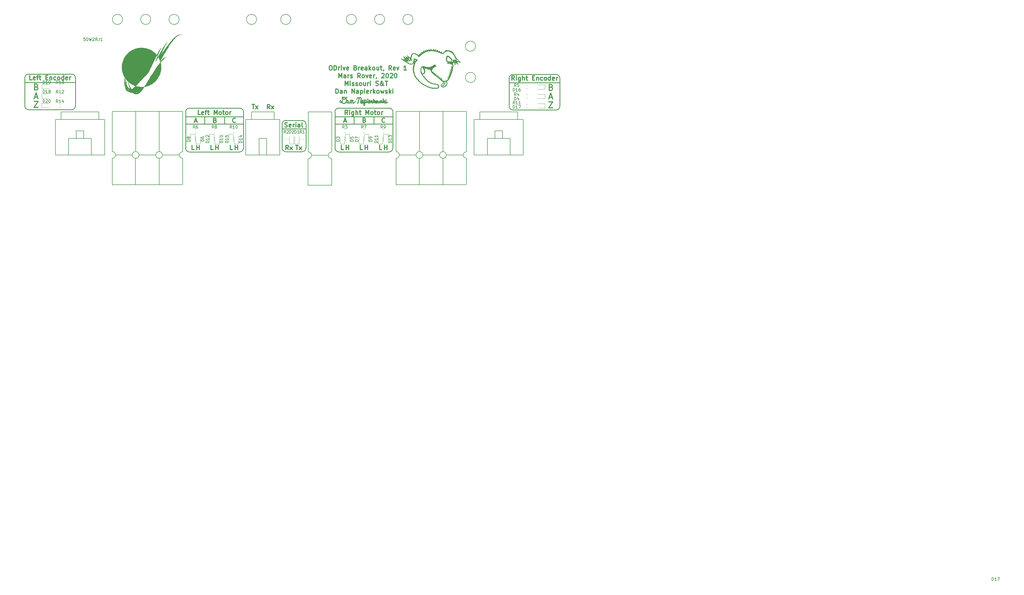
<source format=gbr>
G04 #@! TF.GenerationSoftware,KiCad,Pcbnew,(5.1.5)-2*
G04 #@! TF.CreationDate,2020-02-26T12:31:59-06:00*
G04 #@! TF.ProjectId,ODriveInterfacingBoard,4f447269-7665-4496-9e74-657266616369,rev?*
G04 #@! TF.SameCoordinates,Original*
G04 #@! TF.FileFunction,Legend,Top*
G04 #@! TF.FilePolarity,Positive*
%FSLAX46Y46*%
G04 Gerber Fmt 4.6, Leading zero omitted, Abs format (unit mm)*
G04 Created by KiCad (PCBNEW (5.1.5)-2) date 2020-02-26 12:31:59*
%MOMM*%
%LPD*%
G04 APERTURE LIST*
%ADD10C,0.300000*%
%ADD11C,0.350000*%
%ADD12C,0.250000*%
%ADD13C,0.007620*%
%ADD14C,0.010000*%
%ADD15C,0.150000*%
%ADD16C,0.120000*%
G04 APERTURE END LIST*
D10*
X131488785Y-105922071D02*
X132345928Y-105922071D01*
X131917357Y-107422071D02*
X131917357Y-105922071D01*
X132703071Y-107422071D02*
X133488785Y-106422071D01*
X132703071Y-106422071D02*
X133488785Y-107422071D01*
X137525142Y-107485571D02*
X137025142Y-106771285D01*
X136668000Y-107485571D02*
X136668000Y-105985571D01*
X137239428Y-105985571D01*
X137382285Y-106057000D01*
X137453714Y-106128428D01*
X137525142Y-106271285D01*
X137525142Y-106485571D01*
X137453714Y-106628428D01*
X137382285Y-106699857D01*
X137239428Y-106771285D01*
X136668000Y-106771285D01*
X138025142Y-107485571D02*
X138810857Y-106485571D01*
X138025142Y-106485571D02*
X138810857Y-107485571D01*
D11*
X157763357Y-92941571D02*
X158049071Y-92941571D01*
X158191928Y-93013000D01*
X158334785Y-93155857D01*
X158406214Y-93441571D01*
X158406214Y-93941571D01*
X158334785Y-94227285D01*
X158191928Y-94370142D01*
X158049071Y-94441571D01*
X157763357Y-94441571D01*
X157620500Y-94370142D01*
X157477642Y-94227285D01*
X157406214Y-93941571D01*
X157406214Y-93441571D01*
X157477642Y-93155857D01*
X157620500Y-93013000D01*
X157763357Y-92941571D01*
X159049071Y-94441571D02*
X159049071Y-92941571D01*
X159406214Y-92941571D01*
X159620500Y-93013000D01*
X159763357Y-93155857D01*
X159834785Y-93298714D01*
X159906214Y-93584428D01*
X159906214Y-93798714D01*
X159834785Y-94084428D01*
X159763357Y-94227285D01*
X159620500Y-94370142D01*
X159406214Y-94441571D01*
X159049071Y-94441571D01*
X160549071Y-94441571D02*
X160549071Y-93441571D01*
X160549071Y-93727285D02*
X160620500Y-93584428D01*
X160691928Y-93513000D01*
X160834785Y-93441571D01*
X160977642Y-93441571D01*
X161477642Y-94441571D02*
X161477642Y-93441571D01*
X161477642Y-92941571D02*
X161406214Y-93013000D01*
X161477642Y-93084428D01*
X161549071Y-93013000D01*
X161477642Y-92941571D01*
X161477642Y-93084428D01*
X162049071Y-93441571D02*
X162406214Y-94441571D01*
X162763357Y-93441571D01*
X163906214Y-94370142D02*
X163763357Y-94441571D01*
X163477642Y-94441571D01*
X163334785Y-94370142D01*
X163263357Y-94227285D01*
X163263357Y-93655857D01*
X163334785Y-93513000D01*
X163477642Y-93441571D01*
X163763357Y-93441571D01*
X163906214Y-93513000D01*
X163977642Y-93655857D01*
X163977642Y-93798714D01*
X163263357Y-93941571D01*
X166263357Y-93655857D02*
X166477642Y-93727285D01*
X166549071Y-93798714D01*
X166620500Y-93941571D01*
X166620500Y-94155857D01*
X166549071Y-94298714D01*
X166477642Y-94370142D01*
X166334785Y-94441571D01*
X165763357Y-94441571D01*
X165763357Y-92941571D01*
X166263357Y-92941571D01*
X166406214Y-93013000D01*
X166477642Y-93084428D01*
X166549071Y-93227285D01*
X166549071Y-93370142D01*
X166477642Y-93513000D01*
X166406214Y-93584428D01*
X166263357Y-93655857D01*
X165763357Y-93655857D01*
X167263357Y-94441571D02*
X167263357Y-93441571D01*
X167263357Y-93727285D02*
X167334785Y-93584428D01*
X167406214Y-93513000D01*
X167549071Y-93441571D01*
X167691928Y-93441571D01*
X168763357Y-94370142D02*
X168620500Y-94441571D01*
X168334785Y-94441571D01*
X168191928Y-94370142D01*
X168120500Y-94227285D01*
X168120500Y-93655857D01*
X168191928Y-93513000D01*
X168334785Y-93441571D01*
X168620500Y-93441571D01*
X168763357Y-93513000D01*
X168834785Y-93655857D01*
X168834785Y-93798714D01*
X168120500Y-93941571D01*
X170120500Y-94441571D02*
X170120500Y-93655857D01*
X170049071Y-93513000D01*
X169906214Y-93441571D01*
X169620500Y-93441571D01*
X169477642Y-93513000D01*
X170120500Y-94370142D02*
X169977642Y-94441571D01*
X169620500Y-94441571D01*
X169477642Y-94370142D01*
X169406214Y-94227285D01*
X169406214Y-94084428D01*
X169477642Y-93941571D01*
X169620500Y-93870142D01*
X169977642Y-93870142D01*
X170120500Y-93798714D01*
X170834785Y-94441571D02*
X170834785Y-92941571D01*
X170977642Y-93870142D02*
X171406214Y-94441571D01*
X171406214Y-93441571D02*
X170834785Y-94013000D01*
X172263357Y-94441571D02*
X172120500Y-94370142D01*
X172049071Y-94298714D01*
X171977642Y-94155857D01*
X171977642Y-93727285D01*
X172049071Y-93584428D01*
X172120500Y-93513000D01*
X172263357Y-93441571D01*
X172477642Y-93441571D01*
X172620500Y-93513000D01*
X172691928Y-93584428D01*
X172763357Y-93727285D01*
X172763357Y-94155857D01*
X172691928Y-94298714D01*
X172620500Y-94370142D01*
X172477642Y-94441571D01*
X172263357Y-94441571D01*
X174049071Y-93441571D02*
X174049071Y-94441571D01*
X173406214Y-93441571D02*
X173406214Y-94227285D01*
X173477642Y-94370142D01*
X173620500Y-94441571D01*
X173834785Y-94441571D01*
X173977642Y-94370142D01*
X174049071Y-94298714D01*
X174549071Y-93441571D02*
X175120500Y-93441571D01*
X174763357Y-92941571D02*
X174763357Y-94227285D01*
X174834785Y-94370142D01*
X174977642Y-94441571D01*
X175120500Y-94441571D01*
X175691928Y-94370142D02*
X175691928Y-94441571D01*
X175620500Y-94584428D01*
X175549071Y-94655857D01*
X178334785Y-94441571D02*
X177834785Y-93727285D01*
X177477642Y-94441571D02*
X177477642Y-92941571D01*
X178049071Y-92941571D01*
X178191928Y-93013000D01*
X178263357Y-93084428D01*
X178334785Y-93227285D01*
X178334785Y-93441571D01*
X178263357Y-93584428D01*
X178191928Y-93655857D01*
X178049071Y-93727285D01*
X177477642Y-93727285D01*
X179549071Y-94370142D02*
X179406214Y-94441571D01*
X179120500Y-94441571D01*
X178977642Y-94370142D01*
X178906214Y-94227285D01*
X178906214Y-93655857D01*
X178977642Y-93513000D01*
X179120500Y-93441571D01*
X179406214Y-93441571D01*
X179549071Y-93513000D01*
X179620500Y-93655857D01*
X179620500Y-93798714D01*
X178906214Y-93941571D01*
X180120500Y-93441571D02*
X180477642Y-94441571D01*
X180834785Y-93441571D01*
X183334785Y-94441571D02*
X182477642Y-94441571D01*
X182906214Y-94441571D02*
X182906214Y-92941571D01*
X182763357Y-93155857D01*
X182620500Y-93298714D01*
X182477642Y-93370142D01*
X160656214Y-97041571D02*
X160656214Y-95541571D01*
X161156214Y-96613000D01*
X161656214Y-95541571D01*
X161656214Y-97041571D01*
X163013357Y-97041571D02*
X163013357Y-96255857D01*
X162941928Y-96113000D01*
X162799071Y-96041571D01*
X162513357Y-96041571D01*
X162370500Y-96113000D01*
X163013357Y-96970142D02*
X162870500Y-97041571D01*
X162513357Y-97041571D01*
X162370500Y-96970142D01*
X162299071Y-96827285D01*
X162299071Y-96684428D01*
X162370500Y-96541571D01*
X162513357Y-96470142D01*
X162870500Y-96470142D01*
X163013357Y-96398714D01*
X163727642Y-97041571D02*
X163727642Y-96041571D01*
X163727642Y-96327285D02*
X163799071Y-96184428D01*
X163870500Y-96113000D01*
X164013357Y-96041571D01*
X164156214Y-96041571D01*
X164584785Y-96970142D02*
X164727642Y-97041571D01*
X165013357Y-97041571D01*
X165156214Y-96970142D01*
X165227642Y-96827285D01*
X165227642Y-96755857D01*
X165156214Y-96613000D01*
X165013357Y-96541571D01*
X164799071Y-96541571D01*
X164656214Y-96470142D01*
X164584785Y-96327285D01*
X164584785Y-96255857D01*
X164656214Y-96113000D01*
X164799071Y-96041571D01*
X165013357Y-96041571D01*
X165156214Y-96113000D01*
X167870500Y-97041571D02*
X167370500Y-96327285D01*
X167013357Y-97041571D02*
X167013357Y-95541571D01*
X167584785Y-95541571D01*
X167727642Y-95613000D01*
X167799071Y-95684428D01*
X167870500Y-95827285D01*
X167870500Y-96041571D01*
X167799071Y-96184428D01*
X167727642Y-96255857D01*
X167584785Y-96327285D01*
X167013357Y-96327285D01*
X168727642Y-97041571D02*
X168584785Y-96970142D01*
X168513357Y-96898714D01*
X168441928Y-96755857D01*
X168441928Y-96327285D01*
X168513357Y-96184428D01*
X168584785Y-96113000D01*
X168727642Y-96041571D01*
X168941928Y-96041571D01*
X169084785Y-96113000D01*
X169156214Y-96184428D01*
X169227642Y-96327285D01*
X169227642Y-96755857D01*
X169156214Y-96898714D01*
X169084785Y-96970142D01*
X168941928Y-97041571D01*
X168727642Y-97041571D01*
X169727642Y-96041571D02*
X170084785Y-97041571D01*
X170441928Y-96041571D01*
X171584785Y-96970142D02*
X171441928Y-97041571D01*
X171156214Y-97041571D01*
X171013357Y-96970142D01*
X170941928Y-96827285D01*
X170941928Y-96255857D01*
X171013357Y-96113000D01*
X171156214Y-96041571D01*
X171441928Y-96041571D01*
X171584785Y-96113000D01*
X171656214Y-96255857D01*
X171656214Y-96398714D01*
X170941928Y-96541571D01*
X172299071Y-97041571D02*
X172299071Y-96041571D01*
X172299071Y-96327285D02*
X172370500Y-96184428D01*
X172441928Y-96113000D01*
X172584785Y-96041571D01*
X172727642Y-96041571D01*
X173299071Y-96970142D02*
X173299071Y-97041571D01*
X173227642Y-97184428D01*
X173156214Y-97255857D01*
X175013357Y-95684428D02*
X175084785Y-95613000D01*
X175227642Y-95541571D01*
X175584785Y-95541571D01*
X175727642Y-95613000D01*
X175799071Y-95684428D01*
X175870500Y-95827285D01*
X175870500Y-95970142D01*
X175799071Y-96184428D01*
X174941928Y-97041571D01*
X175870500Y-97041571D01*
X176799071Y-95541571D02*
X176941928Y-95541571D01*
X177084785Y-95613000D01*
X177156214Y-95684428D01*
X177227642Y-95827285D01*
X177299071Y-96113000D01*
X177299071Y-96470142D01*
X177227642Y-96755857D01*
X177156214Y-96898714D01*
X177084785Y-96970142D01*
X176941928Y-97041571D01*
X176799071Y-97041571D01*
X176656214Y-96970142D01*
X176584785Y-96898714D01*
X176513357Y-96755857D01*
X176441928Y-96470142D01*
X176441928Y-96113000D01*
X176513357Y-95827285D01*
X176584785Y-95684428D01*
X176656214Y-95613000D01*
X176799071Y-95541571D01*
X177870500Y-95684428D02*
X177941928Y-95613000D01*
X178084785Y-95541571D01*
X178441928Y-95541571D01*
X178584785Y-95613000D01*
X178656214Y-95684428D01*
X178727642Y-95827285D01*
X178727642Y-95970142D01*
X178656214Y-96184428D01*
X177799071Y-97041571D01*
X178727642Y-97041571D01*
X179656214Y-95541571D02*
X179799071Y-95541571D01*
X179941928Y-95613000D01*
X180013357Y-95684428D01*
X180084785Y-95827285D01*
X180156214Y-96113000D01*
X180156214Y-96470142D01*
X180084785Y-96755857D01*
X180013357Y-96898714D01*
X179941928Y-96970142D01*
X179799071Y-97041571D01*
X179656214Y-97041571D01*
X179513357Y-96970142D01*
X179441928Y-96898714D01*
X179370500Y-96755857D01*
X179299071Y-96470142D01*
X179299071Y-96113000D01*
X179370500Y-95827285D01*
X179441928Y-95684428D01*
X179513357Y-95613000D01*
X179656214Y-95541571D01*
X162763357Y-99641571D02*
X162763357Y-98141571D01*
X163263357Y-99213000D01*
X163763357Y-98141571D01*
X163763357Y-99641571D01*
X164477642Y-99641571D02*
X164477642Y-98641571D01*
X164477642Y-98141571D02*
X164406214Y-98213000D01*
X164477642Y-98284428D01*
X164549071Y-98213000D01*
X164477642Y-98141571D01*
X164477642Y-98284428D01*
X165120500Y-99570142D02*
X165263357Y-99641571D01*
X165549071Y-99641571D01*
X165691928Y-99570142D01*
X165763357Y-99427285D01*
X165763357Y-99355857D01*
X165691928Y-99213000D01*
X165549071Y-99141571D01*
X165334785Y-99141571D01*
X165191928Y-99070142D01*
X165120500Y-98927285D01*
X165120500Y-98855857D01*
X165191928Y-98713000D01*
X165334785Y-98641571D01*
X165549071Y-98641571D01*
X165691928Y-98713000D01*
X166334785Y-99570142D02*
X166477642Y-99641571D01*
X166763357Y-99641571D01*
X166906214Y-99570142D01*
X166977642Y-99427285D01*
X166977642Y-99355857D01*
X166906214Y-99213000D01*
X166763357Y-99141571D01*
X166549071Y-99141571D01*
X166406214Y-99070142D01*
X166334785Y-98927285D01*
X166334785Y-98855857D01*
X166406214Y-98713000D01*
X166549071Y-98641571D01*
X166763357Y-98641571D01*
X166906214Y-98713000D01*
X167834785Y-99641571D02*
X167691928Y-99570142D01*
X167620500Y-99498714D01*
X167549071Y-99355857D01*
X167549071Y-98927285D01*
X167620500Y-98784428D01*
X167691928Y-98713000D01*
X167834785Y-98641571D01*
X168049071Y-98641571D01*
X168191928Y-98713000D01*
X168263357Y-98784428D01*
X168334785Y-98927285D01*
X168334785Y-99355857D01*
X168263357Y-99498714D01*
X168191928Y-99570142D01*
X168049071Y-99641571D01*
X167834785Y-99641571D01*
X169620500Y-98641571D02*
X169620500Y-99641571D01*
X168977642Y-98641571D02*
X168977642Y-99427285D01*
X169049071Y-99570142D01*
X169191928Y-99641571D01*
X169406214Y-99641571D01*
X169549071Y-99570142D01*
X169620500Y-99498714D01*
X170334785Y-99641571D02*
X170334785Y-98641571D01*
X170334785Y-98927285D02*
X170406214Y-98784428D01*
X170477642Y-98713000D01*
X170620500Y-98641571D01*
X170763357Y-98641571D01*
X171263357Y-99641571D02*
X171263357Y-98641571D01*
X171263357Y-98141571D02*
X171191928Y-98213000D01*
X171263357Y-98284428D01*
X171334785Y-98213000D01*
X171263357Y-98141571D01*
X171263357Y-98284428D01*
X173049071Y-99570142D02*
X173263357Y-99641571D01*
X173620500Y-99641571D01*
X173763357Y-99570142D01*
X173834785Y-99498714D01*
X173906214Y-99355857D01*
X173906214Y-99213000D01*
X173834785Y-99070142D01*
X173763357Y-98998714D01*
X173620500Y-98927285D01*
X173334785Y-98855857D01*
X173191928Y-98784428D01*
X173120500Y-98713000D01*
X173049071Y-98570142D01*
X173049071Y-98427285D01*
X173120500Y-98284428D01*
X173191928Y-98213000D01*
X173334785Y-98141571D01*
X173691928Y-98141571D01*
X173906214Y-98213000D01*
X175763357Y-99641571D02*
X175691928Y-99641571D01*
X175549071Y-99570142D01*
X175334785Y-99355857D01*
X174977642Y-98927285D01*
X174834785Y-98713000D01*
X174763357Y-98498714D01*
X174763357Y-98355857D01*
X174834785Y-98213000D01*
X174977642Y-98141571D01*
X175049071Y-98141571D01*
X175191928Y-98213000D01*
X175263357Y-98355857D01*
X175263357Y-98427285D01*
X175191928Y-98570142D01*
X175120500Y-98641571D01*
X174691928Y-98927285D01*
X174620500Y-98998714D01*
X174549071Y-99141571D01*
X174549071Y-99355857D01*
X174620500Y-99498714D01*
X174691928Y-99570142D01*
X174834785Y-99641571D01*
X175049071Y-99641571D01*
X175191928Y-99570142D01*
X175263357Y-99498714D01*
X175477642Y-99213000D01*
X175549071Y-98998714D01*
X175549071Y-98855857D01*
X176191928Y-98141571D02*
X177049071Y-98141571D01*
X176620500Y-99641571D02*
X176620500Y-98141571D01*
X159656214Y-102241571D02*
X159656214Y-100741571D01*
X160013357Y-100741571D01*
X160227642Y-100813000D01*
X160370500Y-100955857D01*
X160441928Y-101098714D01*
X160513357Y-101384428D01*
X160513357Y-101598714D01*
X160441928Y-101884428D01*
X160370500Y-102027285D01*
X160227642Y-102170142D01*
X160013357Y-102241571D01*
X159656214Y-102241571D01*
X161799071Y-102241571D02*
X161799071Y-101455857D01*
X161727642Y-101313000D01*
X161584785Y-101241571D01*
X161299071Y-101241571D01*
X161156214Y-101313000D01*
X161799071Y-102170142D02*
X161656214Y-102241571D01*
X161299071Y-102241571D01*
X161156214Y-102170142D01*
X161084785Y-102027285D01*
X161084785Y-101884428D01*
X161156214Y-101741571D01*
X161299071Y-101670142D01*
X161656214Y-101670142D01*
X161799071Y-101598714D01*
X162513357Y-101241571D02*
X162513357Y-102241571D01*
X162513357Y-101384428D02*
X162584785Y-101313000D01*
X162727642Y-101241571D01*
X162941928Y-101241571D01*
X163084785Y-101313000D01*
X163156214Y-101455857D01*
X163156214Y-102241571D01*
X165013357Y-102241571D02*
X165013357Y-100741571D01*
X165870500Y-102241571D01*
X165870500Y-100741571D01*
X167227642Y-102241571D02*
X167227642Y-101455857D01*
X167156214Y-101313000D01*
X167013357Y-101241571D01*
X166727642Y-101241571D01*
X166584785Y-101313000D01*
X167227642Y-102170142D02*
X167084785Y-102241571D01*
X166727642Y-102241571D01*
X166584785Y-102170142D01*
X166513357Y-102027285D01*
X166513357Y-101884428D01*
X166584785Y-101741571D01*
X166727642Y-101670142D01*
X167084785Y-101670142D01*
X167227642Y-101598714D01*
X167941928Y-101241571D02*
X167941928Y-102741571D01*
X167941928Y-101313000D02*
X168084785Y-101241571D01*
X168370500Y-101241571D01*
X168513357Y-101313000D01*
X168584785Y-101384428D01*
X168656214Y-101527285D01*
X168656214Y-101955857D01*
X168584785Y-102098714D01*
X168513357Y-102170142D01*
X168370500Y-102241571D01*
X168084785Y-102241571D01*
X167941928Y-102170142D01*
X169299071Y-102241571D02*
X169299071Y-101241571D01*
X169299071Y-100741571D02*
X169227642Y-100813000D01*
X169299071Y-100884428D01*
X169370500Y-100813000D01*
X169299071Y-100741571D01*
X169299071Y-100884428D01*
X170584785Y-102170142D02*
X170441928Y-102241571D01*
X170156214Y-102241571D01*
X170013357Y-102170142D01*
X169941928Y-102027285D01*
X169941928Y-101455857D01*
X170013357Y-101313000D01*
X170156214Y-101241571D01*
X170441928Y-101241571D01*
X170584785Y-101313000D01*
X170656214Y-101455857D01*
X170656214Y-101598714D01*
X169941928Y-101741571D01*
X171299071Y-102241571D02*
X171299071Y-101241571D01*
X171299071Y-101527285D02*
X171370500Y-101384428D01*
X171441928Y-101313000D01*
X171584785Y-101241571D01*
X171727642Y-101241571D01*
X172227642Y-102241571D02*
X172227642Y-100741571D01*
X172370500Y-101670142D02*
X172799071Y-102241571D01*
X172799071Y-101241571D02*
X172227642Y-101813000D01*
X173656214Y-102241571D02*
X173513357Y-102170142D01*
X173441928Y-102098714D01*
X173370500Y-101955857D01*
X173370500Y-101527285D01*
X173441928Y-101384428D01*
X173513357Y-101313000D01*
X173656214Y-101241571D01*
X173870500Y-101241571D01*
X174013357Y-101313000D01*
X174084785Y-101384428D01*
X174156214Y-101527285D01*
X174156214Y-101955857D01*
X174084785Y-102098714D01*
X174013357Y-102170142D01*
X173870500Y-102241571D01*
X173656214Y-102241571D01*
X174656214Y-101241571D02*
X174941928Y-102241571D01*
X175227642Y-101527285D01*
X175513357Y-102241571D01*
X175799071Y-101241571D01*
X176299071Y-102170142D02*
X176441928Y-102241571D01*
X176727642Y-102241571D01*
X176870500Y-102170142D01*
X176941928Y-102027285D01*
X176941928Y-101955857D01*
X176870500Y-101813000D01*
X176727642Y-101741571D01*
X176513357Y-101741571D01*
X176370500Y-101670142D01*
X176299071Y-101527285D01*
X176299071Y-101455857D01*
X176370500Y-101313000D01*
X176513357Y-101241571D01*
X176727642Y-101241571D01*
X176870500Y-101313000D01*
X177584785Y-102241571D02*
X177584785Y-100741571D01*
X177727642Y-101670142D02*
X178156214Y-102241571D01*
X178156214Y-101241571D02*
X177584785Y-101813000D01*
X178799071Y-102241571D02*
X178799071Y-101241571D01*
X178799071Y-100741571D02*
X178727642Y-100813000D01*
X178799071Y-100884428D01*
X178870500Y-100813000D01*
X178799071Y-100741571D01*
X178799071Y-100884428D01*
D12*
X234823000Y-106553000D02*
X234823000Y-97155000D01*
X234823000Y-106553000D02*
G75*
G02X233553000Y-107823000I-1270000J0D01*
G01*
X217805000Y-106553000D02*
X217805000Y-97155000D01*
X234823000Y-98679000D02*
X217805000Y-98679000D01*
X219075000Y-107823000D02*
X233553000Y-107823000D01*
X233553000Y-95885000D02*
G75*
G02X234823000Y-97155000I0J-1270000D01*
G01*
X219075000Y-107823000D02*
G75*
G02X217805000Y-106553000I0J1270000D01*
G01*
X219075000Y-95885000D02*
X233553000Y-95885000D01*
X217805000Y-97155000D02*
G75*
G02X219075000Y-95885000I1270000J0D01*
G01*
D10*
X231917857Y-100187142D02*
X232203571Y-100282380D01*
X232298809Y-100377619D01*
X232394047Y-100568095D01*
X232394047Y-100853809D01*
X232298809Y-101044285D01*
X232203571Y-101139523D01*
X232013095Y-101234761D01*
X231251190Y-101234761D01*
X231251190Y-99234761D01*
X231917857Y-99234761D01*
X232108333Y-99330000D01*
X232203571Y-99425238D01*
X232298809Y-99615714D01*
X232298809Y-99806190D01*
X232203571Y-99996666D01*
X232108333Y-100091904D01*
X231917857Y-100187142D01*
X231251190Y-100187142D01*
X219599714Y-97833571D02*
X219099714Y-97119285D01*
X218742571Y-97833571D02*
X218742571Y-96333571D01*
X219314000Y-96333571D01*
X219456857Y-96405000D01*
X219528285Y-96476428D01*
X219599714Y-96619285D01*
X219599714Y-96833571D01*
X219528285Y-96976428D01*
X219456857Y-97047857D01*
X219314000Y-97119285D01*
X218742571Y-97119285D01*
X220242571Y-97833571D02*
X220242571Y-96833571D01*
X220242571Y-96333571D02*
X220171142Y-96405000D01*
X220242571Y-96476428D01*
X220314000Y-96405000D01*
X220242571Y-96333571D01*
X220242571Y-96476428D01*
X221599714Y-96833571D02*
X221599714Y-98047857D01*
X221528285Y-98190714D01*
X221456857Y-98262142D01*
X221314000Y-98333571D01*
X221099714Y-98333571D01*
X220956857Y-98262142D01*
X221599714Y-97762142D02*
X221456857Y-97833571D01*
X221171142Y-97833571D01*
X221028285Y-97762142D01*
X220956857Y-97690714D01*
X220885428Y-97547857D01*
X220885428Y-97119285D01*
X220956857Y-96976428D01*
X221028285Y-96905000D01*
X221171142Y-96833571D01*
X221456857Y-96833571D01*
X221599714Y-96905000D01*
X222314000Y-97833571D02*
X222314000Y-96333571D01*
X222956857Y-97833571D02*
X222956857Y-97047857D01*
X222885428Y-96905000D01*
X222742571Y-96833571D01*
X222528285Y-96833571D01*
X222385428Y-96905000D01*
X222314000Y-96976428D01*
X223456857Y-96833571D02*
X224028285Y-96833571D01*
X223671142Y-96333571D02*
X223671142Y-97619285D01*
X223742571Y-97762142D01*
X223885428Y-97833571D01*
X224028285Y-97833571D01*
X225671142Y-97047857D02*
X226171142Y-97047857D01*
X226385428Y-97833571D02*
X225671142Y-97833571D01*
X225671142Y-96333571D01*
X226385428Y-96333571D01*
X227028285Y-96833571D02*
X227028285Y-97833571D01*
X227028285Y-96976428D02*
X227099714Y-96905000D01*
X227242571Y-96833571D01*
X227456857Y-96833571D01*
X227599714Y-96905000D01*
X227671142Y-97047857D01*
X227671142Y-97833571D01*
X229028285Y-97762142D02*
X228885428Y-97833571D01*
X228599714Y-97833571D01*
X228456857Y-97762142D01*
X228385428Y-97690714D01*
X228314000Y-97547857D01*
X228314000Y-97119285D01*
X228385428Y-96976428D01*
X228456857Y-96905000D01*
X228599714Y-96833571D01*
X228885428Y-96833571D01*
X229028285Y-96905000D01*
X229885428Y-97833571D02*
X229742571Y-97762142D01*
X229671142Y-97690714D01*
X229599714Y-97547857D01*
X229599714Y-97119285D01*
X229671142Y-96976428D01*
X229742571Y-96905000D01*
X229885428Y-96833571D01*
X230099714Y-96833571D01*
X230242571Y-96905000D01*
X230314000Y-96976428D01*
X230385428Y-97119285D01*
X230385428Y-97547857D01*
X230314000Y-97690714D01*
X230242571Y-97762142D01*
X230099714Y-97833571D01*
X229885428Y-97833571D01*
X231671142Y-97833571D02*
X231671142Y-96333571D01*
X231671142Y-97762142D02*
X231528285Y-97833571D01*
X231242571Y-97833571D01*
X231099714Y-97762142D01*
X231028285Y-97690714D01*
X230956857Y-97547857D01*
X230956857Y-97119285D01*
X231028285Y-96976428D01*
X231099714Y-96905000D01*
X231242571Y-96833571D01*
X231528285Y-96833571D01*
X231671142Y-96905000D01*
X232956857Y-97762142D02*
X232814000Y-97833571D01*
X232528285Y-97833571D01*
X232385428Y-97762142D01*
X232314000Y-97619285D01*
X232314000Y-97047857D01*
X232385428Y-96905000D01*
X232528285Y-96833571D01*
X232814000Y-96833571D01*
X232956857Y-96905000D01*
X233028285Y-97047857D01*
X233028285Y-97190714D01*
X232314000Y-97333571D01*
X233671142Y-97833571D02*
X233671142Y-96833571D01*
X233671142Y-97119285D02*
X233742571Y-96976428D01*
X233814000Y-96905000D01*
X233956857Y-96833571D01*
X234099714Y-96833571D01*
X231082933Y-105076761D02*
X232416266Y-105076761D01*
X231082933Y-107076761D01*
X232416266Y-107076761D01*
X231273409Y-103584333D02*
X232225790Y-103584333D01*
X231082933Y-104155761D02*
X231749600Y-102155761D01*
X232416266Y-104155761D01*
X58553409Y-103457333D02*
X59505790Y-103457333D01*
X58362933Y-104028761D02*
X59029600Y-102028761D01*
X59696266Y-104028761D01*
X58362933Y-104949761D02*
X59696266Y-104949761D01*
X58362933Y-106949761D01*
X59696266Y-106949761D01*
X57682571Y-97706571D02*
X56968285Y-97706571D01*
X56968285Y-96206571D01*
X58754000Y-97635142D02*
X58611142Y-97706571D01*
X58325428Y-97706571D01*
X58182571Y-97635142D01*
X58111142Y-97492285D01*
X58111142Y-96920857D01*
X58182571Y-96778000D01*
X58325428Y-96706571D01*
X58611142Y-96706571D01*
X58754000Y-96778000D01*
X58825428Y-96920857D01*
X58825428Y-97063714D01*
X58111142Y-97206571D01*
X59254000Y-96706571D02*
X59825428Y-96706571D01*
X59468285Y-97706571D02*
X59468285Y-96420857D01*
X59539714Y-96278000D01*
X59682571Y-96206571D01*
X59825428Y-96206571D01*
X60111142Y-96706571D02*
X60682571Y-96706571D01*
X60325428Y-96206571D02*
X60325428Y-97492285D01*
X60396857Y-97635142D01*
X60539714Y-97706571D01*
X60682571Y-97706571D01*
X62325428Y-96920857D02*
X62825428Y-96920857D01*
X63039714Y-97706571D02*
X62325428Y-97706571D01*
X62325428Y-96206571D01*
X63039714Y-96206571D01*
X63682571Y-96706571D02*
X63682571Y-97706571D01*
X63682571Y-96849428D02*
X63754000Y-96778000D01*
X63896857Y-96706571D01*
X64111142Y-96706571D01*
X64254000Y-96778000D01*
X64325428Y-96920857D01*
X64325428Y-97706571D01*
X65682571Y-97635142D02*
X65539714Y-97706571D01*
X65254000Y-97706571D01*
X65111142Y-97635142D01*
X65039714Y-97563714D01*
X64968285Y-97420857D01*
X64968285Y-96992285D01*
X65039714Y-96849428D01*
X65111142Y-96778000D01*
X65254000Y-96706571D01*
X65539714Y-96706571D01*
X65682571Y-96778000D01*
X66539714Y-97706571D02*
X66396857Y-97635142D01*
X66325428Y-97563714D01*
X66254000Y-97420857D01*
X66254000Y-96992285D01*
X66325428Y-96849428D01*
X66396857Y-96778000D01*
X66539714Y-96706571D01*
X66754000Y-96706571D01*
X66896857Y-96778000D01*
X66968285Y-96849428D01*
X67039714Y-96992285D01*
X67039714Y-97420857D01*
X66968285Y-97563714D01*
X66896857Y-97635142D01*
X66754000Y-97706571D01*
X66539714Y-97706571D01*
X68325428Y-97706571D02*
X68325428Y-96206571D01*
X68325428Y-97635142D02*
X68182571Y-97706571D01*
X67896857Y-97706571D01*
X67754000Y-97635142D01*
X67682571Y-97563714D01*
X67611142Y-97420857D01*
X67611142Y-96992285D01*
X67682571Y-96849428D01*
X67754000Y-96778000D01*
X67896857Y-96706571D01*
X68182571Y-96706571D01*
X68325428Y-96778000D01*
X69611142Y-97635142D02*
X69468285Y-97706571D01*
X69182571Y-97706571D01*
X69039714Y-97635142D01*
X68968285Y-97492285D01*
X68968285Y-96920857D01*
X69039714Y-96778000D01*
X69182571Y-96706571D01*
X69468285Y-96706571D01*
X69611142Y-96778000D01*
X69682571Y-96920857D01*
X69682571Y-97063714D01*
X68968285Y-97206571D01*
X70325428Y-97706571D02*
X70325428Y-96706571D01*
X70325428Y-96992285D02*
X70396857Y-96849428D01*
X70468285Y-96778000D01*
X70611142Y-96706571D01*
X70754000Y-96706571D01*
X59197857Y-100060142D02*
X59483571Y-100155380D01*
X59578809Y-100250619D01*
X59674047Y-100441095D01*
X59674047Y-100726809D01*
X59578809Y-100917285D01*
X59483571Y-101012523D01*
X59293095Y-101107761D01*
X58531190Y-101107761D01*
X58531190Y-99107761D01*
X59197857Y-99107761D01*
X59388333Y-99203000D01*
X59483571Y-99298238D01*
X59578809Y-99488714D01*
X59578809Y-99679190D01*
X59483571Y-99869666D01*
X59388333Y-99964904D01*
X59197857Y-100060142D01*
X58531190Y-100060142D01*
D12*
X55245000Y-97028000D02*
G75*
G02X56515000Y-95758000I1270000J0D01*
G01*
X56515000Y-95758000D02*
X70993000Y-95758000D01*
X56515000Y-107696000D02*
G75*
G02X55245000Y-106426000I0J1270000D01*
G01*
X70993000Y-95758000D02*
G75*
G02X72263000Y-97028000I0J-1270000D01*
G01*
X56515000Y-107696000D02*
X70993000Y-107696000D01*
X72263000Y-98552000D02*
X55245000Y-98552000D01*
X55245000Y-106426000D02*
X55245000Y-97028000D01*
X72263000Y-106426000D02*
G75*
G02X70993000Y-107696000I-1270000J0D01*
G01*
X72263000Y-106426000D02*
X72263000Y-97028000D01*
X142875000Y-121856500D02*
G75*
G02X141605000Y-120586500I0J1270000D01*
G01*
X149606000Y-120586500D02*
G75*
G02X148336000Y-121856500I-1270000J0D01*
G01*
X141605000Y-112585500D02*
G75*
G02X142875000Y-111315500I1270000J0D01*
G01*
X148336000Y-111315500D02*
G75*
G02X149606000Y-112585500I0J-1270000D01*
G01*
D10*
X142514214Y-113510142D02*
X142728500Y-113581571D01*
X143085642Y-113581571D01*
X143228500Y-113510142D01*
X143299928Y-113438714D01*
X143371357Y-113295857D01*
X143371357Y-113153000D01*
X143299928Y-113010142D01*
X143228500Y-112938714D01*
X143085642Y-112867285D01*
X142799928Y-112795857D01*
X142657071Y-112724428D01*
X142585642Y-112653000D01*
X142514214Y-112510142D01*
X142514214Y-112367285D01*
X142585642Y-112224428D01*
X142657071Y-112153000D01*
X142799928Y-112081571D01*
X143157071Y-112081571D01*
X143371357Y-112153000D01*
X144585642Y-113510142D02*
X144442785Y-113581571D01*
X144157071Y-113581571D01*
X144014214Y-113510142D01*
X143942785Y-113367285D01*
X143942785Y-112795857D01*
X144014214Y-112653000D01*
X144157071Y-112581571D01*
X144442785Y-112581571D01*
X144585642Y-112653000D01*
X144657071Y-112795857D01*
X144657071Y-112938714D01*
X143942785Y-113081571D01*
X145299928Y-113581571D02*
X145299928Y-112581571D01*
X145299928Y-112867285D02*
X145371357Y-112724428D01*
X145442785Y-112653000D01*
X145585642Y-112581571D01*
X145728500Y-112581571D01*
X146228500Y-113581571D02*
X146228500Y-112581571D01*
X146228500Y-112081571D02*
X146157071Y-112153000D01*
X146228500Y-112224428D01*
X146299928Y-112153000D01*
X146228500Y-112081571D01*
X146228500Y-112224428D01*
X147585642Y-113581571D02*
X147585642Y-112795857D01*
X147514214Y-112653000D01*
X147371357Y-112581571D01*
X147085642Y-112581571D01*
X146942785Y-112653000D01*
X147585642Y-113510142D02*
X147442785Y-113581571D01*
X147085642Y-113581571D01*
X146942785Y-113510142D01*
X146871357Y-113367285D01*
X146871357Y-113224428D01*
X146942785Y-113081571D01*
X147085642Y-113010142D01*
X147442785Y-113010142D01*
X147585642Y-112938714D01*
X148514214Y-113581571D02*
X148371357Y-113510142D01*
X148299928Y-113367285D01*
X148299928Y-112081571D01*
D12*
X149606000Y-114173000D02*
X149606000Y-112585500D01*
X142875000Y-111315500D02*
X148336000Y-111315500D01*
X141605000Y-114173000D02*
X141605000Y-112585500D01*
X141605000Y-114173000D02*
X141605000Y-120586500D01*
X149606000Y-114173000D02*
X141605000Y-114173000D01*
X149606000Y-120586500D02*
X149606000Y-114173000D01*
X142875000Y-121856500D02*
X148336000Y-121856500D01*
D10*
X146157285Y-119701571D02*
X147014428Y-119701571D01*
X146585857Y-121201571D02*
X146585857Y-119701571D01*
X147371571Y-121201571D02*
X148157285Y-120201571D01*
X147371571Y-120201571D02*
X148157285Y-121201571D01*
X143748142Y-121201571D02*
X143248142Y-120487285D01*
X142891000Y-121201571D02*
X142891000Y-119701571D01*
X143462428Y-119701571D01*
X143605285Y-119773000D01*
X143676714Y-119844428D01*
X143748142Y-119987285D01*
X143748142Y-120201571D01*
X143676714Y-120344428D01*
X143605285Y-120415857D01*
X143462428Y-120487285D01*
X142891000Y-120487285D01*
X144248142Y-121201571D02*
X145033857Y-120201571D01*
X144248142Y-120201571D02*
X145033857Y-121201571D01*
X163647857Y-109375571D02*
X163147857Y-108661285D01*
X162790714Y-109375571D02*
X162790714Y-107875571D01*
X163362142Y-107875571D01*
X163505000Y-107947000D01*
X163576428Y-108018428D01*
X163647857Y-108161285D01*
X163647857Y-108375571D01*
X163576428Y-108518428D01*
X163505000Y-108589857D01*
X163362142Y-108661285D01*
X162790714Y-108661285D01*
X164290714Y-109375571D02*
X164290714Y-108375571D01*
X164290714Y-107875571D02*
X164219285Y-107947000D01*
X164290714Y-108018428D01*
X164362142Y-107947000D01*
X164290714Y-107875571D01*
X164290714Y-108018428D01*
X165647857Y-108375571D02*
X165647857Y-109589857D01*
X165576428Y-109732714D01*
X165505000Y-109804142D01*
X165362142Y-109875571D01*
X165147857Y-109875571D01*
X165005000Y-109804142D01*
X165647857Y-109304142D02*
X165505000Y-109375571D01*
X165219285Y-109375571D01*
X165076428Y-109304142D01*
X165005000Y-109232714D01*
X164933571Y-109089857D01*
X164933571Y-108661285D01*
X165005000Y-108518428D01*
X165076428Y-108447000D01*
X165219285Y-108375571D01*
X165505000Y-108375571D01*
X165647857Y-108447000D01*
X166362142Y-109375571D02*
X166362142Y-107875571D01*
X167005000Y-109375571D02*
X167005000Y-108589857D01*
X166933571Y-108447000D01*
X166790714Y-108375571D01*
X166576428Y-108375571D01*
X166433571Y-108447000D01*
X166362142Y-108518428D01*
X167505000Y-108375571D02*
X168076428Y-108375571D01*
X167719285Y-107875571D02*
X167719285Y-109161285D01*
X167790714Y-109304142D01*
X167933571Y-109375571D01*
X168076428Y-109375571D01*
X169719285Y-109375571D02*
X169719285Y-107875571D01*
X170219285Y-108947000D01*
X170719285Y-107875571D01*
X170719285Y-109375571D01*
X171647857Y-109375571D02*
X171505000Y-109304142D01*
X171433571Y-109232714D01*
X171362142Y-109089857D01*
X171362142Y-108661285D01*
X171433571Y-108518428D01*
X171505000Y-108447000D01*
X171647857Y-108375571D01*
X171862142Y-108375571D01*
X172005000Y-108447000D01*
X172076428Y-108518428D01*
X172147857Y-108661285D01*
X172147857Y-109089857D01*
X172076428Y-109232714D01*
X172005000Y-109304142D01*
X171862142Y-109375571D01*
X171647857Y-109375571D01*
X172576428Y-108375571D02*
X173147857Y-108375571D01*
X172790714Y-107875571D02*
X172790714Y-109161285D01*
X172862142Y-109304142D01*
X173005000Y-109375571D01*
X173147857Y-109375571D01*
X173862142Y-109375571D02*
X173719285Y-109304142D01*
X173647857Y-109232714D01*
X173576428Y-109089857D01*
X173576428Y-108661285D01*
X173647857Y-108518428D01*
X173719285Y-108447000D01*
X173862142Y-108375571D01*
X174076428Y-108375571D01*
X174219285Y-108447000D01*
X174290714Y-108518428D01*
X174362142Y-108661285D01*
X174362142Y-109089857D01*
X174290714Y-109232714D01*
X174219285Y-109304142D01*
X174076428Y-109375571D01*
X173862142Y-109375571D01*
X175005000Y-109375571D02*
X175005000Y-108375571D01*
X175005000Y-108661285D02*
X175076428Y-108518428D01*
X175147857Y-108447000D01*
X175290714Y-108375571D01*
X175433571Y-108375571D01*
X162424857Y-111614000D02*
X163139142Y-111614000D01*
X162282000Y-112042571D02*
X162782000Y-110542571D01*
X163282000Y-112042571D01*
X169239142Y-111256857D02*
X169453428Y-111328285D01*
X169524857Y-111399714D01*
X169596285Y-111542571D01*
X169596285Y-111756857D01*
X169524857Y-111899714D01*
X169453428Y-111971142D01*
X169310571Y-112042571D01*
X168739142Y-112042571D01*
X168739142Y-110542571D01*
X169239142Y-110542571D01*
X169382000Y-110614000D01*
X169453428Y-110685428D01*
X169524857Y-110828285D01*
X169524857Y-110971142D01*
X169453428Y-111114000D01*
X169382000Y-111185428D01*
X169239142Y-111256857D01*
X168739142Y-111256857D01*
X176073285Y-111899714D02*
X176001857Y-111971142D01*
X175787571Y-112042571D01*
X175644714Y-112042571D01*
X175430428Y-111971142D01*
X175287571Y-111828285D01*
X175216142Y-111685428D01*
X175144714Y-111399714D01*
X175144714Y-111185428D01*
X175216142Y-110899714D01*
X175287571Y-110756857D01*
X175430428Y-110614000D01*
X175644714Y-110542571D01*
X175787571Y-110542571D01*
X176001857Y-110614000D01*
X176073285Y-110685428D01*
X168580285Y-121186571D02*
X167866000Y-121186571D01*
X167866000Y-119686571D01*
X169465428Y-121186571D02*
X169465428Y-119686571D01*
X169465428Y-120400857D02*
X170322571Y-120400857D01*
X170322571Y-121186571D02*
X170322571Y-119686571D01*
X163115428Y-121186571D02*
X163115428Y-119686571D01*
X163115428Y-120400857D02*
X163972571Y-120400857D01*
X163972571Y-121186571D02*
X163972571Y-119686571D01*
X175942428Y-121186571D02*
X175942428Y-119686571D01*
X175942428Y-120400857D02*
X176799571Y-120400857D01*
X176799571Y-121186571D02*
X176799571Y-119686571D01*
D13*
X161523792Y-120017235D02*
X161505650Y-120017235D01*
X161505650Y-119979135D01*
D10*
X162230285Y-121186571D02*
X161516000Y-121186571D01*
X161516000Y-119686571D01*
D13*
X168000792Y-120017235D02*
X167982650Y-120017235D01*
X167982650Y-119979135D01*
X174350792Y-120271235D02*
X174332650Y-120271235D01*
X174332650Y-120233135D01*
D10*
X175057285Y-121186571D02*
X174343000Y-121186571D01*
X174343000Y-119686571D01*
D12*
X160623000Y-121905000D02*
X177514000Y-121905000D01*
X159353000Y-108443000D02*
G75*
G02X160623000Y-107173000I1270000J0D01*
G01*
X178784000Y-110094000D02*
X178784000Y-108443000D01*
X159353000Y-111364000D02*
X159353000Y-108443000D01*
X165703000Y-112507000D02*
X165703000Y-110094000D01*
X159353000Y-112507000D02*
X178784000Y-112507000D01*
X178784000Y-110094000D02*
X178784000Y-120635000D01*
X178784000Y-120635000D02*
G75*
G02X177514000Y-121905000I-1270000J0D01*
G01*
X159353000Y-110094000D02*
X159353000Y-120635000D01*
X160623000Y-121905000D02*
G75*
G02X159353000Y-120635000I0J1270000D01*
G01*
X159353000Y-110094000D02*
X178784000Y-110094000D01*
X172434000Y-112507000D02*
X172434000Y-110094000D01*
X177514000Y-107173000D02*
G75*
G02X178784000Y-108443000I0J-1270000D01*
G01*
X160623000Y-107173000D02*
X177514000Y-107173000D01*
X128651000Y-120650000D02*
G75*
G02X127381000Y-121920000I-1270000J0D01*
G01*
X127381000Y-107188000D02*
G75*
G02X128651000Y-108458000I0J-1270000D01*
G01*
X109220000Y-108458000D02*
G75*
G02X110490000Y-107188000I1270000J0D01*
G01*
X110490000Y-121920000D02*
G75*
G02X109220000Y-120650000I0J1270000D01*
G01*
X128651000Y-110109000D02*
X128651000Y-108458000D01*
X110490000Y-107188000D02*
X127381000Y-107188000D01*
X109220000Y-111379000D02*
X109220000Y-108458000D01*
X122301000Y-112522000D02*
X122301000Y-110109000D01*
X115570000Y-112522000D02*
X115570000Y-110109000D01*
X109220000Y-112522000D02*
X128651000Y-112522000D01*
X109220000Y-110109000D02*
X109220000Y-120650000D01*
X110490000Y-121920000D02*
X127381000Y-121920000D01*
X128651000Y-110109000D02*
X128651000Y-120650000D01*
X109220000Y-110109000D02*
X128651000Y-110109000D01*
D10*
X114157714Y-109390571D02*
X113443428Y-109390571D01*
X113443428Y-107890571D01*
X115229142Y-109319142D02*
X115086285Y-109390571D01*
X114800571Y-109390571D01*
X114657714Y-109319142D01*
X114586285Y-109176285D01*
X114586285Y-108604857D01*
X114657714Y-108462000D01*
X114800571Y-108390571D01*
X115086285Y-108390571D01*
X115229142Y-108462000D01*
X115300571Y-108604857D01*
X115300571Y-108747714D01*
X114586285Y-108890571D01*
X115729142Y-108390571D02*
X116300571Y-108390571D01*
X115943428Y-109390571D02*
X115943428Y-108104857D01*
X116014857Y-107962000D01*
X116157714Y-107890571D01*
X116300571Y-107890571D01*
X116586285Y-108390571D02*
X117157714Y-108390571D01*
X116800571Y-107890571D02*
X116800571Y-109176285D01*
X116872000Y-109319142D01*
X117014857Y-109390571D01*
X117157714Y-109390571D01*
X118800571Y-109390571D02*
X118800571Y-107890571D01*
X119300571Y-108962000D01*
X119800571Y-107890571D01*
X119800571Y-109390571D01*
X120729142Y-109390571D02*
X120586285Y-109319142D01*
X120514857Y-109247714D01*
X120443428Y-109104857D01*
X120443428Y-108676285D01*
X120514857Y-108533428D01*
X120586285Y-108462000D01*
X120729142Y-108390571D01*
X120943428Y-108390571D01*
X121086285Y-108462000D01*
X121157714Y-108533428D01*
X121229142Y-108676285D01*
X121229142Y-109104857D01*
X121157714Y-109247714D01*
X121086285Y-109319142D01*
X120943428Y-109390571D01*
X120729142Y-109390571D01*
X121657714Y-108390571D02*
X122229142Y-108390571D01*
X121872000Y-107890571D02*
X121872000Y-109176285D01*
X121943428Y-109319142D01*
X122086285Y-109390571D01*
X122229142Y-109390571D01*
X122943428Y-109390571D02*
X122800571Y-109319142D01*
X122729142Y-109247714D01*
X122657714Y-109104857D01*
X122657714Y-108676285D01*
X122729142Y-108533428D01*
X122800571Y-108462000D01*
X122943428Y-108390571D01*
X123157714Y-108390571D01*
X123300571Y-108462000D01*
X123372000Y-108533428D01*
X123443428Y-108676285D01*
X123443428Y-109104857D01*
X123372000Y-109247714D01*
X123300571Y-109319142D01*
X123157714Y-109390571D01*
X122943428Y-109390571D01*
X124086285Y-109390571D02*
X124086285Y-108390571D01*
X124086285Y-108676285D02*
X124157714Y-108533428D01*
X124229142Y-108462000D01*
X124372000Y-108390571D01*
X124514857Y-108390571D01*
X112291857Y-111629000D02*
X113006142Y-111629000D01*
X112149000Y-112057571D02*
X112649000Y-110557571D01*
X113149000Y-112057571D01*
X119106142Y-111271857D02*
X119320428Y-111343285D01*
X119391857Y-111414714D01*
X119463285Y-111557571D01*
X119463285Y-111771857D01*
X119391857Y-111914714D01*
X119320428Y-111986142D01*
X119177571Y-112057571D01*
X118606142Y-112057571D01*
X118606142Y-110557571D01*
X119106142Y-110557571D01*
X119249000Y-110629000D01*
X119320428Y-110700428D01*
X119391857Y-110843285D01*
X119391857Y-110986142D01*
X119320428Y-111129000D01*
X119249000Y-111200428D01*
X119106142Y-111271857D01*
X118606142Y-111271857D01*
X125940285Y-111914714D02*
X125868857Y-111986142D01*
X125654571Y-112057571D01*
X125511714Y-112057571D01*
X125297428Y-111986142D01*
X125154571Y-111843285D01*
X125083142Y-111700428D01*
X125011714Y-111414714D01*
X125011714Y-111200428D01*
X125083142Y-110914714D01*
X125154571Y-110771857D01*
X125297428Y-110629000D01*
X125511714Y-110557571D01*
X125654571Y-110557571D01*
X125868857Y-110629000D01*
X125940285Y-110700428D01*
X112982428Y-121201571D02*
X112982428Y-119701571D01*
X112982428Y-120415857D02*
X113839571Y-120415857D01*
X113839571Y-121201571D02*
X113839571Y-119701571D01*
D13*
X111390792Y-120032235D02*
X111372650Y-120032235D01*
X111372650Y-119994135D01*
D10*
X112097285Y-121201571D02*
X111383000Y-121201571D01*
X111383000Y-119701571D01*
X124924285Y-121201571D02*
X124210000Y-121201571D01*
X124210000Y-119701571D01*
X125809428Y-121201571D02*
X125809428Y-119701571D01*
X125809428Y-120415857D02*
X126666571Y-120415857D01*
X126666571Y-121201571D02*
X126666571Y-119701571D01*
D13*
X124217792Y-120286235D02*
X124199650Y-120286235D01*
X124199650Y-120248135D01*
D10*
X119332428Y-121201571D02*
X119332428Y-119701571D01*
X119332428Y-120415857D02*
X120189571Y-120415857D01*
X120189571Y-121201571D02*
X120189571Y-119701571D01*
X118447285Y-121201571D02*
X117733000Y-121201571D01*
X117733000Y-119701571D01*
D13*
X117867792Y-120032235D02*
X117849650Y-120032235D01*
X117849650Y-119994135D01*
D14*
G36*
X107547396Y-82445364D02*
G01*
X107678617Y-82464290D01*
X107785456Y-82495351D01*
X107801753Y-82502407D01*
X107867155Y-82532715D01*
X107807013Y-82522541D01*
X107597696Y-82499066D01*
X107401637Y-82500629D01*
X107227744Y-82527134D01*
X107220563Y-82528916D01*
X107017924Y-82595555D01*
X106806759Y-82695412D01*
X106586350Y-82829073D01*
X106355976Y-82997123D01*
X106114916Y-83200149D01*
X105862451Y-83438738D01*
X105597860Y-83713476D01*
X105320422Y-84024949D01*
X105182174Y-84188039D01*
X105054095Y-84342726D01*
X104931734Y-84493569D01*
X104813174Y-84643339D01*
X104696497Y-84794810D01*
X104579786Y-84950751D01*
X104461123Y-85113936D01*
X104338592Y-85287136D01*
X104210273Y-85473123D01*
X104074251Y-85674669D01*
X103928607Y-85894545D01*
X103771424Y-86135524D01*
X103600784Y-86400377D01*
X103414770Y-86691876D01*
X103211465Y-87012793D01*
X103040614Y-87283783D01*
X102651004Y-87912057D01*
X102276270Y-88534898D01*
X101922437Y-89142254D01*
X101833386Y-89298542D01*
X101752909Y-89439746D01*
X101659672Y-89602150D01*
X101561353Y-89772458D01*
X101465627Y-89937373D01*
X101381635Y-90081103D01*
X101297977Y-90224510D01*
X101206209Y-90383325D01*
X101113414Y-90545192D01*
X101026673Y-90697754D01*
X100953070Y-90828655D01*
X100950715Y-90832879D01*
X100887238Y-90946571D01*
X100827019Y-91054068D01*
X100774064Y-91148244D01*
X100732382Y-91221974D01*
X100705976Y-91268135D01*
X100705145Y-91269564D01*
X100654715Y-91356135D01*
X100576888Y-91149280D01*
X100536068Y-91046977D01*
X100485318Y-90929482D01*
X100427184Y-90801792D01*
X100364213Y-90668899D01*
X100298950Y-90535801D01*
X100233941Y-90407490D01*
X100171733Y-90288962D01*
X100114871Y-90185212D01*
X100065902Y-90101235D01*
X100027371Y-90042025D01*
X100001824Y-90012577D01*
X99996274Y-90010223D01*
X99982804Y-90026984D01*
X99953888Y-90073461D01*
X99912863Y-90143947D01*
X99863063Y-90232734D01*
X99817612Y-90315945D01*
X99744223Y-90451318D01*
X99665528Y-90595554D01*
X99583922Y-90744346D01*
X99501803Y-90893386D01*
X99421568Y-91038364D01*
X99345613Y-91174974D01*
X99276334Y-91298907D01*
X99216129Y-91405855D01*
X99167394Y-91491510D01*
X99132526Y-91551564D01*
X99113921Y-91581708D01*
X99112209Y-91583940D01*
X99110819Y-91575140D01*
X99121475Y-91535615D01*
X99142152Y-91472184D01*
X99162832Y-91413538D01*
X99213054Y-91275544D01*
X99268880Y-91123317D01*
X99328714Y-90961107D01*
X99390961Y-90793163D01*
X99454026Y-90623736D01*
X99516312Y-90457076D01*
X99576223Y-90297433D01*
X99632165Y-90149057D01*
X99682541Y-90016198D01*
X99725756Y-89903105D01*
X99760213Y-89814030D01*
X99784319Y-89753222D01*
X99796476Y-89724931D01*
X99797336Y-89723546D01*
X99814245Y-89731386D01*
X99845960Y-89766479D01*
X99886407Y-89821849D01*
X99897678Y-89838819D01*
X99939494Y-89900621D01*
X99973576Y-89946624D01*
X99993825Y-89968712D01*
X99995910Y-89969555D01*
X100008603Y-89952489D01*
X100037139Y-89905000D01*
X100078663Y-89832134D01*
X100130323Y-89738939D01*
X100189266Y-89630459D01*
X100219088Y-89574851D01*
X100289320Y-89444087D01*
X100373405Y-89288714D01*
X100465672Y-89119138D01*
X100560449Y-88945770D01*
X100652064Y-88779017D01*
X100707673Y-88678305D01*
X100788396Y-88532217D01*
X100883219Y-88360200D01*
X100987046Y-88171526D01*
X101094779Y-87975465D01*
X101201323Y-87781289D01*
X101301580Y-87598269D01*
X101336532Y-87534375D01*
X101498975Y-87239646D01*
X101658533Y-86954741D01*
X101813476Y-86682559D01*
X101962076Y-86425999D01*
X102102605Y-86187962D01*
X102233334Y-85971346D01*
X102352535Y-85779052D01*
X102458480Y-85613979D01*
X102549441Y-85479026D01*
X102618145Y-85384303D01*
X102714383Y-85268260D01*
X102800214Y-85184827D01*
X102874216Y-85134797D01*
X102934966Y-85118966D01*
X102981042Y-85138126D01*
X103002453Y-85169730D01*
X103022299Y-85223281D01*
X103025715Y-85254765D01*
X103014420Y-85258969D01*
X102990136Y-85230682D01*
X102985012Y-85222550D01*
X102946327Y-85175563D01*
X102910386Y-85162430D01*
X102909910Y-85162515D01*
X102872234Y-85186564D01*
X102820054Y-85246614D01*
X102754004Y-85341541D01*
X102674718Y-85470221D01*
X102582830Y-85631527D01*
X102478974Y-85824335D01*
X102363783Y-86047521D01*
X102237893Y-86299958D01*
X102101936Y-86580522D01*
X102053416Y-86682362D01*
X102005632Y-86784182D01*
X101947309Y-86910305D01*
X101879915Y-87057431D01*
X101804918Y-87222261D01*
X101723784Y-87401496D01*
X101637981Y-87591836D01*
X101548978Y-87789981D01*
X101458240Y-87992634D01*
X101367236Y-88196493D01*
X101277434Y-88398261D01*
X101190300Y-88594637D01*
X101107303Y-88782322D01*
X101029909Y-88958018D01*
X100959586Y-89118424D01*
X100897802Y-89260241D01*
X100846025Y-89380170D01*
X100805721Y-89474911D01*
X100778358Y-89541166D01*
X100765404Y-89575635D01*
X100764644Y-89579879D01*
X100776918Y-89565534D01*
X100808347Y-89522307D01*
X100855824Y-89454660D01*
X100916239Y-89367057D01*
X100986483Y-89263958D01*
X101041030Y-89183187D01*
X101131960Y-89048900D01*
X101239612Y-88891331D01*
X101361239Y-88714405D01*
X101494093Y-88522050D01*
X101635427Y-88318190D01*
X101782492Y-88106751D01*
X101932540Y-87891659D01*
X102082825Y-87676841D01*
X102230597Y-87466221D01*
X102373109Y-87263725D01*
X102507614Y-87073281D01*
X102631363Y-86898812D01*
X102741609Y-86744246D01*
X102835604Y-86613508D01*
X102910600Y-86510523D01*
X102931757Y-86481888D01*
X103297712Y-85995274D01*
X103646707Y-85543839D01*
X103979500Y-85126794D01*
X104296845Y-84743350D01*
X104599502Y-84392718D01*
X104888225Y-84074110D01*
X105163772Y-83786736D01*
X105426899Y-83529807D01*
X105678363Y-83302534D01*
X105918922Y-83104128D01*
X106149330Y-82933801D01*
X106370346Y-82790762D01*
X106582726Y-82674224D01*
X106584124Y-82673529D01*
X106742435Y-82597975D01*
X106877176Y-82541257D01*
X106998215Y-82500091D01*
X107115422Y-82471193D01*
X107238667Y-82451279D01*
X107259841Y-82448679D01*
X107403801Y-82439764D01*
X107547396Y-82445364D01*
G37*
X107547396Y-82445364D02*
X107678617Y-82464290D01*
X107785456Y-82495351D01*
X107801753Y-82502407D01*
X107867155Y-82532715D01*
X107807013Y-82522541D01*
X107597696Y-82499066D01*
X107401637Y-82500629D01*
X107227744Y-82527134D01*
X107220563Y-82528916D01*
X107017924Y-82595555D01*
X106806759Y-82695412D01*
X106586350Y-82829073D01*
X106355976Y-82997123D01*
X106114916Y-83200149D01*
X105862451Y-83438738D01*
X105597860Y-83713476D01*
X105320422Y-84024949D01*
X105182174Y-84188039D01*
X105054095Y-84342726D01*
X104931734Y-84493569D01*
X104813174Y-84643339D01*
X104696497Y-84794810D01*
X104579786Y-84950751D01*
X104461123Y-85113936D01*
X104338592Y-85287136D01*
X104210273Y-85473123D01*
X104074251Y-85674669D01*
X103928607Y-85894545D01*
X103771424Y-86135524D01*
X103600784Y-86400377D01*
X103414770Y-86691876D01*
X103211465Y-87012793D01*
X103040614Y-87283783D01*
X102651004Y-87912057D01*
X102276270Y-88534898D01*
X101922437Y-89142254D01*
X101833386Y-89298542D01*
X101752909Y-89439746D01*
X101659672Y-89602150D01*
X101561353Y-89772458D01*
X101465627Y-89937373D01*
X101381635Y-90081103D01*
X101297977Y-90224510D01*
X101206209Y-90383325D01*
X101113414Y-90545192D01*
X101026673Y-90697754D01*
X100953070Y-90828655D01*
X100950715Y-90832879D01*
X100887238Y-90946571D01*
X100827019Y-91054068D01*
X100774064Y-91148244D01*
X100732382Y-91221974D01*
X100705976Y-91268135D01*
X100705145Y-91269564D01*
X100654715Y-91356135D01*
X100576888Y-91149280D01*
X100536068Y-91046977D01*
X100485318Y-90929482D01*
X100427184Y-90801792D01*
X100364213Y-90668899D01*
X100298950Y-90535801D01*
X100233941Y-90407490D01*
X100171733Y-90288962D01*
X100114871Y-90185212D01*
X100065902Y-90101235D01*
X100027371Y-90042025D01*
X100001824Y-90012577D01*
X99996274Y-90010223D01*
X99982804Y-90026984D01*
X99953888Y-90073461D01*
X99912863Y-90143947D01*
X99863063Y-90232734D01*
X99817612Y-90315945D01*
X99744223Y-90451318D01*
X99665528Y-90595554D01*
X99583922Y-90744346D01*
X99501803Y-90893386D01*
X99421568Y-91038364D01*
X99345613Y-91174974D01*
X99276334Y-91298907D01*
X99216129Y-91405855D01*
X99167394Y-91491510D01*
X99132526Y-91551564D01*
X99113921Y-91581708D01*
X99112209Y-91583940D01*
X99110819Y-91575140D01*
X99121475Y-91535615D01*
X99142152Y-91472184D01*
X99162832Y-91413538D01*
X99213054Y-91275544D01*
X99268880Y-91123317D01*
X99328714Y-90961107D01*
X99390961Y-90793163D01*
X99454026Y-90623736D01*
X99516312Y-90457076D01*
X99576223Y-90297433D01*
X99632165Y-90149057D01*
X99682541Y-90016198D01*
X99725756Y-89903105D01*
X99760213Y-89814030D01*
X99784319Y-89753222D01*
X99796476Y-89724931D01*
X99797336Y-89723546D01*
X99814245Y-89731386D01*
X99845960Y-89766479D01*
X99886407Y-89821849D01*
X99897678Y-89838819D01*
X99939494Y-89900621D01*
X99973576Y-89946624D01*
X99993825Y-89968712D01*
X99995910Y-89969555D01*
X100008603Y-89952489D01*
X100037139Y-89905000D01*
X100078663Y-89832134D01*
X100130323Y-89738939D01*
X100189266Y-89630459D01*
X100219088Y-89574851D01*
X100289320Y-89444087D01*
X100373405Y-89288714D01*
X100465672Y-89119138D01*
X100560449Y-88945770D01*
X100652064Y-88779017D01*
X100707673Y-88678305D01*
X100788396Y-88532217D01*
X100883219Y-88360200D01*
X100987046Y-88171526D01*
X101094779Y-87975465D01*
X101201323Y-87781289D01*
X101301580Y-87598269D01*
X101336532Y-87534375D01*
X101498975Y-87239646D01*
X101658533Y-86954741D01*
X101813476Y-86682559D01*
X101962076Y-86425999D01*
X102102605Y-86187962D01*
X102233334Y-85971346D01*
X102352535Y-85779052D01*
X102458480Y-85613979D01*
X102549441Y-85479026D01*
X102618145Y-85384303D01*
X102714383Y-85268260D01*
X102800214Y-85184827D01*
X102874216Y-85134797D01*
X102934966Y-85118966D01*
X102981042Y-85138126D01*
X103002453Y-85169730D01*
X103022299Y-85223281D01*
X103025715Y-85254765D01*
X103014420Y-85258969D01*
X102990136Y-85230682D01*
X102985012Y-85222550D01*
X102946327Y-85175563D01*
X102910386Y-85162430D01*
X102909910Y-85162515D01*
X102872234Y-85186564D01*
X102820054Y-85246614D01*
X102754004Y-85341541D01*
X102674718Y-85470221D01*
X102582830Y-85631527D01*
X102478974Y-85824335D01*
X102363783Y-86047521D01*
X102237893Y-86299958D01*
X102101936Y-86580522D01*
X102053416Y-86682362D01*
X102005632Y-86784182D01*
X101947309Y-86910305D01*
X101879915Y-87057431D01*
X101804918Y-87222261D01*
X101723784Y-87401496D01*
X101637981Y-87591836D01*
X101548978Y-87789981D01*
X101458240Y-87992634D01*
X101367236Y-88196493D01*
X101277434Y-88398261D01*
X101190300Y-88594637D01*
X101107303Y-88782322D01*
X101029909Y-88958018D01*
X100959586Y-89118424D01*
X100897802Y-89260241D01*
X100846025Y-89380170D01*
X100805721Y-89474911D01*
X100778358Y-89541166D01*
X100765404Y-89575635D01*
X100764644Y-89579879D01*
X100776918Y-89565534D01*
X100808347Y-89522307D01*
X100855824Y-89454660D01*
X100916239Y-89367057D01*
X100986483Y-89263958D01*
X101041030Y-89183187D01*
X101131960Y-89048900D01*
X101239612Y-88891331D01*
X101361239Y-88714405D01*
X101494093Y-88522050D01*
X101635427Y-88318190D01*
X101782492Y-88106751D01*
X101932540Y-87891659D01*
X102082825Y-87676841D01*
X102230597Y-87466221D01*
X102373109Y-87263725D01*
X102507614Y-87073281D01*
X102631363Y-86898812D01*
X102741609Y-86744246D01*
X102835604Y-86613508D01*
X102910600Y-86510523D01*
X102931757Y-86481888D01*
X103297712Y-85995274D01*
X103646707Y-85543839D01*
X103979500Y-85126794D01*
X104296845Y-84743350D01*
X104599502Y-84392718D01*
X104888225Y-84074110D01*
X105163772Y-83786736D01*
X105426899Y-83529807D01*
X105678363Y-83302534D01*
X105918922Y-83104128D01*
X106149330Y-82933801D01*
X106370346Y-82790762D01*
X106582726Y-82674224D01*
X106584124Y-82673529D01*
X106742435Y-82597975D01*
X106877176Y-82541257D01*
X106998215Y-82500091D01*
X107115422Y-82471193D01*
X107238667Y-82451279D01*
X107259841Y-82448679D01*
X107403801Y-82439764D01*
X107547396Y-82445364D01*
G36*
X99096437Y-91624035D02*
G01*
X99086413Y-91634059D01*
X99076389Y-91624035D01*
X99086413Y-91614012D01*
X99096437Y-91624035D01*
G37*
X99096437Y-91624035D02*
X99086413Y-91634059D01*
X99076389Y-91624035D01*
X99086413Y-91614012D01*
X99096437Y-91624035D01*
G36*
X100977270Y-86914811D02*
G01*
X100966772Y-86938974D01*
X100932631Y-86990375D01*
X100913043Y-87018109D01*
X100876401Y-87072196D01*
X100840500Y-87131563D01*
X100803087Y-87200959D01*
X100761908Y-87285130D01*
X100714712Y-87388823D01*
X100659245Y-87516788D01*
X100593255Y-87673770D01*
X100534506Y-87815824D01*
X100484541Y-87938483D01*
X100422917Y-88091788D01*
X100352306Y-88268941D01*
X100275380Y-88463142D01*
X100194810Y-88667592D01*
X100113268Y-88875491D01*
X100033426Y-89080041D01*
X99957955Y-89274441D01*
X99889527Y-89451893D01*
X99830813Y-89605596D01*
X99819131Y-89636434D01*
X99797490Y-89693663D01*
X99685044Y-89539688D01*
X99635327Y-89475314D01*
X99593345Y-89427788D01*
X99564908Y-89403335D01*
X99556819Y-89402269D01*
X99545600Y-89422736D01*
X99518484Y-89476287D01*
X99476960Y-89559877D01*
X99422517Y-89670461D01*
X99356646Y-89804994D01*
X99280835Y-89960431D01*
X99196575Y-90133729D01*
X99105355Y-90321841D01*
X99008664Y-90521723D01*
X98970078Y-90601620D01*
X98747928Y-91061554D01*
X98541786Y-91487769D01*
X98350435Y-91882756D01*
X98172657Y-92249002D01*
X98007236Y-92588995D01*
X97852955Y-92905225D01*
X97708596Y-93200179D01*
X97572943Y-93476347D01*
X97444778Y-93736216D01*
X97322885Y-93982275D01*
X97206045Y-94217013D01*
X97093043Y-94442917D01*
X97028719Y-94570997D01*
X96941540Y-94745365D01*
X96867096Y-94895261D01*
X96802741Y-95024126D01*
X96745826Y-95135404D01*
X96693704Y-95232534D01*
X96643728Y-95318960D01*
X96593250Y-95398124D01*
X96539622Y-95473466D01*
X96480196Y-95548429D01*
X96412326Y-95626454D01*
X96333363Y-95710984D01*
X96240660Y-95805461D01*
X96131570Y-95913325D01*
X96003444Y-96038020D01*
X95853636Y-96182987D01*
X95679497Y-96351667D01*
X95598173Y-96430697D01*
X95451488Y-96574227D01*
X95307979Y-96716150D01*
X95171392Y-96852661D01*
X95045471Y-96979953D01*
X94933961Y-97094220D01*
X94840605Y-97191656D01*
X94769149Y-97268453D01*
X94727555Y-97315703D01*
X94614434Y-97448710D01*
X94477261Y-97605984D01*
X94320050Y-97783156D01*
X94146811Y-97975856D01*
X93961557Y-98179716D01*
X93768300Y-98390364D01*
X93571051Y-98603433D01*
X93373822Y-98814552D01*
X93180625Y-99019353D01*
X92995473Y-99213465D01*
X92822376Y-99392519D01*
X92794052Y-99421540D01*
X92698257Y-99519821D01*
X92612722Y-99608109D01*
X92541147Y-99682543D01*
X92487226Y-99739264D01*
X92454657Y-99774413D01*
X92446480Y-99784433D01*
X92471121Y-99793212D01*
X92526950Y-99809274D01*
X92606150Y-99830626D01*
X92700901Y-99855276D01*
X92803386Y-99881229D01*
X92905787Y-99906494D01*
X93000285Y-99929077D01*
X93079061Y-99946986D01*
X93109496Y-99953439D01*
X93238247Y-99977716D01*
X93331816Y-99990502D01*
X93393362Y-99992031D01*
X93426046Y-99982538D01*
X93430886Y-99977274D01*
X93450039Y-99958377D01*
X93493378Y-99920821D01*
X93553628Y-99870805D01*
X93597460Y-99835314D01*
X93753816Y-99709885D01*
X93437396Y-100008325D01*
X93505393Y-100020494D01*
X93625916Y-100037926D01*
X93770371Y-100052047D01*
X93933285Y-100062897D01*
X94109184Y-100070515D01*
X94292596Y-100074942D01*
X94478045Y-100076218D01*
X94660060Y-100074383D01*
X94833167Y-100069477D01*
X94991892Y-100061540D01*
X95130762Y-100050611D01*
X95244303Y-100036733D01*
X95327042Y-100019943D01*
X95362892Y-100006897D01*
X95385815Y-99983244D01*
X95426388Y-99928275D01*
X95482448Y-99845531D01*
X95551833Y-99738553D01*
X95632382Y-99610885D01*
X95721933Y-99466066D01*
X95818322Y-99307640D01*
X95919390Y-99139147D01*
X96022973Y-98964130D01*
X96126911Y-98786130D01*
X96229040Y-98608689D01*
X96327199Y-98435349D01*
X96380454Y-98339899D01*
X96464962Y-98190109D01*
X96555724Y-98033722D01*
X96647449Y-97879549D01*
X96734845Y-97736399D01*
X96812622Y-97613083D01*
X96862072Y-97538005D01*
X96936057Y-97425036D01*
X97021979Y-97287784D01*
X97113074Y-97137431D01*
X97202578Y-96985162D01*
X97283727Y-96842158D01*
X97291846Y-96827485D01*
X97391475Y-96651471D01*
X97489447Y-96488793D01*
X97592807Y-96328514D01*
X97708605Y-96159700D01*
X97840922Y-95975473D01*
X98124267Y-95579587D01*
X98392019Y-95188454D01*
X98650403Y-94792427D01*
X98905644Y-94381860D01*
X99163966Y-93947105D01*
X99284003Y-93739031D01*
X99356032Y-93615258D01*
X99421578Y-93508420D01*
X99486547Y-93410144D01*
X99556849Y-93312058D01*
X99638391Y-93205791D01*
X99737081Y-93082972D01*
X99807457Y-92997279D01*
X99904585Y-92879462D01*
X100001197Y-92761944D01*
X100091815Y-92651412D01*
X100170960Y-92554553D01*
X100233155Y-92478057D01*
X100259044Y-92445977D01*
X100321349Y-92369224D01*
X100400235Y-92273251D01*
X100486329Y-92169400D01*
X100570260Y-92069013D01*
X100584136Y-92052517D01*
X100652474Y-91969771D01*
X100710460Y-91896515D01*
X100753566Y-91838716D01*
X100777261Y-91802336D01*
X100780414Y-91794063D01*
X100775066Y-91763958D01*
X100761304Y-91709247D01*
X100742552Y-91641712D01*
X100722235Y-91573138D01*
X100703777Y-91515308D01*
X100690602Y-91480006D01*
X100687676Y-91474930D01*
X100670172Y-91483048D01*
X100632556Y-91512839D01*
X100585907Y-91555120D01*
X100539642Y-91596811D01*
X100517984Y-91610625D01*
X100522183Y-91595787D01*
X100523288Y-91593964D01*
X100551316Y-91545229D01*
X100585797Y-91481222D01*
X100599401Y-91454915D01*
X100626759Y-91403491D01*
X100643537Y-91383523D01*
X100656748Y-91390436D01*
X100668257Y-91409994D01*
X100679047Y-91426396D01*
X100692673Y-91432017D01*
X100714290Y-91423635D01*
X100749051Y-91398025D01*
X100802109Y-91351968D01*
X100878617Y-91282240D01*
X100891480Y-91270417D01*
X101118382Y-91063548D01*
X101320524Y-90883130D01*
X101500891Y-90726674D01*
X101662470Y-90591687D01*
X101808248Y-90475680D01*
X101941210Y-90376162D01*
X102064344Y-90290641D01*
X102073469Y-90284588D01*
X102236673Y-90183532D01*
X102376326Y-90111596D01*
X102491735Y-90069026D01*
X102582204Y-90056069D01*
X102647038Y-90072970D01*
X102654842Y-90078350D01*
X102676243Y-90097095D01*
X102672259Y-90106250D01*
X102637083Y-90109382D01*
X102603637Y-90109822D01*
X102514262Y-90123078D01*
X102425584Y-90165497D01*
X102421636Y-90167981D01*
X102351419Y-90217593D01*
X102260476Y-90289331D01*
X102156196Y-90376736D01*
X102045967Y-90473348D01*
X101937178Y-90572707D01*
X101837219Y-90668355D01*
X101762735Y-90743999D01*
X101700875Y-90809938D01*
X101622512Y-90894476D01*
X101531758Y-90993082D01*
X101432728Y-91101224D01*
X101329535Y-91214369D01*
X101226292Y-91327985D01*
X101127112Y-91437542D01*
X101036110Y-91538507D01*
X100957398Y-91626347D01*
X100895091Y-91696532D01*
X100853301Y-91744530D01*
X100839592Y-91761039D01*
X100795407Y-91817212D01*
X100849629Y-92061429D01*
X100894170Y-92273550D01*
X100928803Y-92467681D01*
X100954839Y-92655155D01*
X100973588Y-92847305D01*
X100986360Y-93055466D01*
X100994467Y-93290971D01*
X100995152Y-93319984D01*
X100997664Y-93645895D01*
X100988928Y-93943401D01*
X100967904Y-94222867D01*
X100933553Y-94494661D01*
X100884836Y-94769150D01*
X100821375Y-95053974D01*
X100682604Y-95542644D01*
X100507170Y-96016823D01*
X100296484Y-96474586D01*
X100051959Y-96914005D01*
X99775007Y-97333154D01*
X99467039Y-97730108D01*
X99129467Y-98102941D01*
X98763703Y-98449726D01*
X98371159Y-98768537D01*
X97953247Y-99057448D01*
X97831345Y-99133046D01*
X97415305Y-99364005D01*
X96980099Y-99566039D01*
X96532396Y-99736636D01*
X96078864Y-99873282D01*
X95626172Y-99973467D01*
X95578126Y-99981912D01*
X95472741Y-100003362D01*
X95404744Y-100025486D01*
X95371947Y-100048416D01*
X95353761Y-100074349D01*
X95316297Y-100128366D01*
X95262981Y-100205504D01*
X95197242Y-100300800D01*
X95122505Y-100409293D01*
X95063537Y-100494990D01*
X94843534Y-100807328D01*
X94636573Y-101085115D01*
X94440398Y-101330862D01*
X94252750Y-101547079D01*
X94071373Y-101736275D01*
X93894010Y-101900962D01*
X93718402Y-102043649D01*
X93585872Y-102138152D01*
X93469067Y-102209470D01*
X93334600Y-102280152D01*
X93195227Y-102344296D01*
X93063702Y-102395996D01*
X92960922Y-102427416D01*
X92796519Y-102456605D01*
X92618619Y-102469585D01*
X92444698Y-102465757D01*
X92316557Y-102449514D01*
X92078988Y-102384122D01*
X91851300Y-102279947D01*
X91633801Y-102137139D01*
X91558512Y-102076686D01*
X91500399Y-102031432D01*
X91453095Y-102007942D01*
X91399313Y-101999373D01*
X91361089Y-101998542D01*
X91092430Y-101982796D01*
X90819828Y-101937325D01*
X90754996Y-101919729D01*
X92236548Y-101919729D01*
X92264302Y-101937137D01*
X92290359Y-101945275D01*
X92328383Y-101949649D01*
X92394150Y-101951793D01*
X92475357Y-101951388D01*
X92500856Y-101950723D01*
X92617799Y-101942279D01*
X92714294Y-101922855D01*
X92797132Y-101893881D01*
X92932644Y-101832008D01*
X93053917Y-101761152D01*
X93171764Y-101673888D01*
X93296996Y-101562788D01*
X93341393Y-101520013D01*
X93406912Y-101454744D01*
X93455610Y-101403955D01*
X93483880Y-101371608D01*
X93488114Y-101361667D01*
X93483177Y-101364261D01*
X93275969Y-101492954D01*
X93096931Y-101595580D01*
X92944535Y-101673013D01*
X92937241Y-101676399D01*
X92829657Y-101722511D01*
X92706442Y-101769635D01*
X92578741Y-101814021D01*
X92457701Y-101851923D01*
X92354466Y-101879591D01*
X92300133Y-101890647D01*
X92248565Y-101903821D01*
X92236548Y-101919729D01*
X90754996Y-101919729D01*
X90552516Y-101864775D01*
X90299731Y-101767794D01*
X90070710Y-101649030D01*
X90011024Y-101611527D01*
X89941991Y-101571361D01*
X89874135Y-101540141D01*
X89834558Y-101527648D01*
X89782359Y-101512140D01*
X89708993Y-101484128D01*
X89629051Y-101449247D01*
X89617391Y-101443769D01*
X89457021Y-101345773D01*
X89456761Y-101345529D01*
X91409027Y-101345529D01*
X91415677Y-101361423D01*
X91434416Y-101382913D01*
X91438838Y-101387621D01*
X91463918Y-101412352D01*
X91488843Y-101427643D01*
X91521365Y-101433725D01*
X91569236Y-101430835D01*
X91640210Y-101419204D01*
X91742038Y-101399069D01*
X91751886Y-101397070D01*
X91833809Y-101378803D01*
X91927665Y-101355304D01*
X92026196Y-101328720D01*
X92122147Y-101301195D01*
X92208262Y-101274877D01*
X92277286Y-101251911D01*
X92321963Y-101234443D01*
X92335037Y-101224619D01*
X92335021Y-101224604D01*
X92313338Y-101224521D01*
X92261802Y-101230607D01*
X92189968Y-101241648D01*
X92159371Y-101246886D01*
X92071912Y-101260192D01*
X91959164Y-101274382D01*
X91835848Y-101287733D01*
X91719703Y-101298285D01*
X91596227Y-101308362D01*
X91508066Y-101316648D01*
X91450576Y-101324619D01*
X91419112Y-101333754D01*
X91409027Y-101345529D01*
X89456761Y-101345529D01*
X89317968Y-101215286D01*
X89201573Y-101054581D01*
X89109180Y-100865931D01*
X89042129Y-100651610D01*
X89001763Y-100413891D01*
X89000132Y-100398057D01*
X88986026Y-100311851D01*
X88961252Y-100209630D01*
X88930926Y-100112236D01*
X88927970Y-100104067D01*
X88849500Y-99862547D01*
X88839404Y-99823404D01*
X89230062Y-99823404D01*
X89238807Y-99966796D01*
X89247668Y-100054117D01*
X89265712Y-100125708D01*
X89298708Y-100200613D01*
X89323838Y-100247459D01*
X89494426Y-100523385D01*
X89679640Y-100763078D01*
X89880754Y-100968115D01*
X89964866Y-101039911D01*
X90085150Y-101137355D01*
X90215458Y-101124929D01*
X90283335Y-101117428D01*
X90333416Y-101109965D01*
X90354119Y-101104457D01*
X90358414Y-101099060D01*
X90354587Y-101091942D01*
X90336337Y-101078642D01*
X90297361Y-101054696D01*
X90231357Y-101015643D01*
X90215458Y-101006275D01*
X89996354Y-100858640D01*
X89799615Y-100686005D01*
X89622040Y-100484798D01*
X89460425Y-100251448D01*
X89329708Y-100018328D01*
X89230062Y-99823404D01*
X88839404Y-99823404D01*
X88778184Y-99586068D01*
X88714986Y-99279288D01*
X88660870Y-98946862D01*
X88618642Y-98610539D01*
X88609431Y-98505573D01*
X88601703Y-98377861D01*
X88595500Y-98233484D01*
X88590864Y-98078526D01*
X88587839Y-97919066D01*
X88586467Y-97761188D01*
X88586790Y-97610973D01*
X88588852Y-97474503D01*
X88592694Y-97357861D01*
X88598359Y-97267127D01*
X88605890Y-97208385D01*
X88608745Y-97197200D01*
X88619795Y-97166873D01*
X88625934Y-97165337D01*
X88628889Y-97196642D01*
X88630108Y-97247319D01*
X88636616Y-97406594D01*
X88650644Y-97595738D01*
X88671006Y-97805477D01*
X88696517Y-98026543D01*
X88725990Y-98249662D01*
X88758241Y-98465566D01*
X88792084Y-98664981D01*
X88826334Y-98838639D01*
X88842916Y-98911564D01*
X88873547Y-99033659D01*
X88906012Y-99154077D01*
X88938457Y-99266857D01*
X88969030Y-99366041D01*
X88995874Y-99445668D01*
X89017136Y-99499781D01*
X89030961Y-99522418D01*
X89033000Y-99522485D01*
X89051415Y-99490033D01*
X89060620Y-99426283D01*
X89060629Y-99338958D01*
X89051458Y-99235780D01*
X89033121Y-99124470D01*
X89032230Y-99120117D01*
X89003190Y-98970699D01*
X88979593Y-98827685D01*
X88960880Y-98684269D01*
X88946493Y-98533645D01*
X88935873Y-98369006D01*
X88928462Y-98183546D01*
X88923702Y-97970458D01*
X88921371Y-97768550D01*
X88918247Y-97378131D01*
X89033645Y-97378131D01*
X89035570Y-97456029D01*
X89039547Y-97553022D01*
X89045227Y-97662151D01*
X89052260Y-97776457D01*
X89060298Y-97888978D01*
X89068993Y-97992757D01*
X89074514Y-98049213D01*
X89085650Y-98143311D01*
X89100447Y-98251212D01*
X89117588Y-98365044D01*
X89135756Y-98476937D01*
X89153636Y-98579018D01*
X89169911Y-98663418D01*
X89183265Y-98722264D01*
X89190983Y-98745695D01*
X89201807Y-98737553D01*
X89221662Y-98697399D01*
X89247834Y-98631557D01*
X89277610Y-98546351D01*
X89281273Y-98535198D01*
X89326374Y-98400700D01*
X89366707Y-98287757D01*
X89400745Y-98200209D01*
X89426963Y-98141897D01*
X89443835Y-98116661D01*
X89447561Y-98116622D01*
X89446887Y-98138329D01*
X89438902Y-98191427D01*
X89424928Y-98268154D01*
X89406290Y-98360747D01*
X89404411Y-98369678D01*
X89378814Y-98496071D01*
X89351552Y-98639090D01*
X89326588Y-98777576D01*
X89313746Y-98853468D01*
X89274718Y-99092690D01*
X89335637Y-99267597D01*
X89386612Y-99401721D01*
X89449646Y-99548799D01*
X89519429Y-99697783D01*
X89590654Y-99837626D01*
X89658011Y-99957284D01*
X89695615Y-100016655D01*
X89791213Y-100143266D01*
X89907224Y-100273695D01*
X90031493Y-100395321D01*
X90151864Y-100495523D01*
X90168542Y-100507717D01*
X90229217Y-100547615D01*
X90303934Y-100591573D01*
X90384688Y-100635542D01*
X90463472Y-100675474D01*
X90532280Y-100707320D01*
X90583105Y-100727032D01*
X90607942Y-100730559D01*
X90608429Y-100730170D01*
X90604738Y-100709328D01*
X90587403Y-100661744D01*
X90559950Y-100596908D01*
X90553851Y-100583355D01*
X90494664Y-100447149D01*
X90428083Y-100284110D01*
X90358468Y-100105739D01*
X90290177Y-99923537D01*
X90227568Y-99749005D01*
X90175000Y-99593645D01*
X90155679Y-99532717D01*
X90122270Y-99421045D01*
X90086224Y-99294832D01*
X90049163Y-99160378D01*
X90012708Y-99023986D01*
X89978483Y-98891956D01*
X89948109Y-98770589D01*
X89923209Y-98666186D01*
X89905404Y-98585049D01*
X89896317Y-98533479D01*
X89895492Y-98522052D01*
X89902801Y-98529733D01*
X89923190Y-98570710D01*
X89954936Y-98641018D01*
X89996314Y-98736692D01*
X90045602Y-98853766D01*
X90101075Y-98988274D01*
X90143066Y-99091675D01*
X90231104Y-99308039D01*
X90308509Y-99493799D01*
X90378550Y-99655959D01*
X90444499Y-99801521D01*
X90509624Y-99937490D01*
X90577195Y-100070868D01*
X90650483Y-100208660D01*
X90732756Y-100357868D01*
X90741645Y-100373761D01*
X90821604Y-100515527D01*
X90885383Y-100625685D01*
X90935631Y-100708020D01*
X90975000Y-100766322D01*
X91006142Y-100804377D01*
X91031706Y-100825974D01*
X91054344Y-100834900D01*
X91065027Y-100835795D01*
X91101361Y-100825117D01*
X91161229Y-100796295D01*
X91235301Y-100754151D01*
X91290977Y-100719062D01*
X91372695Y-100662836D01*
X91473898Y-100589341D01*
X91583282Y-100506988D01*
X91689541Y-100424188D01*
X91719177Y-100400472D01*
X91738394Y-100384730D01*
X92901804Y-100384730D01*
X92911827Y-100394753D01*
X92921851Y-100384730D01*
X92911827Y-100374706D01*
X92901804Y-100384730D01*
X91738394Y-100384730D01*
X91759085Y-100367781D01*
X92941898Y-100367781D01*
X92957223Y-100363984D01*
X93003030Y-100334612D01*
X93079071Y-100279841D01*
X93185094Y-100199849D01*
X93238862Y-100158497D01*
X93306375Y-100104869D01*
X93358901Y-100060310D01*
X93390272Y-100030239D01*
X93396134Y-100020365D01*
X93378477Y-100028860D01*
X93336490Y-100057193D01*
X93277089Y-100100078D01*
X93207188Y-100152224D01*
X93133702Y-100208344D01*
X93063545Y-100263149D01*
X93003632Y-100311350D01*
X92960879Y-100347659D01*
X92942199Y-100366787D01*
X92941898Y-100367781D01*
X91759085Y-100367781D01*
X91805464Y-100329790D01*
X91900202Y-100250280D01*
X91998800Y-100166008D01*
X92096667Y-100081038D01*
X92189214Y-99999435D01*
X92271850Y-99925265D01*
X92339985Y-99862591D01*
X92389028Y-99815480D01*
X92414389Y-99787996D01*
X92416682Y-99782799D01*
X92396628Y-99774011D01*
X92346371Y-99754371D01*
X92273383Y-99726742D01*
X92185136Y-99693988D01*
X92180626Y-99692330D01*
X91713700Y-99500180D01*
X91262964Y-99273678D01*
X90831127Y-99014823D01*
X90420895Y-98725616D01*
X90034976Y-98408059D01*
X89676078Y-98064152D01*
X89346907Y-97695895D01*
X89163859Y-97462828D01*
X89113236Y-97396388D01*
X89071485Y-97344130D01*
X89044298Y-97313043D01*
X89037343Y-97307461D01*
X89034119Y-97326288D01*
X89033645Y-97378131D01*
X88918247Y-97378131D01*
X88916156Y-97117011D01*
X88782117Y-96896490D01*
X88537457Y-96455715D01*
X88328570Y-95997201D01*
X88155382Y-95520725D01*
X88017817Y-95026065D01*
X87915801Y-94512996D01*
X87867436Y-94160026D01*
X87858090Y-94048382D01*
X87851159Y-93905877D01*
X87846645Y-93741673D01*
X87844547Y-93564932D01*
X87844864Y-93384815D01*
X87847598Y-93210483D01*
X87852748Y-93051098D01*
X87860314Y-92915821D01*
X87867436Y-92836900D01*
X87946102Y-92310419D01*
X88060843Y-91801422D01*
X88211697Y-91309817D01*
X88398700Y-90835514D01*
X88621890Y-90378421D01*
X88881305Y-89938448D01*
X89176982Y-89515503D01*
X89291259Y-89368708D01*
X89393318Y-89247120D01*
X89517637Y-89108438D01*
X89655784Y-88961369D01*
X89799329Y-88814621D01*
X89939841Y-88676901D01*
X90068888Y-88556916D01*
X90125245Y-88507355D01*
X90528438Y-88187304D01*
X90952369Y-87901264D01*
X91395516Y-87649899D01*
X91856360Y-87433872D01*
X92333378Y-87253844D01*
X92825050Y-87110478D01*
X93329856Y-87004438D01*
X93693674Y-86952372D01*
X93842865Y-86938873D01*
X94020700Y-86928902D01*
X94216772Y-86922540D01*
X94420675Y-86919868D01*
X94622003Y-86920965D01*
X94810349Y-86925912D01*
X94975307Y-86934790D01*
X95056894Y-86941846D01*
X95576062Y-87014541D01*
X96079092Y-87123891D01*
X96566412Y-87270072D01*
X97038449Y-87453261D01*
X97495629Y-87673634D01*
X97938381Y-87931368D01*
X98367132Y-88226639D01*
X98595253Y-88403585D01*
X98682759Y-88477693D01*
X98787133Y-88571609D01*
X98902293Y-88679332D01*
X99022154Y-88794860D01*
X99140633Y-88912192D01*
X99251648Y-89025326D01*
X99349114Y-89128261D01*
X99426948Y-89214996D01*
X99467313Y-89263909D01*
X99509726Y-89316745D01*
X99542340Y-89354157D01*
X99557526Y-89367681D01*
X99568614Y-89350592D01*
X99595441Y-89301833D01*
X99635822Y-89225596D01*
X99687569Y-89126075D01*
X99748497Y-89007465D01*
X99816419Y-88873958D01*
X99862818Y-88782100D01*
X100006683Y-88499442D01*
X100145042Y-88233393D01*
X100276696Y-87986027D01*
X100400446Y-87759419D01*
X100515094Y-87555643D01*
X100619441Y-87376774D01*
X100712287Y-87224887D01*
X100792435Y-87102055D01*
X100858686Y-87010354D01*
X100909840Y-86951859D01*
X100929972Y-86935320D01*
X100964784Y-86914666D01*
X100977270Y-86914811D01*
G37*
X100977270Y-86914811D02*
X100966772Y-86938974D01*
X100932631Y-86990375D01*
X100913043Y-87018109D01*
X100876401Y-87072196D01*
X100840500Y-87131563D01*
X100803087Y-87200959D01*
X100761908Y-87285130D01*
X100714712Y-87388823D01*
X100659245Y-87516788D01*
X100593255Y-87673770D01*
X100534506Y-87815824D01*
X100484541Y-87938483D01*
X100422917Y-88091788D01*
X100352306Y-88268941D01*
X100275380Y-88463142D01*
X100194810Y-88667592D01*
X100113268Y-88875491D01*
X100033426Y-89080041D01*
X99957955Y-89274441D01*
X99889527Y-89451893D01*
X99830813Y-89605596D01*
X99819131Y-89636434D01*
X99797490Y-89693663D01*
X99685044Y-89539688D01*
X99635327Y-89475314D01*
X99593345Y-89427788D01*
X99564908Y-89403335D01*
X99556819Y-89402269D01*
X99545600Y-89422736D01*
X99518484Y-89476287D01*
X99476960Y-89559877D01*
X99422517Y-89670461D01*
X99356646Y-89804994D01*
X99280835Y-89960431D01*
X99196575Y-90133729D01*
X99105355Y-90321841D01*
X99008664Y-90521723D01*
X98970078Y-90601620D01*
X98747928Y-91061554D01*
X98541786Y-91487769D01*
X98350435Y-91882756D01*
X98172657Y-92249002D01*
X98007236Y-92588995D01*
X97852955Y-92905225D01*
X97708596Y-93200179D01*
X97572943Y-93476347D01*
X97444778Y-93736216D01*
X97322885Y-93982275D01*
X97206045Y-94217013D01*
X97093043Y-94442917D01*
X97028719Y-94570997D01*
X96941540Y-94745365D01*
X96867096Y-94895261D01*
X96802741Y-95024126D01*
X96745826Y-95135404D01*
X96693704Y-95232534D01*
X96643728Y-95318960D01*
X96593250Y-95398124D01*
X96539622Y-95473466D01*
X96480196Y-95548429D01*
X96412326Y-95626454D01*
X96333363Y-95710984D01*
X96240660Y-95805461D01*
X96131570Y-95913325D01*
X96003444Y-96038020D01*
X95853636Y-96182987D01*
X95679497Y-96351667D01*
X95598173Y-96430697D01*
X95451488Y-96574227D01*
X95307979Y-96716150D01*
X95171392Y-96852661D01*
X95045471Y-96979953D01*
X94933961Y-97094220D01*
X94840605Y-97191656D01*
X94769149Y-97268453D01*
X94727555Y-97315703D01*
X94614434Y-97448710D01*
X94477261Y-97605984D01*
X94320050Y-97783156D01*
X94146811Y-97975856D01*
X93961557Y-98179716D01*
X93768300Y-98390364D01*
X93571051Y-98603433D01*
X93373822Y-98814552D01*
X93180625Y-99019353D01*
X92995473Y-99213465D01*
X92822376Y-99392519D01*
X92794052Y-99421540D01*
X92698257Y-99519821D01*
X92612722Y-99608109D01*
X92541147Y-99682543D01*
X92487226Y-99739264D01*
X92454657Y-99774413D01*
X92446480Y-99784433D01*
X92471121Y-99793212D01*
X92526950Y-99809274D01*
X92606150Y-99830626D01*
X92700901Y-99855276D01*
X92803386Y-99881229D01*
X92905787Y-99906494D01*
X93000285Y-99929077D01*
X93079061Y-99946986D01*
X93109496Y-99953439D01*
X93238247Y-99977716D01*
X93331816Y-99990502D01*
X93393362Y-99992031D01*
X93426046Y-99982538D01*
X93430886Y-99977274D01*
X93450039Y-99958377D01*
X93493378Y-99920821D01*
X93553628Y-99870805D01*
X93597460Y-99835314D01*
X93753816Y-99709885D01*
X93437396Y-100008325D01*
X93505393Y-100020494D01*
X93625916Y-100037926D01*
X93770371Y-100052047D01*
X93933285Y-100062897D01*
X94109184Y-100070515D01*
X94292596Y-100074942D01*
X94478045Y-100076218D01*
X94660060Y-100074383D01*
X94833167Y-100069477D01*
X94991892Y-100061540D01*
X95130762Y-100050611D01*
X95244303Y-100036733D01*
X95327042Y-100019943D01*
X95362892Y-100006897D01*
X95385815Y-99983244D01*
X95426388Y-99928275D01*
X95482448Y-99845531D01*
X95551833Y-99738553D01*
X95632382Y-99610885D01*
X95721933Y-99466066D01*
X95818322Y-99307640D01*
X95919390Y-99139147D01*
X96022973Y-98964130D01*
X96126911Y-98786130D01*
X96229040Y-98608689D01*
X96327199Y-98435349D01*
X96380454Y-98339899D01*
X96464962Y-98190109D01*
X96555724Y-98033722D01*
X96647449Y-97879549D01*
X96734845Y-97736399D01*
X96812622Y-97613083D01*
X96862072Y-97538005D01*
X96936057Y-97425036D01*
X97021979Y-97287784D01*
X97113074Y-97137431D01*
X97202578Y-96985162D01*
X97283727Y-96842158D01*
X97291846Y-96827485D01*
X97391475Y-96651471D01*
X97489447Y-96488793D01*
X97592807Y-96328514D01*
X97708605Y-96159700D01*
X97840922Y-95975473D01*
X98124267Y-95579587D01*
X98392019Y-95188454D01*
X98650403Y-94792427D01*
X98905644Y-94381860D01*
X99163966Y-93947105D01*
X99284003Y-93739031D01*
X99356032Y-93615258D01*
X99421578Y-93508420D01*
X99486547Y-93410144D01*
X99556849Y-93312058D01*
X99638391Y-93205791D01*
X99737081Y-93082972D01*
X99807457Y-92997279D01*
X99904585Y-92879462D01*
X100001197Y-92761944D01*
X100091815Y-92651412D01*
X100170960Y-92554553D01*
X100233155Y-92478057D01*
X100259044Y-92445977D01*
X100321349Y-92369224D01*
X100400235Y-92273251D01*
X100486329Y-92169400D01*
X100570260Y-92069013D01*
X100584136Y-92052517D01*
X100652474Y-91969771D01*
X100710460Y-91896515D01*
X100753566Y-91838716D01*
X100777261Y-91802336D01*
X100780414Y-91794063D01*
X100775066Y-91763958D01*
X100761304Y-91709247D01*
X100742552Y-91641712D01*
X100722235Y-91573138D01*
X100703777Y-91515308D01*
X100690602Y-91480006D01*
X100687676Y-91474930D01*
X100670172Y-91483048D01*
X100632556Y-91512839D01*
X100585907Y-91555120D01*
X100539642Y-91596811D01*
X100517984Y-91610625D01*
X100522183Y-91595787D01*
X100523288Y-91593964D01*
X100551316Y-91545229D01*
X100585797Y-91481222D01*
X100599401Y-91454915D01*
X100626759Y-91403491D01*
X100643537Y-91383523D01*
X100656748Y-91390436D01*
X100668257Y-91409994D01*
X100679047Y-91426396D01*
X100692673Y-91432017D01*
X100714290Y-91423635D01*
X100749051Y-91398025D01*
X100802109Y-91351968D01*
X100878617Y-91282240D01*
X100891480Y-91270417D01*
X101118382Y-91063548D01*
X101320524Y-90883130D01*
X101500891Y-90726674D01*
X101662470Y-90591687D01*
X101808248Y-90475680D01*
X101941210Y-90376162D01*
X102064344Y-90290641D01*
X102073469Y-90284588D01*
X102236673Y-90183532D01*
X102376326Y-90111596D01*
X102491735Y-90069026D01*
X102582204Y-90056069D01*
X102647038Y-90072970D01*
X102654842Y-90078350D01*
X102676243Y-90097095D01*
X102672259Y-90106250D01*
X102637083Y-90109382D01*
X102603637Y-90109822D01*
X102514262Y-90123078D01*
X102425584Y-90165497D01*
X102421636Y-90167981D01*
X102351419Y-90217593D01*
X102260476Y-90289331D01*
X102156196Y-90376736D01*
X102045967Y-90473348D01*
X101937178Y-90572707D01*
X101837219Y-90668355D01*
X101762735Y-90743999D01*
X101700875Y-90809938D01*
X101622512Y-90894476D01*
X101531758Y-90993082D01*
X101432728Y-91101224D01*
X101329535Y-91214369D01*
X101226292Y-91327985D01*
X101127112Y-91437542D01*
X101036110Y-91538507D01*
X100957398Y-91626347D01*
X100895091Y-91696532D01*
X100853301Y-91744530D01*
X100839592Y-91761039D01*
X100795407Y-91817212D01*
X100849629Y-92061429D01*
X100894170Y-92273550D01*
X100928803Y-92467681D01*
X100954839Y-92655155D01*
X100973588Y-92847305D01*
X100986360Y-93055466D01*
X100994467Y-93290971D01*
X100995152Y-93319984D01*
X100997664Y-93645895D01*
X100988928Y-93943401D01*
X100967904Y-94222867D01*
X100933553Y-94494661D01*
X100884836Y-94769150D01*
X100821375Y-95053974D01*
X100682604Y-95542644D01*
X100507170Y-96016823D01*
X100296484Y-96474586D01*
X100051959Y-96914005D01*
X99775007Y-97333154D01*
X99467039Y-97730108D01*
X99129467Y-98102941D01*
X98763703Y-98449726D01*
X98371159Y-98768537D01*
X97953247Y-99057448D01*
X97831345Y-99133046D01*
X97415305Y-99364005D01*
X96980099Y-99566039D01*
X96532396Y-99736636D01*
X96078864Y-99873282D01*
X95626172Y-99973467D01*
X95578126Y-99981912D01*
X95472741Y-100003362D01*
X95404744Y-100025486D01*
X95371947Y-100048416D01*
X95353761Y-100074349D01*
X95316297Y-100128366D01*
X95262981Y-100205504D01*
X95197242Y-100300800D01*
X95122505Y-100409293D01*
X95063537Y-100494990D01*
X94843534Y-100807328D01*
X94636573Y-101085115D01*
X94440398Y-101330862D01*
X94252750Y-101547079D01*
X94071373Y-101736275D01*
X93894010Y-101900962D01*
X93718402Y-102043649D01*
X93585872Y-102138152D01*
X93469067Y-102209470D01*
X93334600Y-102280152D01*
X93195227Y-102344296D01*
X93063702Y-102395996D01*
X92960922Y-102427416D01*
X92796519Y-102456605D01*
X92618619Y-102469585D01*
X92444698Y-102465757D01*
X92316557Y-102449514D01*
X92078988Y-102384122D01*
X91851300Y-102279947D01*
X91633801Y-102137139D01*
X91558512Y-102076686D01*
X91500399Y-102031432D01*
X91453095Y-102007942D01*
X91399313Y-101999373D01*
X91361089Y-101998542D01*
X91092430Y-101982796D01*
X90819828Y-101937325D01*
X90754996Y-101919729D01*
X92236548Y-101919729D01*
X92264302Y-101937137D01*
X92290359Y-101945275D01*
X92328383Y-101949649D01*
X92394150Y-101951793D01*
X92475357Y-101951388D01*
X92500856Y-101950723D01*
X92617799Y-101942279D01*
X92714294Y-101922855D01*
X92797132Y-101893881D01*
X92932644Y-101832008D01*
X93053917Y-101761152D01*
X93171764Y-101673888D01*
X93296996Y-101562788D01*
X93341393Y-101520013D01*
X93406912Y-101454744D01*
X93455610Y-101403955D01*
X93483880Y-101371608D01*
X93488114Y-101361667D01*
X93483177Y-101364261D01*
X93275969Y-101492954D01*
X93096931Y-101595580D01*
X92944535Y-101673013D01*
X92937241Y-101676399D01*
X92829657Y-101722511D01*
X92706442Y-101769635D01*
X92578741Y-101814021D01*
X92457701Y-101851923D01*
X92354466Y-101879591D01*
X92300133Y-101890647D01*
X92248565Y-101903821D01*
X92236548Y-101919729D01*
X90754996Y-101919729D01*
X90552516Y-101864775D01*
X90299731Y-101767794D01*
X90070710Y-101649030D01*
X90011024Y-101611527D01*
X89941991Y-101571361D01*
X89874135Y-101540141D01*
X89834558Y-101527648D01*
X89782359Y-101512140D01*
X89708993Y-101484128D01*
X89629051Y-101449247D01*
X89617391Y-101443769D01*
X89457021Y-101345773D01*
X89456761Y-101345529D01*
X91409027Y-101345529D01*
X91415677Y-101361423D01*
X91434416Y-101382913D01*
X91438838Y-101387621D01*
X91463918Y-101412352D01*
X91488843Y-101427643D01*
X91521365Y-101433725D01*
X91569236Y-101430835D01*
X91640210Y-101419204D01*
X91742038Y-101399069D01*
X91751886Y-101397070D01*
X91833809Y-101378803D01*
X91927665Y-101355304D01*
X92026196Y-101328720D01*
X92122147Y-101301195D01*
X92208262Y-101274877D01*
X92277286Y-101251911D01*
X92321963Y-101234443D01*
X92335037Y-101224619D01*
X92335021Y-101224604D01*
X92313338Y-101224521D01*
X92261802Y-101230607D01*
X92189968Y-101241648D01*
X92159371Y-101246886D01*
X92071912Y-101260192D01*
X91959164Y-101274382D01*
X91835848Y-101287733D01*
X91719703Y-101298285D01*
X91596227Y-101308362D01*
X91508066Y-101316648D01*
X91450576Y-101324619D01*
X91419112Y-101333754D01*
X91409027Y-101345529D01*
X89456761Y-101345529D01*
X89317968Y-101215286D01*
X89201573Y-101054581D01*
X89109180Y-100865931D01*
X89042129Y-100651610D01*
X89001763Y-100413891D01*
X89000132Y-100398057D01*
X88986026Y-100311851D01*
X88961252Y-100209630D01*
X88930926Y-100112236D01*
X88927970Y-100104067D01*
X88849500Y-99862547D01*
X88839404Y-99823404D01*
X89230062Y-99823404D01*
X89238807Y-99966796D01*
X89247668Y-100054117D01*
X89265712Y-100125708D01*
X89298708Y-100200613D01*
X89323838Y-100247459D01*
X89494426Y-100523385D01*
X89679640Y-100763078D01*
X89880754Y-100968115D01*
X89964866Y-101039911D01*
X90085150Y-101137355D01*
X90215458Y-101124929D01*
X90283335Y-101117428D01*
X90333416Y-101109965D01*
X90354119Y-101104457D01*
X90358414Y-101099060D01*
X90354587Y-101091942D01*
X90336337Y-101078642D01*
X90297361Y-101054696D01*
X90231357Y-101015643D01*
X90215458Y-101006275D01*
X89996354Y-100858640D01*
X89799615Y-100686005D01*
X89622040Y-100484798D01*
X89460425Y-100251448D01*
X89329708Y-100018328D01*
X89230062Y-99823404D01*
X88839404Y-99823404D01*
X88778184Y-99586068D01*
X88714986Y-99279288D01*
X88660870Y-98946862D01*
X88618642Y-98610539D01*
X88609431Y-98505573D01*
X88601703Y-98377861D01*
X88595500Y-98233484D01*
X88590864Y-98078526D01*
X88587839Y-97919066D01*
X88586467Y-97761188D01*
X88586790Y-97610973D01*
X88588852Y-97474503D01*
X88592694Y-97357861D01*
X88598359Y-97267127D01*
X88605890Y-97208385D01*
X88608745Y-97197200D01*
X88619795Y-97166873D01*
X88625934Y-97165337D01*
X88628889Y-97196642D01*
X88630108Y-97247319D01*
X88636616Y-97406594D01*
X88650644Y-97595738D01*
X88671006Y-97805477D01*
X88696517Y-98026543D01*
X88725990Y-98249662D01*
X88758241Y-98465566D01*
X88792084Y-98664981D01*
X88826334Y-98838639D01*
X88842916Y-98911564D01*
X88873547Y-99033659D01*
X88906012Y-99154077D01*
X88938457Y-99266857D01*
X88969030Y-99366041D01*
X88995874Y-99445668D01*
X89017136Y-99499781D01*
X89030961Y-99522418D01*
X89033000Y-99522485D01*
X89051415Y-99490033D01*
X89060620Y-99426283D01*
X89060629Y-99338958D01*
X89051458Y-99235780D01*
X89033121Y-99124470D01*
X89032230Y-99120117D01*
X89003190Y-98970699D01*
X88979593Y-98827685D01*
X88960880Y-98684269D01*
X88946493Y-98533645D01*
X88935873Y-98369006D01*
X88928462Y-98183546D01*
X88923702Y-97970458D01*
X88921371Y-97768550D01*
X88918247Y-97378131D01*
X89033645Y-97378131D01*
X89035570Y-97456029D01*
X89039547Y-97553022D01*
X89045227Y-97662151D01*
X89052260Y-97776457D01*
X89060298Y-97888978D01*
X89068993Y-97992757D01*
X89074514Y-98049213D01*
X89085650Y-98143311D01*
X89100447Y-98251212D01*
X89117588Y-98365044D01*
X89135756Y-98476937D01*
X89153636Y-98579018D01*
X89169911Y-98663418D01*
X89183265Y-98722264D01*
X89190983Y-98745695D01*
X89201807Y-98737553D01*
X89221662Y-98697399D01*
X89247834Y-98631557D01*
X89277610Y-98546351D01*
X89281273Y-98535198D01*
X89326374Y-98400700D01*
X89366707Y-98287757D01*
X89400745Y-98200209D01*
X89426963Y-98141897D01*
X89443835Y-98116661D01*
X89447561Y-98116622D01*
X89446887Y-98138329D01*
X89438902Y-98191427D01*
X89424928Y-98268154D01*
X89406290Y-98360747D01*
X89404411Y-98369678D01*
X89378814Y-98496071D01*
X89351552Y-98639090D01*
X89326588Y-98777576D01*
X89313746Y-98853468D01*
X89274718Y-99092690D01*
X89335637Y-99267597D01*
X89386612Y-99401721D01*
X89449646Y-99548799D01*
X89519429Y-99697783D01*
X89590654Y-99837626D01*
X89658011Y-99957284D01*
X89695615Y-100016655D01*
X89791213Y-100143266D01*
X89907224Y-100273695D01*
X90031493Y-100395321D01*
X90151864Y-100495523D01*
X90168542Y-100507717D01*
X90229217Y-100547615D01*
X90303934Y-100591573D01*
X90384688Y-100635542D01*
X90463472Y-100675474D01*
X90532280Y-100707320D01*
X90583105Y-100727032D01*
X90607942Y-100730559D01*
X90608429Y-100730170D01*
X90604738Y-100709328D01*
X90587403Y-100661744D01*
X90559950Y-100596908D01*
X90553851Y-100583355D01*
X90494664Y-100447149D01*
X90428083Y-100284110D01*
X90358468Y-100105739D01*
X90290177Y-99923537D01*
X90227568Y-99749005D01*
X90175000Y-99593645D01*
X90155679Y-99532717D01*
X90122270Y-99421045D01*
X90086224Y-99294832D01*
X90049163Y-99160378D01*
X90012708Y-99023986D01*
X89978483Y-98891956D01*
X89948109Y-98770589D01*
X89923209Y-98666186D01*
X89905404Y-98585049D01*
X89896317Y-98533479D01*
X89895492Y-98522052D01*
X89902801Y-98529733D01*
X89923190Y-98570710D01*
X89954936Y-98641018D01*
X89996314Y-98736692D01*
X90045602Y-98853766D01*
X90101075Y-98988274D01*
X90143066Y-99091675D01*
X90231104Y-99308039D01*
X90308509Y-99493799D01*
X90378550Y-99655959D01*
X90444499Y-99801521D01*
X90509624Y-99937490D01*
X90577195Y-100070868D01*
X90650483Y-100208660D01*
X90732756Y-100357868D01*
X90741645Y-100373761D01*
X90821604Y-100515527D01*
X90885383Y-100625685D01*
X90935631Y-100708020D01*
X90975000Y-100766322D01*
X91006142Y-100804377D01*
X91031706Y-100825974D01*
X91054344Y-100834900D01*
X91065027Y-100835795D01*
X91101361Y-100825117D01*
X91161229Y-100796295D01*
X91235301Y-100754151D01*
X91290977Y-100719062D01*
X91372695Y-100662836D01*
X91473898Y-100589341D01*
X91583282Y-100506988D01*
X91689541Y-100424188D01*
X91719177Y-100400472D01*
X91738394Y-100384730D01*
X92901804Y-100384730D01*
X92911827Y-100394753D01*
X92921851Y-100384730D01*
X92911827Y-100374706D01*
X92901804Y-100384730D01*
X91738394Y-100384730D01*
X91759085Y-100367781D01*
X92941898Y-100367781D01*
X92957223Y-100363984D01*
X93003030Y-100334612D01*
X93079071Y-100279841D01*
X93185094Y-100199849D01*
X93238862Y-100158497D01*
X93306375Y-100104869D01*
X93358901Y-100060310D01*
X93390272Y-100030239D01*
X93396134Y-100020365D01*
X93378477Y-100028860D01*
X93336490Y-100057193D01*
X93277089Y-100100078D01*
X93207188Y-100152224D01*
X93133702Y-100208344D01*
X93063545Y-100263149D01*
X93003632Y-100311350D01*
X92960879Y-100347659D01*
X92942199Y-100366787D01*
X92941898Y-100367781D01*
X91759085Y-100367781D01*
X91805464Y-100329790D01*
X91900202Y-100250280D01*
X91998800Y-100166008D01*
X92096667Y-100081038D01*
X92189214Y-99999435D01*
X92271850Y-99925265D01*
X92339985Y-99862591D01*
X92389028Y-99815480D01*
X92414389Y-99787996D01*
X92416682Y-99782799D01*
X92396628Y-99774011D01*
X92346371Y-99754371D01*
X92273383Y-99726742D01*
X92185136Y-99693988D01*
X92180626Y-99692330D01*
X91713700Y-99500180D01*
X91262964Y-99273678D01*
X90831127Y-99014823D01*
X90420895Y-98725616D01*
X90034976Y-98408059D01*
X89676078Y-98064152D01*
X89346907Y-97695895D01*
X89163859Y-97462828D01*
X89113236Y-97396388D01*
X89071485Y-97344130D01*
X89044298Y-97313043D01*
X89037343Y-97307461D01*
X89034119Y-97326288D01*
X89033645Y-97378131D01*
X88918247Y-97378131D01*
X88916156Y-97117011D01*
X88782117Y-96896490D01*
X88537457Y-96455715D01*
X88328570Y-95997201D01*
X88155382Y-95520725D01*
X88017817Y-95026065D01*
X87915801Y-94512996D01*
X87867436Y-94160026D01*
X87858090Y-94048382D01*
X87851159Y-93905877D01*
X87846645Y-93741673D01*
X87844547Y-93564932D01*
X87844864Y-93384815D01*
X87847598Y-93210483D01*
X87852748Y-93051098D01*
X87860314Y-92915821D01*
X87867436Y-92836900D01*
X87946102Y-92310419D01*
X88060843Y-91801422D01*
X88211697Y-91309817D01*
X88398700Y-90835514D01*
X88621890Y-90378421D01*
X88881305Y-89938448D01*
X89176982Y-89515503D01*
X89291259Y-89368708D01*
X89393318Y-89247120D01*
X89517637Y-89108438D01*
X89655784Y-88961369D01*
X89799329Y-88814621D01*
X89939841Y-88676901D01*
X90068888Y-88556916D01*
X90125245Y-88507355D01*
X90528438Y-88187304D01*
X90952369Y-87901264D01*
X91395516Y-87649899D01*
X91856360Y-87433872D01*
X92333378Y-87253844D01*
X92825050Y-87110478D01*
X93329856Y-87004438D01*
X93693674Y-86952372D01*
X93842865Y-86938873D01*
X94020700Y-86928902D01*
X94216772Y-86922540D01*
X94420675Y-86919868D01*
X94622003Y-86920965D01*
X94810349Y-86925912D01*
X94975307Y-86934790D01*
X95056894Y-86941846D01*
X95576062Y-87014541D01*
X96079092Y-87123891D01*
X96566412Y-87270072D01*
X97038449Y-87453261D01*
X97495629Y-87673634D01*
X97938381Y-87931368D01*
X98367132Y-88226639D01*
X98595253Y-88403585D01*
X98682759Y-88477693D01*
X98787133Y-88571609D01*
X98902293Y-88679332D01*
X99022154Y-88794860D01*
X99140633Y-88912192D01*
X99251648Y-89025326D01*
X99349114Y-89128261D01*
X99426948Y-89214996D01*
X99467313Y-89263909D01*
X99509726Y-89316745D01*
X99542340Y-89354157D01*
X99557526Y-89367681D01*
X99568614Y-89350592D01*
X99595441Y-89301833D01*
X99635822Y-89225596D01*
X99687569Y-89126075D01*
X99748497Y-89007465D01*
X99816419Y-88873958D01*
X99862818Y-88782100D01*
X100006683Y-88499442D01*
X100145042Y-88233393D01*
X100276696Y-87986027D01*
X100400446Y-87759419D01*
X100515094Y-87555643D01*
X100619441Y-87376774D01*
X100712287Y-87224887D01*
X100792435Y-87102055D01*
X100858686Y-87010354D01*
X100909840Y-86951859D01*
X100929972Y-86935320D01*
X100964784Y-86914666D01*
X100977270Y-86914811D01*
G36*
X162150892Y-103600322D02*
G01*
X162154963Y-103608777D01*
X162154004Y-103611321D01*
X162147193Y-103617577D01*
X162143860Y-103610452D01*
X162143722Y-103606890D01*
X162147193Y-103599623D01*
X162150892Y-103600322D01*
G37*
X162150892Y-103600322D02*
X162154963Y-103608777D01*
X162154004Y-103611321D01*
X162147193Y-103617577D01*
X162143860Y-103610452D01*
X162143722Y-103606890D01*
X162147193Y-103599623D01*
X162150892Y-103600322D01*
G36*
X162080222Y-103670806D02*
G01*
X162076694Y-103674334D01*
X162073166Y-103670806D01*
X162076694Y-103667278D01*
X162080222Y-103670806D01*
G37*
X162080222Y-103670806D02*
X162076694Y-103674334D01*
X162073166Y-103670806D01*
X162076694Y-103667278D01*
X162080222Y-103670806D01*
G36*
X161064141Y-105048570D02*
G01*
X161064222Y-105050167D01*
X161058798Y-105056951D01*
X161056750Y-105057223D01*
X161052536Y-105052900D01*
X161053639Y-105050167D01*
X161059979Y-105043436D01*
X161061110Y-105043112D01*
X161064141Y-105048570D01*
G37*
X161064141Y-105048570D02*
X161064222Y-105050167D01*
X161058798Y-105056951D01*
X161056750Y-105057223D01*
X161052536Y-105052900D01*
X161053639Y-105050167D01*
X161059979Y-105043436D01*
X161061110Y-105043112D01*
X161064141Y-105048570D01*
G36*
X163312592Y-105278297D02*
G01*
X163311624Y-105282491D01*
X163307889Y-105283000D01*
X163302081Y-105280419D01*
X163303185Y-105278297D01*
X163311558Y-105277452D01*
X163312592Y-105278297D01*
G37*
X163312592Y-105278297D02*
X163311624Y-105282491D01*
X163307889Y-105283000D01*
X163302081Y-105280419D01*
X163303185Y-105278297D01*
X163311558Y-105277452D01*
X163312592Y-105278297D01*
G36*
X161830926Y-105151297D02*
G01*
X161829957Y-105155491D01*
X161826222Y-105156000D01*
X161820414Y-105153419D01*
X161821518Y-105151297D01*
X161829891Y-105150452D01*
X161830926Y-105151297D01*
G37*
X161830926Y-105151297D02*
X161829957Y-105155491D01*
X161826222Y-105156000D01*
X161820414Y-105153419D01*
X161821518Y-105151297D01*
X161829891Y-105150452D01*
X161830926Y-105151297D01*
G36*
X170864389Y-104916772D02*
G01*
X170870304Y-104921970D01*
X170878500Y-104923167D01*
X170889956Y-104926607D01*
X170892611Y-104931399D01*
X170889815Y-104936182D01*
X170888035Y-104935055D01*
X170880712Y-104936251D01*
X170871262Y-104944544D01*
X170862188Y-104953779D01*
X170855942Y-104952677D01*
X170847615Y-104941136D01*
X170838582Y-104926367D01*
X170837862Y-104919128D01*
X170845863Y-104915259D01*
X170850277Y-104914067D01*
X170861528Y-104913671D01*
X170864389Y-104916772D01*
G37*
X170864389Y-104916772D02*
X170870304Y-104921970D01*
X170878500Y-104923167D01*
X170889956Y-104926607D01*
X170892611Y-104931399D01*
X170889815Y-104936182D01*
X170888035Y-104935055D01*
X170880712Y-104936251D01*
X170871262Y-104944544D01*
X170862188Y-104953779D01*
X170855942Y-104952677D01*
X170847615Y-104941136D01*
X170838582Y-104926367D01*
X170837862Y-104919128D01*
X170845863Y-104915259D01*
X170850277Y-104914067D01*
X170861528Y-104913671D01*
X170864389Y-104916772D01*
G36*
X170864389Y-104990195D02*
G01*
X170860861Y-104993723D01*
X170857333Y-104990195D01*
X170860861Y-104986667D01*
X170864389Y-104990195D01*
G37*
X170864389Y-104990195D02*
X170860861Y-104993723D01*
X170857333Y-104990195D01*
X170860861Y-104986667D01*
X170864389Y-104990195D01*
G36*
X174949555Y-105046639D02*
G01*
X174946027Y-105050167D01*
X174942500Y-105046639D01*
X174946027Y-105043112D01*
X174949555Y-105046639D01*
G37*
X174949555Y-105046639D02*
X174946027Y-105050167D01*
X174942500Y-105046639D01*
X174946027Y-105043112D01*
X174949555Y-105046639D01*
G36*
X163251444Y-103720195D02*
G01*
X163247916Y-103723723D01*
X163244389Y-103720195D01*
X163247916Y-103716667D01*
X163251444Y-103720195D01*
G37*
X163251444Y-103720195D02*
X163247916Y-103723723D01*
X163244389Y-103720195D01*
X163247916Y-103716667D01*
X163251444Y-103720195D01*
G36*
X167675277Y-103826028D02*
G01*
X167671750Y-103829556D01*
X167668222Y-103826028D01*
X167671750Y-103822500D01*
X167675277Y-103826028D01*
G37*
X167675277Y-103826028D02*
X167671750Y-103829556D01*
X167668222Y-103826028D01*
X167671750Y-103822500D01*
X167675277Y-103826028D01*
G36*
X175358777Y-104164695D02*
G01*
X175355250Y-104168223D01*
X175351722Y-104164695D01*
X175355250Y-104161167D01*
X175358777Y-104164695D01*
G37*
X175358777Y-104164695D02*
X175355250Y-104168223D01*
X175351722Y-104164695D01*
X175355250Y-104161167D01*
X175358777Y-104164695D01*
G36*
X170208456Y-104062166D02*
G01*
X170212461Y-104062389D01*
X170219392Y-104066874D01*
X170218408Y-104079098D01*
X170219988Y-104096626D01*
X170231507Y-104110405D01*
X170248948Y-104118761D01*
X170268294Y-104120018D01*
X170285525Y-104112502D01*
X170289361Y-104108671D01*
X170307604Y-104092407D01*
X170331894Y-104077309D01*
X170356732Y-104066326D01*
X170375665Y-104062389D01*
X170391328Y-104064053D01*
X170398649Y-104068109D01*
X170398722Y-104068604D01*
X170404529Y-104074801D01*
X170419637Y-104084696D01*
X170437527Y-104094452D01*
X170457935Y-104106110D01*
X170471991Y-104116687D01*
X170476333Y-104122943D01*
X170480017Y-104136797D01*
X170488876Y-104153519D01*
X170499626Y-104167996D01*
X170508980Y-104175115D01*
X170509942Y-104175234D01*
X170514664Y-104178272D01*
X170512709Y-104189168D01*
X170508408Y-104200283D01*
X170502401Y-104217850D01*
X170503504Y-104226598D01*
X170506550Y-104228637D01*
X170511880Y-104237224D01*
X170515771Y-104255787D01*
X170516952Y-104269459D01*
X170517299Y-104291714D01*
X170513954Y-104306348D01*
X170504401Y-104319228D01*
X170489739Y-104332988D01*
X170460712Y-104359046D01*
X170383274Y-104357120D01*
X170351925Y-104356209D01*
X170326363Y-104355216D01*
X170309518Y-104354272D01*
X170304246Y-104353611D01*
X170296935Y-104352055D01*
X170280326Y-104349969D01*
X170271314Y-104349054D01*
X170234656Y-104345348D01*
X170209056Y-104341230D01*
X170191531Y-104334909D01*
X170179097Y-104324596D01*
X170168767Y-104308501D01*
X170157559Y-104284834D01*
X170155090Y-104279348D01*
X170146584Y-104262854D01*
X170139705Y-104253609D01*
X170138234Y-104252889D01*
X170132793Y-104246448D01*
X170127498Y-104229567D01*
X170122993Y-104205906D01*
X170119922Y-104179128D01*
X170118928Y-104152895D01*
X170119188Y-104144561D01*
X170121180Y-104120598D01*
X170125769Y-104105161D01*
X170135755Y-104092667D01*
X170152021Y-104079046D01*
X170170617Y-104066278D01*
X170185997Y-104059121D01*
X170192471Y-104058610D01*
X170208456Y-104062166D01*
G37*
X170208456Y-104062166D02*
X170212461Y-104062389D01*
X170219392Y-104066874D01*
X170218408Y-104079098D01*
X170219988Y-104096626D01*
X170231507Y-104110405D01*
X170248948Y-104118761D01*
X170268294Y-104120018D01*
X170285525Y-104112502D01*
X170289361Y-104108671D01*
X170307604Y-104092407D01*
X170331894Y-104077309D01*
X170356732Y-104066326D01*
X170375665Y-104062389D01*
X170391328Y-104064053D01*
X170398649Y-104068109D01*
X170398722Y-104068604D01*
X170404529Y-104074801D01*
X170419637Y-104084696D01*
X170437527Y-104094452D01*
X170457935Y-104106110D01*
X170471991Y-104116687D01*
X170476333Y-104122943D01*
X170480017Y-104136797D01*
X170488876Y-104153519D01*
X170499626Y-104167996D01*
X170508980Y-104175115D01*
X170509942Y-104175234D01*
X170514664Y-104178272D01*
X170512709Y-104189168D01*
X170508408Y-104200283D01*
X170502401Y-104217850D01*
X170503504Y-104226598D01*
X170506550Y-104228637D01*
X170511880Y-104237224D01*
X170515771Y-104255787D01*
X170516952Y-104269459D01*
X170517299Y-104291714D01*
X170513954Y-104306348D01*
X170504401Y-104319228D01*
X170489739Y-104332988D01*
X170460712Y-104359046D01*
X170383274Y-104357120D01*
X170351925Y-104356209D01*
X170326363Y-104355216D01*
X170309518Y-104354272D01*
X170304246Y-104353611D01*
X170296935Y-104352055D01*
X170280326Y-104349969D01*
X170271314Y-104349054D01*
X170234656Y-104345348D01*
X170209056Y-104341230D01*
X170191531Y-104334909D01*
X170179097Y-104324596D01*
X170168767Y-104308501D01*
X170157559Y-104284834D01*
X170155090Y-104279348D01*
X170146584Y-104262854D01*
X170139705Y-104253609D01*
X170138234Y-104252889D01*
X170132793Y-104246448D01*
X170127498Y-104229567D01*
X170122993Y-104205906D01*
X170119922Y-104179128D01*
X170118928Y-104152895D01*
X170119188Y-104144561D01*
X170121180Y-104120598D01*
X170125769Y-104105161D01*
X170135755Y-104092667D01*
X170152021Y-104079046D01*
X170170617Y-104066278D01*
X170185997Y-104059121D01*
X170192471Y-104058610D01*
X170208456Y-104062166D01*
G36*
X176261889Y-104411639D02*
G01*
X176258361Y-104415167D01*
X176254833Y-104411639D01*
X176258361Y-104408112D01*
X176261889Y-104411639D01*
G37*
X176261889Y-104411639D02*
X176258361Y-104415167D01*
X176254833Y-104411639D01*
X176258361Y-104408112D01*
X176261889Y-104411639D01*
G36*
X163322000Y-104418695D02*
G01*
X163318472Y-104422223D01*
X163314944Y-104418695D01*
X163318472Y-104415167D01*
X163322000Y-104418695D01*
G37*
X163322000Y-104418695D02*
X163318472Y-104422223D01*
X163314944Y-104418695D01*
X163318472Y-104415167D01*
X163322000Y-104418695D01*
G36*
X176593500Y-104461028D02*
G01*
X176589972Y-104464556D01*
X176586444Y-104461028D01*
X176589972Y-104457500D01*
X176593500Y-104461028D01*
G37*
X176593500Y-104461028D02*
X176589972Y-104464556D01*
X176586444Y-104461028D01*
X176589972Y-104457500D01*
X176593500Y-104461028D01*
G36*
X176344203Y-104502186D02*
G01*
X176343235Y-104506380D01*
X176339500Y-104506889D01*
X176333692Y-104504308D01*
X176334796Y-104502186D01*
X176343169Y-104501341D01*
X176344203Y-104502186D01*
G37*
X176344203Y-104502186D02*
X176343235Y-104506380D01*
X176339500Y-104506889D01*
X176333692Y-104504308D01*
X176334796Y-104502186D01*
X176343169Y-104501341D01*
X176344203Y-104502186D01*
G36*
X176500601Y-104275180D02*
G01*
X176508556Y-104279433D01*
X176523532Y-104281112D01*
X176539832Y-104284277D01*
X176544111Y-104292062D01*
X176550114Y-104301705D01*
X176564673Y-104310167D01*
X176565753Y-104310557D01*
X176579380Y-104316406D01*
X176584590Y-104324337D01*
X176583748Y-104339405D01*
X176582592Y-104346529D01*
X176580304Y-104364327D01*
X176582144Y-104371385D01*
X176588927Y-104370682D01*
X176589172Y-104370589D01*
X176598884Y-104370625D01*
X176599668Y-104377410D01*
X176593731Y-104383274D01*
X176589883Y-104392538D01*
X176590506Y-104406621D01*
X176589508Y-104421330D01*
X176580456Y-104438518D01*
X176562164Y-104459764D01*
X176533447Y-104486649D01*
X176524918Y-104494077D01*
X176506680Y-104505663D01*
X176483131Y-104515231D01*
X176458242Y-104521862D01*
X176435984Y-104524634D01*
X176420329Y-104522627D01*
X176416062Y-104519304D01*
X176409462Y-104514096D01*
X176401882Y-104519295D01*
X176390174Y-104527395D01*
X176382743Y-104522378D01*
X176379833Y-104514115D01*
X176370835Y-104500795D01*
X176359607Y-104493474D01*
X176341093Y-104485981D01*
X176320097Y-104477470D01*
X176304177Y-104469229D01*
X176297065Y-104461963D01*
X176300465Y-104457818D01*
X176304222Y-104457500D01*
X176311218Y-104454126D01*
X176308558Y-104446901D01*
X176298067Y-104440178D01*
X176296760Y-104439732D01*
X176288769Y-104435610D01*
X176284704Y-104427368D01*
X176283634Y-104411424D01*
X176284265Y-104391632D01*
X176286455Y-104367064D01*
X176290076Y-104347617D01*
X176293491Y-104338981D01*
X176313385Y-104317209D01*
X176329331Y-104307132D01*
X176336826Y-104307110D01*
X176343676Y-104306548D01*
X176342748Y-104300568D01*
X176343483Y-104295663D01*
X176351164Y-104291449D01*
X176367756Y-104287383D01*
X176395222Y-104282928D01*
X176418516Y-104279740D01*
X176450291Y-104276073D01*
X176476485Y-104274021D01*
X176494224Y-104273744D01*
X176500601Y-104275180D01*
G37*
X176500601Y-104275180D02*
X176508556Y-104279433D01*
X176523532Y-104281112D01*
X176539832Y-104284277D01*
X176544111Y-104292062D01*
X176550114Y-104301705D01*
X176564673Y-104310167D01*
X176565753Y-104310557D01*
X176579380Y-104316406D01*
X176584590Y-104324337D01*
X176583748Y-104339405D01*
X176582592Y-104346529D01*
X176580304Y-104364327D01*
X176582144Y-104371385D01*
X176588927Y-104370682D01*
X176589172Y-104370589D01*
X176598884Y-104370625D01*
X176599668Y-104377410D01*
X176593731Y-104383274D01*
X176589883Y-104392538D01*
X176590506Y-104406621D01*
X176589508Y-104421330D01*
X176580456Y-104438518D01*
X176562164Y-104459764D01*
X176533447Y-104486649D01*
X176524918Y-104494077D01*
X176506680Y-104505663D01*
X176483131Y-104515231D01*
X176458242Y-104521862D01*
X176435984Y-104524634D01*
X176420329Y-104522627D01*
X176416062Y-104519304D01*
X176409462Y-104514096D01*
X176401882Y-104519295D01*
X176390174Y-104527395D01*
X176382743Y-104522378D01*
X176379833Y-104514115D01*
X176370835Y-104500795D01*
X176359607Y-104493474D01*
X176341093Y-104485981D01*
X176320097Y-104477470D01*
X176304177Y-104469229D01*
X176297065Y-104461963D01*
X176300465Y-104457818D01*
X176304222Y-104457500D01*
X176311218Y-104454126D01*
X176308558Y-104446901D01*
X176298067Y-104440178D01*
X176296760Y-104439732D01*
X176288769Y-104435610D01*
X176284704Y-104427368D01*
X176283634Y-104411424D01*
X176284265Y-104391632D01*
X176286455Y-104367064D01*
X176290076Y-104347617D01*
X176293491Y-104338981D01*
X176313385Y-104317209D01*
X176329331Y-104307132D01*
X176336826Y-104307110D01*
X176343676Y-104306548D01*
X176342748Y-104300568D01*
X176343483Y-104295663D01*
X176351164Y-104291449D01*
X176367756Y-104287383D01*
X176395222Y-104282928D01*
X176418516Y-104279740D01*
X176450291Y-104276073D01*
X176476485Y-104274021D01*
X176494224Y-104273744D01*
X176500601Y-104275180D01*
G36*
X174441555Y-104588028D02*
G01*
X174438027Y-104591556D01*
X174434500Y-104588028D01*
X174438027Y-104584500D01*
X174441555Y-104588028D01*
G37*
X174441555Y-104588028D02*
X174438027Y-104591556D01*
X174434500Y-104588028D01*
X174438027Y-104584500D01*
X174441555Y-104588028D01*
G36*
X174759055Y-104602139D02*
G01*
X174755527Y-104605667D01*
X174752000Y-104602139D01*
X174755527Y-104598612D01*
X174759055Y-104602139D01*
G37*
X174759055Y-104602139D02*
X174755527Y-104605667D01*
X174752000Y-104602139D01*
X174755527Y-104598612D01*
X174759055Y-104602139D01*
G36*
X168086264Y-104756217D02*
G01*
X168087150Y-104758792D01*
X168077444Y-104759775D01*
X168067428Y-104758666D01*
X168068625Y-104756217D01*
X168083070Y-104755285D01*
X168086264Y-104756217D01*
G37*
X168086264Y-104756217D02*
X168087150Y-104758792D01*
X168077444Y-104759775D01*
X168067428Y-104758666D01*
X168068625Y-104756217D01*
X168083070Y-104755285D01*
X168086264Y-104756217D01*
G36*
X172988030Y-104829848D02*
G01*
X172988111Y-104831445D01*
X172982687Y-104838229D01*
X172980639Y-104838500D01*
X172976425Y-104834178D01*
X172977527Y-104831445D01*
X172983868Y-104824714D01*
X172984999Y-104824389D01*
X172988030Y-104829848D01*
G37*
X172988030Y-104829848D02*
X172988111Y-104831445D01*
X172982687Y-104838229D01*
X172980639Y-104838500D01*
X172976425Y-104834178D01*
X172977527Y-104831445D01*
X172983868Y-104824714D01*
X172984999Y-104824389D01*
X172988030Y-104829848D01*
G36*
X173790092Y-104904352D02*
G01*
X173789124Y-104908547D01*
X173785389Y-104909056D01*
X173779581Y-104906474D01*
X173780685Y-104904352D01*
X173789058Y-104903508D01*
X173790092Y-104904352D01*
G37*
X173790092Y-104904352D02*
X173789124Y-104908547D01*
X173785389Y-104909056D01*
X173779581Y-104906474D01*
X173780685Y-104904352D01*
X173789058Y-104903508D01*
X173790092Y-104904352D01*
G36*
X168768889Y-104990195D02*
G01*
X168765361Y-104993723D01*
X168761833Y-104990195D01*
X168765361Y-104986667D01*
X168768889Y-104990195D01*
G37*
X168768889Y-104990195D02*
X168765361Y-104993723D01*
X168761833Y-104990195D01*
X168765361Y-104986667D01*
X168768889Y-104990195D01*
G36*
X176125435Y-105273236D02*
G01*
X176124305Y-105275945D01*
X176114959Y-105282737D01*
X176112889Y-105283000D01*
X176109064Y-105278653D01*
X176110194Y-105275945D01*
X176119541Y-105269153D01*
X176121610Y-105268889D01*
X176125435Y-105273236D01*
G37*
X176125435Y-105273236D02*
X176124305Y-105275945D01*
X176114959Y-105282737D01*
X176112889Y-105283000D01*
X176109064Y-105278653D01*
X176110194Y-105275945D01*
X176119541Y-105269153D01*
X176121610Y-105268889D01*
X176125435Y-105273236D01*
G36*
X167250535Y-105247727D02*
G01*
X167251682Y-105250561D01*
X167258414Y-105270407D01*
X167258002Y-105279767D01*
X167249062Y-105281036D01*
X167235776Y-105278080D01*
X167226802Y-105271537D01*
X167227749Y-105259496D01*
X167235342Y-105241607D01*
X167243006Y-105237658D01*
X167250535Y-105247727D01*
G37*
X167250535Y-105247727D02*
X167251682Y-105250561D01*
X167258414Y-105270407D01*
X167258002Y-105279767D01*
X167249062Y-105281036D01*
X167235776Y-105278080D01*
X167226802Y-105271537D01*
X167227749Y-105259496D01*
X167235342Y-105241607D01*
X167243006Y-105237658D01*
X167250535Y-105247727D01*
G36*
X176163111Y-105293584D02*
G01*
X176159583Y-105297112D01*
X176156055Y-105293584D01*
X176159583Y-105290056D01*
X176163111Y-105293584D01*
G37*
X176163111Y-105293584D02*
X176159583Y-105297112D01*
X176156055Y-105293584D01*
X176159583Y-105290056D01*
X176163111Y-105293584D01*
G36*
X167360750Y-105271904D02*
G01*
X167364773Y-105283623D01*
X167364833Y-105286528D01*
X167362934Y-105300330D01*
X167355765Y-105303040D01*
X167341112Y-105295201D01*
X167338063Y-105293101D01*
X167327052Y-105281471D01*
X167329412Y-105272846D01*
X167344460Y-105268957D01*
X167347610Y-105268889D01*
X167360750Y-105271904D01*
G37*
X167360750Y-105271904D02*
X167364773Y-105283623D01*
X167364833Y-105286528D01*
X167362934Y-105300330D01*
X167355765Y-105303040D01*
X167341112Y-105295201D01*
X167338063Y-105293101D01*
X167327052Y-105281471D01*
X167329412Y-105272846D01*
X167344460Y-105268957D01*
X167347610Y-105268889D01*
X167360750Y-105271904D01*
G36*
X172343703Y-105433519D02*
G01*
X172342735Y-105437713D01*
X172339000Y-105438223D01*
X172333192Y-105435641D01*
X172334296Y-105433519D01*
X172342669Y-105432674D01*
X172343703Y-105433519D01*
G37*
X172343703Y-105433519D02*
X172342735Y-105437713D01*
X172339000Y-105438223D01*
X172333192Y-105435641D01*
X172334296Y-105433519D01*
X172342669Y-105432674D01*
X172343703Y-105433519D01*
G36*
X161635722Y-105434695D02*
G01*
X161632194Y-105438223D01*
X161628666Y-105434695D01*
X161632194Y-105431167D01*
X161635722Y-105434695D01*
G37*
X161635722Y-105434695D02*
X161632194Y-105438223D01*
X161628666Y-105434695D01*
X161632194Y-105431167D01*
X161635722Y-105434695D01*
G36*
X176050222Y-105547584D02*
G01*
X176046694Y-105551112D01*
X176043166Y-105547584D01*
X176046694Y-105544056D01*
X176050222Y-105547584D01*
G37*
X176050222Y-105547584D02*
X176046694Y-105551112D01*
X176043166Y-105547584D01*
X176046694Y-105544056D01*
X176050222Y-105547584D01*
G36*
X176160759Y-105560519D02*
G01*
X176159790Y-105564713D01*
X176156055Y-105565223D01*
X176150248Y-105562641D01*
X176151351Y-105560519D01*
X176159725Y-105559674D01*
X176160759Y-105560519D01*
G37*
X176160759Y-105560519D02*
X176159790Y-105564713D01*
X176156055Y-105565223D01*
X176150248Y-105562641D01*
X176151351Y-105560519D01*
X176159725Y-105559674D01*
X176160759Y-105560519D01*
G36*
X176097259Y-105560519D02*
G01*
X176096290Y-105564713D01*
X176092555Y-105565223D01*
X176086748Y-105562641D01*
X176087851Y-105560519D01*
X176096225Y-105559674D01*
X176097259Y-105560519D01*
G37*
X176097259Y-105560519D02*
X176096290Y-105564713D01*
X176092555Y-105565223D01*
X176086748Y-105562641D01*
X176087851Y-105560519D01*
X176096225Y-105559674D01*
X176097259Y-105560519D01*
G36*
X162658777Y-105646362D02*
G01*
X162655250Y-105649889D01*
X162651722Y-105646362D01*
X162655250Y-105642834D01*
X162658777Y-105646362D01*
G37*
X162658777Y-105646362D02*
X162655250Y-105649889D01*
X162651722Y-105646362D01*
X162655250Y-105642834D01*
X162658777Y-105646362D01*
G36*
X162475333Y-105713611D02*
G01*
X162469615Y-105719675D01*
X162464750Y-105720445D01*
X162455336Y-105718935D01*
X162454166Y-105717672D01*
X162459683Y-105713122D01*
X162464750Y-105710838D01*
X162473835Y-105710691D01*
X162475333Y-105713611D01*
G37*
X162475333Y-105713611D02*
X162469615Y-105719675D01*
X162464750Y-105720445D01*
X162455336Y-105718935D01*
X162454166Y-105717672D01*
X162459683Y-105713122D01*
X162464750Y-105710838D01*
X162473835Y-105710691D01*
X162475333Y-105713611D01*
G36*
X163355585Y-103337815D02*
G01*
X163376314Y-103347743D01*
X163377972Y-103349306D01*
X163398645Y-103372743D01*
X163408303Y-103391821D01*
X163408082Y-103409362D01*
X163405229Y-103417143D01*
X163400052Y-103432066D01*
X163402818Y-103438851D01*
X163404632Y-103439646D01*
X163409501Y-103446190D01*
X163406060Y-103460734D01*
X163401474Y-103478579D01*
X163401052Y-103490520D01*
X163398197Y-103504254D01*
X163388306Y-103524102D01*
X163374131Y-103546012D01*
X163358423Y-103565935D01*
X163343936Y-103579819D01*
X163338093Y-103583199D01*
X163326778Y-103589940D01*
X163324859Y-103595641D01*
X163323345Y-103604327D01*
X163314922Y-103616053D01*
X163304050Y-103625961D01*
X163295189Y-103629191D01*
X163294376Y-103628843D01*
X163291325Y-103631945D01*
X163292091Y-103642797D01*
X163291905Y-103656477D01*
X163287128Y-103660223D01*
X163281976Y-103664241D01*
X163282902Y-103666806D01*
X163280211Y-103674245D01*
X163268370Y-103684190D01*
X163265104Y-103686209D01*
X163246512Y-103702938D01*
X163229246Y-103728884D01*
X163226034Y-103735284D01*
X163211218Y-103760639D01*
X163196811Y-103774211D01*
X163193217Y-103775622D01*
X163182844Y-103780364D01*
X163185142Y-103787219D01*
X163185889Y-103787990D01*
X163188842Y-103795922D01*
X163181770Y-103806632D01*
X163173420Y-103814487D01*
X163160059Y-103828202D01*
X163152998Y-103839332D01*
X163152666Y-103841122D01*
X163148133Y-103850776D01*
X163146140Y-103851899D01*
X163138953Y-103860035D01*
X163137320Y-103864834D01*
X163131608Y-103877128D01*
X163128915Y-103879869D01*
X163126845Y-103888755D01*
X163129723Y-103896686D01*
X163132984Y-103915245D01*
X163128295Y-103943848D01*
X163121064Y-103967139D01*
X163118753Y-103975764D01*
X163122577Y-103972109D01*
X163122958Y-103971578D01*
X163131750Y-103969096D01*
X163144760Y-103976633D01*
X163159796Y-103991635D01*
X163174665Y-104011550D01*
X163187176Y-104033825D01*
X163195040Y-104055501D01*
X163201266Y-104075454D01*
X163208016Y-104088225D01*
X163211578Y-104090720D01*
X163213808Y-104093732D01*
X163209111Y-104097909D01*
X163202498Y-104104546D01*
X163207350Y-104111647D01*
X163210875Y-104114454D01*
X163220910Y-104126827D01*
X163223222Y-104135086D01*
X163228474Y-104147961D01*
X163235872Y-104155475D01*
X163245809Y-104167899D01*
X163254993Y-104187496D01*
X163257026Y-104193696D01*
X163267127Y-104217921D01*
X163281928Y-104242895D01*
X163286710Y-104249346D01*
X163299144Y-104266160D01*
X163306762Y-104278710D01*
X163307889Y-104282082D01*
X163313806Y-104287029D01*
X163322000Y-104288167D01*
X163333465Y-104291122D01*
X163336111Y-104295223D01*
X163330742Y-104302073D01*
X163329055Y-104302278D01*
X163323695Y-104308300D01*
X163322000Y-104319413D01*
X163318065Y-104336983D01*
X163312069Y-104346478D01*
X163302366Y-104365124D01*
X163299587Y-104391639D01*
X163303225Y-104421900D01*
X163312770Y-104451782D01*
X163327715Y-104477160D01*
X163328273Y-104477848D01*
X163347873Y-104501723D01*
X163417839Y-104492865D01*
X163476881Y-104488063D01*
X163528800Y-104489223D01*
X163571957Y-104496128D01*
X163604713Y-104508559D01*
X163619971Y-104519816D01*
X163634013Y-104527176D01*
X163640323Y-104528056D01*
X163652280Y-104532463D01*
X163655365Y-104536845D01*
X163663941Y-104544206D01*
X163671828Y-104545665D01*
X163682347Y-104549956D01*
X163683803Y-104560877D01*
X163686889Y-104576938D01*
X163692426Y-104584508D01*
X163698925Y-104592584D01*
X163694290Y-104601197D01*
X163691869Y-104603694D01*
X163685281Y-104612674D01*
X163689570Y-104620050D01*
X163695594Y-104624560D01*
X163708199Y-104637673D01*
X163707008Y-104648790D01*
X163692312Y-104656765D01*
X163687125Y-104658020D01*
X163672640Y-104661736D01*
X163670464Y-104665465D01*
X163676970Y-104670075D01*
X163691805Y-104674512D01*
X163699385Y-104673705D01*
X163711592Y-104675211D01*
X163716895Y-104679490D01*
X163726887Y-104688046D01*
X163744850Y-104700642D01*
X163762757Y-104712000D01*
X163783320Y-104726131D01*
X163798434Y-104739627D01*
X163804169Y-104748108D01*
X163812782Y-104759412D01*
X163828841Y-104768595D01*
X163829370Y-104768783D01*
X163843165Y-104775397D01*
X163847902Y-104781455D01*
X163847677Y-104781994D01*
X163847927Y-104791547D01*
X163852898Y-104808191D01*
X163854741Y-104812830D01*
X163861784Y-104835158D01*
X163864866Y-104856553D01*
X163863833Y-104873053D01*
X163858528Y-104880696D01*
X163857399Y-104880834D01*
X163852793Y-104886352D01*
X163854648Y-104896709D01*
X163857634Y-104912134D01*
X163860141Y-104935921D01*
X163861380Y-104957320D01*
X163863728Y-104984238D01*
X163868166Y-105002163D01*
X163871940Y-105007591D01*
X163876548Y-105014396D01*
X163874644Y-105016989D01*
X163869666Y-105026620D01*
X163867096Y-105044371D01*
X163866919Y-105064998D01*
X163869118Y-105083260D01*
X163873676Y-105093915D01*
X163874889Y-105094679D01*
X163883666Y-105105103D01*
X163891478Y-105128774D01*
X163898049Y-105164845D01*
X163898289Y-105166584D01*
X163902717Y-105183777D01*
X163910840Y-105204658D01*
X163920638Y-105225051D01*
X163930089Y-105240783D01*
X163937170Y-105247678D01*
X163937585Y-105247723D01*
X163941667Y-105253736D01*
X163942889Y-105264268D01*
X163947966Y-105281728D01*
X163956500Y-105293132D01*
X163968857Y-105308018D01*
X163980655Y-105327712D01*
X163981526Y-105329503D01*
X163990565Y-105345086D01*
X163998492Y-105353218D01*
X163999798Y-105353556D01*
X164003387Y-105359395D01*
X164001939Y-105372355D01*
X163999903Y-105385342D01*
X164004387Y-105388034D01*
X164009307Y-105386516D01*
X164023733Y-105386318D01*
X164041584Y-105392319D01*
X164041763Y-105392411D01*
X164075250Y-105402069D01*
X164111230Y-105398713D01*
X164130802Y-105391442D01*
X164149726Y-105379779D01*
X164161733Y-105367232D01*
X164164853Y-105356535D01*
X164159790Y-105351210D01*
X164158626Y-105345092D01*
X164168984Y-105333250D01*
X164174355Y-105328652D01*
X164187793Y-105314175D01*
X164202433Y-105293076D01*
X164216421Y-105268883D01*
X164227905Y-105245122D01*
X164235028Y-105225320D01*
X164235938Y-105213006D01*
X164235556Y-105212222D01*
X164235667Y-105201344D01*
X164239878Y-105194015D01*
X164247042Y-105178890D01*
X164249701Y-105164114D01*
X164252772Y-105145751D01*
X164257256Y-105134610D01*
X164262284Y-105123023D01*
X164269629Y-105101707D01*
X164278113Y-105074602D01*
X164286557Y-105045651D01*
X164293782Y-105018794D01*
X164298611Y-104997974D01*
X164299379Y-104993723D01*
X164302845Y-104975816D01*
X164308084Y-104952287D01*
X164309987Y-104944334D01*
X164314083Y-104921010D01*
X164315050Y-104900570D01*
X164314488Y-104895378D01*
X164313811Y-104879148D01*
X164315451Y-104855087D01*
X164318009Y-104835406D01*
X164321719Y-104810865D01*
X164324387Y-104791058D01*
X164325302Y-104782056D01*
X164329986Y-104766842D01*
X164332404Y-104763094D01*
X164335393Y-104751495D01*
X164335261Y-104731974D01*
X164334159Y-104722460D01*
X164332576Y-104700236D01*
X164334722Y-104684423D01*
X164336269Y-104681450D01*
X164342786Y-104666772D01*
X164348924Y-104641245D01*
X164350591Y-104630362D01*
X164380333Y-104630362D01*
X164383861Y-104633889D01*
X164387389Y-104630362D01*
X164383861Y-104626834D01*
X164380333Y-104630362D01*
X164350591Y-104630362D01*
X164353998Y-104608128D01*
X164356217Y-104586346D01*
X164359146Y-104573782D01*
X164932247Y-104573782D01*
X164939417Y-104578824D01*
X164957576Y-104581304D01*
X164967213Y-104581416D01*
X164987968Y-104579484D01*
X164997923Y-104573708D01*
X164999810Y-104568990D01*
X164999484Y-104561378D01*
X164991914Y-104560418D01*
X164979498Y-104563494D01*
X164962312Y-104566920D01*
X164951225Y-104566450D01*
X164950828Y-104566241D01*
X164939960Y-104565804D01*
X164937607Y-104566933D01*
X164932247Y-104573782D01*
X164359146Y-104573782D01*
X164364875Y-104549220D01*
X164366824Y-104545588D01*
X164693641Y-104545588D01*
X164694305Y-104549223D01*
X164703325Y-104556009D01*
X164705305Y-104556278D01*
X164711754Y-104550897D01*
X164711944Y-104549223D01*
X164711558Y-104548806D01*
X164733111Y-104548806D01*
X164738232Y-104555991D01*
X164740166Y-104556278D01*
X164747038Y-104553871D01*
X164747222Y-104553167D01*
X164742278Y-104547143D01*
X164740166Y-104545695D01*
X164733665Y-104546254D01*
X164733111Y-104548806D01*
X164711558Y-104548806D01*
X164706201Y-104543031D01*
X164700944Y-104542167D01*
X164693641Y-104545588D01*
X164366824Y-104545588D01*
X164382881Y-104515672D01*
X164407794Y-104488786D01*
X164437174Y-104471642D01*
X164449788Y-104468173D01*
X164471252Y-104461494D01*
X164488682Y-104451665D01*
X164489694Y-104450803D01*
X164505436Y-104442056D01*
X164527771Y-104435410D01*
X164535561Y-104434111D01*
X164566050Y-104426416D01*
X164600552Y-104412095D01*
X164632743Y-104394126D01*
X164652861Y-104378868D01*
X164669020Y-104369855D01*
X164693749Y-104362318D01*
X164722106Y-104357072D01*
X164749149Y-104354930D01*
X164769936Y-104356705D01*
X164775389Y-104358693D01*
X164792576Y-104364744D01*
X164801439Y-104365907D01*
X164814431Y-104369781D01*
X164833362Y-104379520D01*
X164844702Y-104386673D01*
X164863671Y-104397775D01*
X164878931Y-104403628D01*
X164884406Y-104403760D01*
X164892436Y-104407186D01*
X164898158Y-104424192D01*
X164898197Y-104424395D01*
X164904800Y-104442019D01*
X164919348Y-104461103D01*
X164943910Y-104484395D01*
X164966051Y-104502750D01*
X164983421Y-104513075D01*
X164999596Y-104515363D01*
X165018149Y-104509610D01*
X165042655Y-104495810D01*
X165060853Y-104484216D01*
X165080161Y-104471894D01*
X165095340Y-104463345D01*
X165109985Y-104457433D01*
X165127690Y-104453021D01*
X165152047Y-104448972D01*
X165186652Y-104444150D01*
X165188194Y-104443940D01*
X165244163Y-104436874D01*
X165287495Y-104432777D01*
X165319341Y-104431620D01*
X165340855Y-104433377D01*
X165353187Y-104438019D01*
X165355257Y-104439956D01*
X165385824Y-104469186D01*
X165416969Y-104484422D01*
X165445722Y-104486074D01*
X165452444Y-104486649D01*
X165447494Y-104493591D01*
X165447486Y-104493600D01*
X165439382Y-104511223D01*
X165442201Y-104533233D01*
X165450062Y-104548241D01*
X165457327Y-104565912D01*
X165461084Y-104594182D01*
X165461796Y-104617133D01*
X165462652Y-104642943D01*
X165464600Y-104662739D01*
X165467246Y-104672757D01*
X165467680Y-104673184D01*
X165470493Y-104681774D01*
X165469813Y-104697994D01*
X165469608Y-104699347D01*
X165467203Y-104717254D01*
X165466411Y-104728974D01*
X165466419Y-104729139D01*
X165467173Y-104739918D01*
X165468596Y-104759207D01*
X165469418Y-104770134D01*
X165467398Y-104806000D01*
X165458587Y-104830106D01*
X165450706Y-104849549D01*
X165447985Y-104870302D01*
X165449620Y-104898521D01*
X165449640Y-104898716D01*
X165451387Y-104925615D01*
X165449186Y-104944590D01*
X165442175Y-104961487D01*
X165439763Y-104965744D01*
X165430255Y-104988400D01*
X165425972Y-105017172D01*
X165425475Y-105036056D01*
X165424108Y-105067204D01*
X165420396Y-105102679D01*
X165415004Y-105138389D01*
X165408598Y-105170242D01*
X165401842Y-105194145D01*
X165398527Y-105201862D01*
X165384543Y-105232236D01*
X165378364Y-105259665D01*
X165377922Y-105286528D01*
X165379245Y-105315787D01*
X165380555Y-105345892D01*
X165380891Y-105353902D01*
X165382678Y-105374130D01*
X165387949Y-105385249D01*
X165399863Y-105392257D01*
X165406776Y-105394878D01*
X165425190Y-105398489D01*
X165451109Y-105399830D01*
X165480676Y-105399170D01*
X165510031Y-105396775D01*
X165535314Y-105392916D01*
X165552667Y-105387859D01*
X165557649Y-105384387D01*
X165566660Y-105378347D01*
X165583756Y-105370769D01*
X165590361Y-105368344D01*
X165623346Y-105352566D01*
X165658595Y-105328505D01*
X165678922Y-105311223D01*
X165694080Y-105298673D01*
X165705614Y-105290262D01*
X165717180Y-105279069D01*
X165720889Y-105270317D01*
X165726551Y-105257610D01*
X165741590Y-105240788D01*
X165763083Y-105222653D01*
X165787700Y-105206244D01*
X165810589Y-105189799D01*
X165832518Y-105169302D01*
X165837047Y-105164144D01*
X165855818Y-105142633D01*
X165875766Y-105121428D01*
X165880202Y-105116997D01*
X165895412Y-105098459D01*
X165905864Y-105079190D01*
X165907184Y-105075047D01*
X165915172Y-105056709D01*
X165928797Y-105036085D01*
X165933542Y-105030326D01*
X165949845Y-105009189D01*
X165963714Y-104987025D01*
X165966118Y-104982317D01*
X165974885Y-104966831D01*
X165982148Y-104958771D01*
X165983251Y-104958445D01*
X165987073Y-104952245D01*
X165988958Y-104937028D01*
X165989000Y-104934101D01*
X165991365Y-104916079D01*
X165997134Y-104904660D01*
X165997861Y-104904115D01*
X166007818Y-104894819D01*
X166020828Y-104879228D01*
X166033596Y-104861786D01*
X166042824Y-104846934D01*
X166045444Y-104839992D01*
X166051489Y-104833876D01*
X166066255Y-104827571D01*
X166068375Y-104826938D01*
X166087153Y-104817376D01*
X166093560Y-104804751D01*
X166100307Y-104791933D01*
X166111928Y-104789112D01*
X166127452Y-104788388D01*
X166151241Y-104786513D01*
X166172518Y-104784463D01*
X166197400Y-104782527D01*
X166210110Y-104783411D01*
X166212333Y-104787267D01*
X166211942Y-104787990D01*
X166211230Y-104795283D01*
X166213800Y-104796167D01*
X166220017Y-104802244D01*
X166225254Y-104816846D01*
X166231701Y-104834574D01*
X166239543Y-104845615D01*
X166245670Y-104856626D01*
X166242616Y-104871259D01*
X166239975Y-104893091D01*
X166242942Y-104901893D01*
X166246439Y-104913259D01*
X166244707Y-104917306D01*
X166239060Y-104924391D01*
X166229514Y-104940559D01*
X166219330Y-104959968D01*
X166206776Y-104981739D01*
X166194286Y-104997990D01*
X166185816Y-105004540D01*
X166174807Y-105011031D01*
X166172444Y-105015685D01*
X166167870Y-105024955D01*
X166156729Y-105038281D01*
X166155433Y-105039597D01*
X166141896Y-105058022D01*
X166133875Y-105077310D01*
X166126079Y-105094068D01*
X166111271Y-105113725D01*
X166101497Y-105123763D01*
X166081865Y-105145845D01*
X166073802Y-105164547D01*
X166073666Y-105166868D01*
X166071215Y-105179991D01*
X166066611Y-105184223D01*
X166060144Y-105189841D01*
X166059555Y-105193571D01*
X166054818Y-105205006D01*
X166045254Y-105216502D01*
X166017708Y-105243933D01*
X165999405Y-105265552D01*
X165988269Y-105283970D01*
X165984878Y-105292385D01*
X165973530Y-105311274D01*
X165961409Y-105317076D01*
X165949797Y-105322392D01*
X165949433Y-105329423D01*
X165949086Y-105338150D01*
X165946028Y-105339445D01*
X165941290Y-105343122D01*
X165941894Y-105344737D01*
X165942335Y-105356668D01*
X165935963Y-105370870D01*
X165926350Y-105380624D01*
X165922199Y-105381778D01*
X165912657Y-105384926D01*
X165911389Y-105387701D01*
X165905688Y-105394613D01*
X165893383Y-105401828D01*
X165878526Y-105413822D01*
X165866172Y-105432208D01*
X165865172Y-105434456D01*
X165854648Y-105452815D01*
X165842351Y-105465532D01*
X165840845Y-105466439D01*
X165829515Y-105475827D01*
X165826449Y-105482568D01*
X165820399Y-105489741D01*
X165804807Y-105500278D01*
X165783252Y-105511795D01*
X165744883Y-105535201D01*
X165720341Y-105560042D01*
X165696332Y-105584481D01*
X165663216Y-105606046D01*
X165659469Y-105607956D01*
X165639066Y-105617418D01*
X165621055Y-105623418D01*
X165601101Y-105626744D01*
X165574867Y-105628181D01*
X165546264Y-105628501D01*
X165514190Y-105629232D01*
X165490066Y-105631054D01*
X165476273Y-105633733D01*
X165473944Y-105635602D01*
X165468013Y-105639495D01*
X165454541Y-105639061D01*
X165433332Y-105635825D01*
X165410444Y-105632965D01*
X165374444Y-105627583D01*
X165350836Y-105620686D01*
X165340367Y-105612516D01*
X165339889Y-105610202D01*
X165335781Y-105601393D01*
X165332833Y-105600500D01*
X165325976Y-105605226D01*
X165325777Y-105606681D01*
X165319711Y-105608866D01*
X165304139Y-105607603D01*
X165282999Y-105603725D01*
X165260231Y-105598068D01*
X165239775Y-105591465D01*
X165227322Y-105585833D01*
X165203944Y-105568267D01*
X165189363Y-105548895D01*
X165185783Y-105533473D01*
X165183918Y-105514928D01*
X165181380Y-105506876D01*
X165178515Y-105492575D01*
X165176602Y-105467234D01*
X165175612Y-105433889D01*
X165175515Y-105395579D01*
X165176283Y-105355339D01*
X165177887Y-105316207D01*
X165180297Y-105281220D01*
X165183485Y-105253414D01*
X165183828Y-105251250D01*
X165189416Y-105222516D01*
X165195828Y-105197622D01*
X165201842Y-105181184D01*
X165202883Y-105179327D01*
X165209372Y-105157711D01*
X165208403Y-105142394D01*
X165207357Y-105125574D01*
X165213953Y-105117265D01*
X165215852Y-105116435D01*
X165225171Y-105107088D01*
X165226145Y-105100451D01*
X165226598Y-105086900D01*
X165229557Y-105064682D01*
X165234344Y-105037026D01*
X165240280Y-105007161D01*
X165246686Y-104978318D01*
X165252882Y-104953726D01*
X165258191Y-104936615D01*
X165261926Y-104930214D01*
X165263887Y-104923689D01*
X165265831Y-104906252D01*
X165267447Y-104881099D01*
X165267966Y-104868595D01*
X165270650Y-104830015D01*
X165275500Y-104805103D01*
X165280217Y-104795835D01*
X165286276Y-104784109D01*
X165282694Y-104777073D01*
X165278765Y-104765974D01*
X165282790Y-104755055D01*
X165289917Y-104729196D01*
X165287290Y-104701683D01*
X165279564Y-104684916D01*
X165270769Y-104674494D01*
X165262246Y-104674230D01*
X165251342Y-104680630D01*
X165239139Y-104687813D01*
X165234628Y-104686728D01*
X165234055Y-104680783D01*
X165232386Y-104674025D01*
X165225289Y-104672935D01*
X165209629Y-104677516D01*
X165200541Y-104680835D01*
X165183052Y-104685924D01*
X165172779Y-104688071D01*
X165155058Y-104693301D01*
X165137897Y-104700793D01*
X165125635Y-104708227D01*
X165125203Y-104712881D01*
X165130381Y-104715479D01*
X165146537Y-104717346D01*
X165153080Y-104715942D01*
X165159319Y-104716420D01*
X165155526Y-104726538D01*
X165141663Y-104746383D01*
X165136313Y-104753262D01*
X165126947Y-104771067D01*
X165128561Y-104790295D01*
X165130289Y-104809568D01*
X165124199Y-104820349D01*
X165116176Y-104835173D01*
X165114111Y-104847628D01*
X165109785Y-104865486D01*
X165100000Y-104882759D01*
X165090157Y-104897326D01*
X165085893Y-104907706D01*
X165085889Y-104907901D01*
X165081361Y-104918251D01*
X165074928Y-104926064D01*
X165067197Y-104939791D01*
X165061382Y-104960548D01*
X165060380Y-104967137D01*
X165056701Y-104987341D01*
X165051825Y-105001543D01*
X165050174Y-105003953D01*
X165044765Y-105015968D01*
X165043555Y-105026020D01*
X165039041Y-105042415D01*
X165033159Y-105050012D01*
X165024731Y-105062639D01*
X165018489Y-105081472D01*
X165018262Y-105082626D01*
X165013861Y-105098619D01*
X165008955Y-105106452D01*
X165008296Y-105106612D01*
X165001543Y-105112584D01*
X164993205Y-105127216D01*
X164985512Y-105145584D01*
X164980693Y-105162761D01*
X164980055Y-105169011D01*
X164976547Y-105183922D01*
X164967779Y-105203702D01*
X164964180Y-105210133D01*
X164952260Y-105232394D01*
X164942719Y-105253896D01*
X164941250Y-105257978D01*
X164931238Y-105275684D01*
X164918361Y-105286974D01*
X164907735Y-105295372D01*
X164910468Y-105301772D01*
X164924787Y-105304167D01*
X164936101Y-105307721D01*
X164935647Y-105315288D01*
X164927033Y-105320870D01*
X164914849Y-105332666D01*
X164905130Y-105356890D01*
X164900170Y-105380416D01*
X164893433Y-105401948D01*
X164882063Y-105423007D01*
X164881931Y-105423193D01*
X164871911Y-105440743D01*
X164867214Y-105455820D01*
X164867165Y-105456951D01*
X164863943Y-105469861D01*
X164855584Y-105490114D01*
X164846278Y-105508778D01*
X164835138Y-105531297D01*
X164827452Y-105550301D01*
X164825113Y-105559931D01*
X164822100Y-105570416D01*
X164818973Y-105572278D01*
X164811913Y-105577555D01*
X164800049Y-105591114D01*
X164791002Y-105603068D01*
X164774347Y-105622531D01*
X164756665Y-105637659D01*
X164748531Y-105642291D01*
X164734353Y-105650491D01*
X164730740Y-105661685D01*
X164731779Y-105669710D01*
X164733490Y-105682558D01*
X164729843Y-105683632D01*
X164722639Y-105678160D01*
X164712167Y-105671361D01*
X164705531Y-105674857D01*
X164702896Y-105678718D01*
X164695635Y-105685208D01*
X164682649Y-105686821D01*
X164661608Y-105684389D01*
X164640311Y-105680464D01*
X164624882Y-105676606D01*
X164620950Y-105675034D01*
X164614857Y-105665078D01*
X164608534Y-105644700D01*
X164602789Y-105617552D01*
X164598429Y-105587285D01*
X164596558Y-105564808D01*
X164594574Y-105541635D01*
X164591670Y-105523905D01*
X164589568Y-105517607D01*
X164589753Y-105506967D01*
X164596398Y-105490596D01*
X164598875Y-105486272D01*
X164610321Y-105456154D01*
X164613140Y-105429403D01*
X164614454Y-105409865D01*
X164617768Y-105397786D01*
X164620045Y-105395889D01*
X164623703Y-105389910D01*
X164622770Y-105375122D01*
X164622691Y-105374723D01*
X164621747Y-105358481D01*
X164626479Y-105353556D01*
X164631373Y-105347151D01*
X164630411Y-105328010D01*
X164630225Y-105326823D01*
X164629497Y-105304236D01*
X164636962Y-105283674D01*
X164642489Y-105274492D01*
X164656066Y-105257256D01*
X164669704Y-105245570D01*
X164673139Y-105243886D01*
X164682506Y-105239901D01*
X164678986Y-105237397D01*
X164670934Y-105235695D01*
X164659990Y-105231588D01*
X164657311Y-105222236D01*
X164659143Y-105210133D01*
X164666669Y-105187659D01*
X164676356Y-105169805D01*
X164685576Y-105151311D01*
X164692929Y-105127324D01*
X164694292Y-105120416D01*
X164700931Y-105094503D01*
X164711507Y-105066060D01*
X164716326Y-105055693D01*
X164726243Y-105031616D01*
X164732351Y-105008302D01*
X164733268Y-104999249D01*
X164737528Y-104977064D01*
X164746682Y-104958835D01*
X164755785Y-104940628D01*
X164754110Y-104926254D01*
X164753220Y-104904926D01*
X164758091Y-104892014D01*
X164764401Y-104868631D01*
X164763739Y-104852292D01*
X164763449Y-104832797D01*
X164768173Y-104821121D01*
X164771835Y-104809079D01*
X164773575Y-104786489D01*
X164773542Y-104756764D01*
X164771888Y-104723313D01*
X164768765Y-104689547D01*
X164764322Y-104658878D01*
X164760141Y-104639681D01*
X164758281Y-104633889D01*
X165279916Y-104633889D01*
X165282077Y-104639443D01*
X165290083Y-104640945D01*
X165301772Y-104638066D01*
X165304611Y-104633889D01*
X165298926Y-104627561D01*
X165294444Y-104626834D01*
X165282431Y-104631134D01*
X165279916Y-104633889D01*
X164758281Y-104633889D01*
X164753557Y-104619187D01*
X164745160Y-104607866D01*
X164730579Y-104601016D01*
X164721760Y-104598397D01*
X164703582Y-104594430D01*
X164687141Y-104594573D01*
X164667025Y-104599376D01*
X164647401Y-104605967D01*
X164614617Y-104621512D01*
X164584383Y-104642937D01*
X164559357Y-104667604D01*
X164542197Y-104692877D01*
X164535564Y-104716119D01*
X164535555Y-104716897D01*
X164531552Y-104732194D01*
X164527742Y-104737658D01*
X164523871Y-104748117D01*
X164520831Y-104768560D01*
X164519201Y-104794859D01*
X164519114Y-104799041D01*
X164517838Y-104828885D01*
X164514937Y-104846204D01*
X164510134Y-104852519D01*
X164509288Y-104852612D01*
X164503806Y-104858098D01*
X164500448Y-104875364D01*
X164499071Y-104900237D01*
X164498182Y-104932471D01*
X164497292Y-104953399D01*
X164496116Y-104965822D01*
X164494368Y-104972540D01*
X164491761Y-104976357D01*
X164491246Y-104976884D01*
X164486817Y-104987677D01*
X164486166Y-104994395D01*
X164481414Y-105009754D01*
X164476270Y-105016722D01*
X164470376Y-105028842D01*
X164465442Y-105049862D01*
X164463164Y-105068379D01*
X164459407Y-105097109D01*
X164453300Y-105124984D01*
X164449137Y-105138028D01*
X164442951Y-105159118D01*
X164442068Y-105174595D01*
X164446316Y-105181565D01*
X164451628Y-105180238D01*
X164456412Y-105178186D01*
X164456978Y-105181865D01*
X164452760Y-105193600D01*
X164443189Y-105215717D01*
X164442692Y-105216840D01*
X164433145Y-105242006D01*
X164426339Y-105266559D01*
X164424742Y-105275945D01*
X164416871Y-105299899D01*
X164397412Y-105322647D01*
X164396937Y-105323073D01*
X164382949Y-105337913D01*
X164376409Y-105349769D01*
X164376705Y-105353394D01*
X164378259Y-105364715D01*
X164375988Y-105382906D01*
X164371130Y-105403145D01*
X164364926Y-105420611D01*
X164358613Y-105430480D01*
X164356699Y-105431248D01*
X164349046Y-105437123D01*
X164339088Y-105451880D01*
X164334647Y-105460403D01*
X164323410Y-105479949D01*
X164311806Y-105494375D01*
X164308189Y-105497297D01*
X164297839Y-105509315D01*
X164295666Y-105517779D01*
X164289032Y-105540199D01*
X164270413Y-105563233D01*
X164241738Y-105585134D01*
X164204934Y-105604151D01*
X164196889Y-105607408D01*
X164177744Y-105615814D01*
X164163448Y-105623773D01*
X164162293Y-105624613D01*
X164147027Y-105631747D01*
X164137599Y-105633712D01*
X164122182Y-105635431D01*
X164099245Y-105638197D01*
X164085294Y-105639946D01*
X164055001Y-105640393D01*
X164022096Y-105635469D01*
X163990309Y-105626371D01*
X163963368Y-105614295D01*
X163945003Y-105600437D01*
X163940303Y-105593445D01*
X163930231Y-105576460D01*
X163917614Y-105560132D01*
X163928389Y-105560132D01*
X163932339Y-105566433D01*
X163943155Y-105569987D01*
X163961443Y-105570862D01*
X163980862Y-105569277D01*
X163995076Y-105565451D01*
X163997049Y-105564191D01*
X164005959Y-105553800D01*
X164002686Y-105549028D01*
X163988461Y-105551108D01*
X163985097Y-105552212D01*
X163964068Y-105556225D01*
X163946292Y-105555238D01*
X163932569Y-105554589D01*
X163928389Y-105560132D01*
X163917614Y-105560132D01*
X163915621Y-105557553D01*
X163913016Y-105554639D01*
X163900948Y-105540528D01*
X164218055Y-105540528D01*
X164221583Y-105544056D01*
X164225111Y-105540528D01*
X164221583Y-105537000D01*
X164218055Y-105540528D01*
X163900948Y-105540528D01*
X163900784Y-105540337D01*
X163894009Y-105530491D01*
X163893532Y-105529004D01*
X163887677Y-105523809D01*
X163879994Y-105521003D01*
X163868160Y-105513142D01*
X163854307Y-105497525D01*
X163849204Y-105490091D01*
X163836069Y-105471141D01*
X163832819Y-105467227D01*
X163922329Y-105467227D01*
X163924959Y-105473031D01*
X163933501Y-105480000D01*
X163946328Y-105475869D01*
X163948777Y-105474371D01*
X163952022Y-105469973D01*
X163964055Y-105469973D01*
X163967583Y-105473500D01*
X163971111Y-105469973D01*
X163967583Y-105466445D01*
X163964055Y-105469973D01*
X163952022Y-105469973D01*
X163952723Y-105469024D01*
X163943759Y-105464644D01*
X163942029Y-105464176D01*
X163926258Y-105462057D01*
X163922329Y-105467227D01*
X163832819Y-105467227D01*
X163823816Y-105456389D01*
X163820454Y-105453195D01*
X163812625Y-105443362D01*
X163812361Y-105438223D01*
X163810726Y-105429759D01*
X163806523Y-105425122D01*
X163793279Y-105421847D01*
X163771175Y-105424147D01*
X163744055Y-105431456D01*
X163731222Y-105436234D01*
X163715276Y-105441938D01*
X163701286Y-105444238D01*
X163699472Y-105444396D01*
X163691091Y-105449807D01*
X163690652Y-105454098D01*
X163687164Y-105461065D01*
X163683597Y-105461153D01*
X163675499Y-105463668D01*
X163674777Y-105466223D01*
X163669610Y-105470117D01*
X163664254Y-105469019D01*
X163653136Y-105470917D01*
X163649388Y-105476296D01*
X163642275Y-105486084D01*
X163638328Y-105487612D01*
X163634692Y-105483308D01*
X163635687Y-105481016D01*
X163632496Y-105477363D01*
X163617770Y-105476955D01*
X163593669Y-105479624D01*
X163562351Y-105485205D01*
X163551305Y-105487545D01*
X163529210Y-105492190D01*
X163512205Y-105495395D01*
X163507012Y-105496155D01*
X163500353Y-105501470D01*
X163500645Y-105504662D01*
X163507669Y-105509916D01*
X163524670Y-105510885D01*
X163553248Y-105507620D01*
X163560125Y-105506524D01*
X163576491Y-105505803D01*
X163583047Y-105509888D01*
X163583055Y-105510115D01*
X163577475Y-105514553D01*
X163569203Y-105513857D01*
X163553940Y-105515400D01*
X163546836Y-105520496D01*
X163533775Y-105527720D01*
X163520118Y-105528984D01*
X163500282Y-105530501D01*
X163487805Y-105534732D01*
X163474839Y-105537634D01*
X163449409Y-105539691D01*
X163413138Y-105540826D01*
X163367654Y-105540963D01*
X163357277Y-105540860D01*
X163312021Y-105540092D01*
X163278343Y-105538855D01*
X163253712Y-105536886D01*
X163235599Y-105533924D01*
X163221471Y-105529707D01*
X163212639Y-105525887D01*
X163193965Y-105515530D01*
X163180885Y-105505798D01*
X163178555Y-105503095D01*
X163167733Y-105493565D01*
X163155759Y-105487446D01*
X163143336Y-105478641D01*
X163142973Y-105470198D01*
X163142593Y-105462435D01*
X163131608Y-105459538D01*
X163125599Y-105459389D01*
X163105305Y-105454317D01*
X163090743Y-105441537D01*
X163083170Y-105424702D01*
X163083844Y-105407466D01*
X163094023Y-105393484D01*
X163101514Y-105389430D01*
X163110721Y-105385300D01*
X163108944Y-105384008D01*
X163094960Y-105385334D01*
X163085639Y-105386552D01*
X163057842Y-105389805D01*
X163030267Y-105392283D01*
X163022139Y-105392805D01*
X163004471Y-105394227D01*
X162989092Y-105397214D01*
X162971555Y-105403079D01*
X162947418Y-105413136D01*
X162935341Y-105418439D01*
X162916666Y-105427996D01*
X162908946Y-105436369D01*
X162909359Y-105445621D01*
X162910158Y-105455514D01*
X162901608Y-105459101D01*
X162893656Y-105459389D01*
X162872041Y-105463249D01*
X162855125Y-105473034D01*
X162846666Y-105486058D01*
X162846777Y-105492924D01*
X162844041Y-105505010D01*
X162830255Y-105514082D01*
X162811649Y-105523343D01*
X162789163Y-105535947D01*
X162782250Y-105540104D01*
X162761221Y-105552447D01*
X162742358Y-105562592D01*
X162737470Y-105564945D01*
X162723305Y-105575919D01*
X162717244Y-105586474D01*
X162707983Y-105598131D01*
X162694996Y-105600655D01*
X162677211Y-105603673D01*
X162654436Y-105611078D01*
X162645660Y-105614766D01*
X162624802Y-105623136D01*
X162607730Y-105628118D01*
X162602911Y-105628723D01*
X162587751Y-105632740D01*
X162577519Y-105638521D01*
X162563852Y-105645021D01*
X162555953Y-105645186D01*
X162545658Y-105646646D01*
X162527933Y-105653749D01*
X162514191Y-105660810D01*
X162492485Y-105671551D01*
X162479889Y-105674072D01*
X162475417Y-105671192D01*
X162469816Y-105667618D01*
X162465953Y-105673992D01*
X162458089Y-105684005D01*
X162449978Y-105682693D01*
X162446663Y-105672820D01*
X162445133Y-105666842D01*
X162440886Y-105673881D01*
X162439557Y-105677100D01*
X162431517Y-105689073D01*
X162418336Y-105690007D01*
X162415310Y-105689313D01*
X162401865Y-105688198D01*
X162397738Y-105695188D01*
X162397722Y-105696032D01*
X162394690Y-105703690D01*
X162391466Y-105703300D01*
X162382389Y-105704599D01*
X162377095Y-105709211D01*
X162364250Y-105715705D01*
X162355092Y-105715356D01*
X162339500Y-105715477D01*
X162332420Y-105718693D01*
X162318780Y-105723254D01*
X162294801Y-105725401D01*
X162264041Y-105725174D01*
X162230058Y-105722614D01*
X162196410Y-105717759D01*
X162193111Y-105717131D01*
X162147290Y-105707348D01*
X162122445Y-105700964D01*
X162338792Y-105700964D01*
X162348000Y-105706184D01*
X162349925Y-105706334D01*
X162354251Y-105703386D01*
X162353098Y-105701691D01*
X162352929Y-105693221D01*
X162356455Y-105687410D01*
X162361066Y-105677074D01*
X162359849Y-105673164D01*
X162353197Y-105674255D01*
X162344884Y-105682929D01*
X162338946Y-105693859D01*
X162338792Y-105700964D01*
X162122445Y-105700964D01*
X162108648Y-105697419D01*
X162079141Y-105687933D01*
X162060726Y-105679481D01*
X162056422Y-105675987D01*
X162046282Y-105668806D01*
X162026905Y-105658672D01*
X162002250Y-105647633D01*
X161999083Y-105646327D01*
X161936404Y-105618139D01*
X162235444Y-105618139D01*
X162238972Y-105621667D01*
X162242500Y-105618139D01*
X162238972Y-105614612D01*
X162235444Y-105618139D01*
X161936404Y-105618139D01*
X161931198Y-105615798D01*
X161877066Y-105585204D01*
X161836329Y-105554343D01*
X161833867Y-105552071D01*
X161815769Y-105536492D01*
X161800671Y-105525905D01*
X161793298Y-105522889D01*
X161784688Y-105518672D01*
X161783889Y-105515834D01*
X161789258Y-105508983D01*
X161790944Y-105508778D01*
X161797798Y-105503706D01*
X161798000Y-105502128D01*
X161791719Y-105497558D01*
X161775967Y-105494052D01*
X161768732Y-105493309D01*
X161745042Y-105488507D01*
X161732119Y-105477805D01*
X161731690Y-105477058D01*
X161722003Y-105460676D01*
X161711569Y-105444219D01*
X161701682Y-105427630D01*
X161700332Y-105419447D01*
X161707222Y-105417074D01*
X161708457Y-105417056D01*
X161721078Y-105413134D01*
X161731387Y-105406968D01*
X161738407Y-105400935D01*
X161736217Y-105398401D01*
X161722822Y-105398497D01*
X161713333Y-105399116D01*
X161686995Y-105401556D01*
X161661694Y-105404788D01*
X161656889Y-105405558D01*
X161634506Y-105408819D01*
X161607068Y-105412101D01*
X161596258Y-105413208D01*
X161566093Y-105417041D01*
X161548290Y-105421935D01*
X161541104Y-105428596D01*
X161541672Y-105435279D01*
X161539899Y-105443483D01*
X161530643Y-105445278D01*
X161518772Y-105442647D01*
X161515777Y-105438698D01*
X161509919Y-105431038D01*
X161496851Y-105426848D01*
X161483335Y-105427617D01*
X161478378Y-105430466D01*
X161467115Y-105436765D01*
X161454876Y-105437896D01*
X161447153Y-105434044D01*
X161446977Y-105429403D01*
X161445111Y-105418046D01*
X161438280Y-105408194D01*
X161428792Y-105400066D01*
X161421257Y-105402054D01*
X161413510Y-105409958D01*
X161405142Y-105420166D01*
X161406481Y-105423731D01*
X161412795Y-105424112D01*
X161421111Y-105427001D01*
X161420937Y-105430505D01*
X161412514Y-105433772D01*
X161399727Y-105432374D01*
X161390087Y-105427646D01*
X161388777Y-105424786D01*
X161382380Y-105422212D01*
X161365812Y-105420418D01*
X161348208Y-105419866D01*
X161310524Y-105418149D01*
X161285254Y-105413135D01*
X161270999Y-105404431D01*
X161267067Y-105396953D01*
X161263004Y-105389892D01*
X161260773Y-105388834D01*
X161748611Y-105388834D01*
X161753980Y-105395684D01*
X161755666Y-105395889D01*
X161762517Y-105390520D01*
X161762722Y-105388834D01*
X161757353Y-105381983D01*
X161755666Y-105381778D01*
X161748816Y-105387147D01*
X161748611Y-105388834D01*
X161260773Y-105388834D01*
X161253318Y-105385300D01*
X161235025Y-105382298D01*
X161210675Y-105380354D01*
X161182644Y-105378044D01*
X161163155Y-105374046D01*
X161146649Y-105366188D01*
X161127565Y-105352294D01*
X161116872Y-105343670D01*
X161093739Y-105325629D01*
X161072002Y-105310029D01*
X161056278Y-105300181D01*
X161056004Y-105300038D01*
X161042102Y-105290693D01*
X161036011Y-105282329D01*
X161036000Y-105282064D01*
X161030860Y-105277501D01*
X161025416Y-105278496D01*
X161016380Y-105277317D01*
X161014833Y-105271265D01*
X161009565Y-105252816D01*
X160996132Y-105231458D01*
X160978091Y-105212140D01*
X160965931Y-105203226D01*
X160950519Y-105190297D01*
X160944281Y-105176804D01*
X160944277Y-105176541D01*
X160938258Y-105163124D01*
X160929064Y-105156973D01*
X160919118Y-105149600D01*
X160912863Y-105134827D01*
X160909712Y-105110369D01*
X160909037Y-105079198D01*
X160906874Y-105059919D01*
X160901498Y-105046117D01*
X160901215Y-105045761D01*
X160896705Y-105031532D01*
X160897833Y-105011989D01*
X160899022Y-104992889D01*
X160894686Y-104983014D01*
X160890518Y-104972917D01*
X160889568Y-104951005D01*
X160890452Y-104934971D01*
X160890823Y-104925519D01*
X160996018Y-104925519D01*
X160996987Y-104929713D01*
X161000722Y-104930223D01*
X161006529Y-104927641D01*
X161005426Y-104925519D01*
X160997052Y-104924674D01*
X160996018Y-104925519D01*
X160890823Y-104925519D01*
X160891396Y-104910949D01*
X160890515Y-104895375D01*
X161000965Y-104895375D01*
X161005977Y-104901816D01*
X161007777Y-104902000D01*
X161012840Y-104908103D01*
X161014833Y-104921991D01*
X161016388Y-104938203D01*
X161019668Y-104946817D01*
X161027632Y-104959884D01*
X161033605Y-104978168D01*
X161036212Y-104995802D01*
X161034075Y-105006913D01*
X161033821Y-105007190D01*
X161031520Y-105017299D01*
X161033630Y-105034091D01*
X161038700Y-105052236D01*
X161045284Y-105066398D01*
X161051240Y-105071334D01*
X161055801Y-105077344D01*
X161057166Y-105087879D01*
X161062241Y-105105213D01*
X161071111Y-105117044D01*
X161080171Y-105128365D01*
X161081278Y-105135777D01*
X161084784Y-105139816D01*
X161097206Y-105142678D01*
X161113353Y-105143499D01*
X161122626Y-105142659D01*
X161129544Y-105147382D01*
X161132201Y-105152407D01*
X161141070Y-105161825D01*
X161146116Y-105163056D01*
X161155010Y-105167118D01*
X161155944Y-105170112D01*
X161161313Y-105176962D01*
X161163000Y-105177167D01*
X161169106Y-105171390D01*
X161170055Y-105165628D01*
X161172867Y-105161226D01*
X161181940Y-105167873D01*
X161189458Y-105175873D01*
X161203347Y-105188413D01*
X161220752Y-105197063D01*
X161244870Y-105202809D01*
X161278895Y-105206642D01*
X161292021Y-105207601D01*
X161308489Y-105211645D01*
X161317421Y-105218204D01*
X161334073Y-105232238D01*
X161362094Y-105240409D01*
X161399967Y-105242608D01*
X161446177Y-105238726D01*
X161490413Y-105230667D01*
X161513780Y-105223601D01*
X161515027Y-105222650D01*
X161788464Y-105222650D01*
X161793527Y-105230744D01*
X161803957Y-105237613D01*
X161820364Y-105253023D01*
X161830277Y-105271444D01*
X161839513Y-105289128D01*
X161852482Y-105300463D01*
X161866696Y-105311934D01*
X161876268Y-105326921D01*
X161884915Y-105340861D01*
X161893971Y-105346500D01*
X161902683Y-105352513D01*
X161907986Y-105364118D01*
X161913562Y-105376321D01*
X161925341Y-105387600D01*
X161945951Y-105400014D01*
X161967333Y-105410621D01*
X161996874Y-105424117D01*
X162016629Y-105431695D01*
X162029190Y-105434214D01*
X162035593Y-105433246D01*
X162048454Y-105434221D01*
X162055788Y-105438439D01*
X162066403Y-105443830D01*
X162070799Y-105442942D01*
X162078983Y-105443240D01*
X162092724Y-105449228D01*
X162106521Y-105457827D01*
X162114874Y-105465959D01*
X162115500Y-105467966D01*
X162121627Y-105471883D01*
X162136250Y-105473500D01*
X162152725Y-105475925D01*
X162161841Y-105481334D01*
X162171541Y-105485860D01*
X162188272Y-105485878D01*
X162188716Y-105485812D01*
X162208353Y-105486247D01*
X162233388Y-105491137D01*
X162246027Y-105495034D01*
X162277594Y-105501998D01*
X162317832Y-105504632D01*
X162361996Y-105502982D01*
X162405341Y-105497094D01*
X162422416Y-105493305D01*
X162446501Y-105488296D01*
X162468952Y-105485301D01*
X162471805Y-105485116D01*
X162488277Y-105481336D01*
X162494865Y-105470628D01*
X162495085Y-105469286D01*
X162498168Y-105460654D01*
X162506610Y-105455932D01*
X162523933Y-105453751D01*
X162536506Y-105453204D01*
X162570685Y-105449486D01*
X162596212Y-105441344D01*
X162609389Y-105431113D01*
X162617397Y-105425641D01*
X162634060Y-105417074D01*
X162646793Y-105411239D01*
X162677836Y-105395588D01*
X162707571Y-105375718D01*
X162740770Y-105348392D01*
X162744900Y-105344737D01*
X162760400Y-105332521D01*
X162772388Y-105325790D01*
X162774603Y-105325334D01*
X162788292Y-105320853D01*
X162805545Y-105309815D01*
X162821913Y-105295830D01*
X162832950Y-105282507D01*
X162835166Y-105276180D01*
X162839498Y-105259735D01*
X162850189Y-105239953D01*
X162863785Y-105222015D01*
X162876830Y-105211101D01*
X162879179Y-105210186D01*
X162891390Y-105200263D01*
X162901416Y-105180324D01*
X162907037Y-105156116D01*
X163199487Y-105156116D01*
X163215093Y-105177225D01*
X163224394Y-105191101D01*
X163224994Y-105197179D01*
X163219358Y-105198334D01*
X163212505Y-105201037D01*
X163209833Y-105211284D01*
X163210442Y-105231697D01*
X163213549Y-105253938D01*
X163220222Y-105266898D01*
X163230392Y-105274189D01*
X163249377Y-105280188D01*
X163263791Y-105280610D01*
X163276212Y-105281523D01*
X163279666Y-105286176D01*
X163284114Y-105296786D01*
X163294815Y-105310711D01*
X163294863Y-105310763D01*
X163304489Y-105319513D01*
X163315337Y-105323896D01*
X163331724Y-105324780D01*
X163356599Y-105323145D01*
X163384485Y-105320414D01*
X163409758Y-105317303D01*
X163424305Y-105314965D01*
X163442804Y-105310803D01*
X163468376Y-105304513D01*
X163487805Y-105299479D01*
X163513979Y-105292813D01*
X163537474Y-105287300D01*
X163549541Y-105284822D01*
X163563630Y-105279133D01*
X163568944Y-105271203D01*
X163573105Y-105259910D01*
X163583628Y-105243121D01*
X163589793Y-105234962D01*
X163604602Y-105210256D01*
X163617915Y-105177299D01*
X163627806Y-105141943D01*
X163632343Y-105110041D01*
X163632444Y-105105546D01*
X163634879Y-105089740D01*
X163639787Y-105081740D01*
X163643689Y-105072218D01*
X163642105Y-105061921D01*
X163638316Y-105043345D01*
X163637928Y-105033274D01*
X163634585Y-105019944D01*
X163625125Y-105000926D01*
X163618250Y-104990074D01*
X163607249Y-104972593D01*
X163601366Y-104960219D01*
X163601170Y-104956793D01*
X163601298Y-104948542D01*
X163596830Y-104933408D01*
X163596658Y-104932965D01*
X163589413Y-104910074D01*
X163585265Y-104891417D01*
X163579539Y-104869012D01*
X163571938Y-104849084D01*
X163564486Y-104828780D01*
X163557640Y-104803203D01*
X163555795Y-104794259D01*
X163552741Y-104772817D01*
X163554156Y-104760670D01*
X163560581Y-104753557D01*
X163561009Y-104753280D01*
X163568527Y-104746837D01*
X163563694Y-104742413D01*
X163562023Y-104741710D01*
X163550402Y-104733706D01*
X163536252Y-104719982D01*
X163535156Y-104718749D01*
X163525895Y-104709094D01*
X163516803Y-104704001D01*
X163503808Y-104702686D01*
X163482838Y-104704367D01*
X163468833Y-104705998D01*
X163434141Y-104712810D01*
X163405902Y-104723527D01*
X163386638Y-104736860D01*
X163378869Y-104751518D01*
X163378834Y-104752070D01*
X163374801Y-104760286D01*
X163372688Y-104760889D01*
X163365434Y-104766732D01*
X163355696Y-104781197D01*
X163345933Y-104799686D01*
X163338601Y-104817605D01*
X163336111Y-104829311D01*
X163331497Y-104844186D01*
X163321640Y-104858428D01*
X163312673Y-104871468D01*
X163311473Y-104880925D01*
X163310364Y-104887302D01*
X163307350Y-104887889D01*
X163293574Y-104893856D01*
X163280192Y-104908240D01*
X163271010Y-104925764D01*
X163269576Y-104940259D01*
X163270448Y-104957963D01*
X163267016Y-104979857D01*
X163260667Y-105000783D01*
X163252788Y-105015583D01*
X163248337Y-105019232D01*
X163240728Y-105028041D01*
X163233179Y-105045355D01*
X163227353Y-105065656D01*
X163224916Y-105083431D01*
X163226405Y-105091943D01*
X163225893Y-105098815D01*
X163222774Y-105099556D01*
X163218351Y-105102343D01*
X163223393Y-105110346D01*
X163227897Y-105119682D01*
X163223311Y-105130111D01*
X163215918Y-105138626D01*
X163199487Y-105156116D01*
X162907037Y-105156116D01*
X162907422Y-105154462D01*
X162908204Y-105145417D01*
X162913202Y-105127170D01*
X162928379Y-105115898D01*
X162928916Y-105115660D01*
X162946397Y-105102050D01*
X162958891Y-105082401D01*
X162969416Y-105063971D01*
X162981688Y-105051166D01*
X162983321Y-105050173D01*
X162995756Y-105039136D01*
X162994211Y-105026577D01*
X162985097Y-105016907D01*
X162977086Y-105009555D01*
X162981209Y-105008691D01*
X162988135Y-105010049D01*
X162999599Y-105009792D01*
X163011471Y-105002695D01*
X163025918Y-104986896D01*
X163044204Y-104961836D01*
X163055932Y-104942211D01*
X163058136Y-104937278D01*
X163244389Y-104937278D01*
X163249758Y-104944129D01*
X163251444Y-104944334D01*
X163258295Y-104938965D01*
X163258500Y-104937278D01*
X163253131Y-104930428D01*
X163251444Y-104930223D01*
X163244594Y-104935592D01*
X163244389Y-104937278D01*
X163058136Y-104937278D01*
X163064154Y-104923814D01*
X163064406Y-104923031D01*
X163072605Y-104904241D01*
X163083036Y-104886800D01*
X163092336Y-104870417D01*
X163096222Y-104857262D01*
X163096222Y-104857230D01*
X163100268Y-104844930D01*
X163103277Y-104842028D01*
X163108120Y-104832610D01*
X163110321Y-104815646D01*
X163110333Y-104814253D01*
X163113350Y-104795418D01*
X163120638Y-104782295D01*
X163120916Y-104782056D01*
X163129951Y-104768602D01*
X163131500Y-104760887D01*
X163134138Y-104746478D01*
X163140647Y-104726752D01*
X163142279Y-104722702D01*
X163149399Y-104693867D01*
X163152235Y-104651808D01*
X163152231Y-104635410D01*
X163152386Y-104606043D01*
X163153517Y-104581146D01*
X163155404Y-104564810D01*
X163156214Y-104561840D01*
X163156562Y-104547514D01*
X163150825Y-104529337D01*
X163150366Y-104528397D01*
X163139760Y-104502771D01*
X163134483Y-104480584D01*
X163135173Y-104465335D01*
X163138161Y-104461272D01*
X163141850Y-104451783D01*
X163140088Y-104446917D01*
X163159722Y-104446917D01*
X163163250Y-104450445D01*
X163166777Y-104446917D01*
X163163250Y-104443389D01*
X163159722Y-104446917D01*
X163140088Y-104446917D01*
X163139293Y-104444725D01*
X163132006Y-104420646D01*
X163132158Y-104394794D01*
X163135248Y-104383840D01*
X163136869Y-104370990D01*
X163132474Y-104367279D01*
X163127679Y-104361653D01*
X163131255Y-104355490D01*
X163134484Y-104343524D01*
X163129084Y-104323732D01*
X163127941Y-104320932D01*
X163121275Y-104304276D01*
X163117881Y-104294406D01*
X163117763Y-104293492D01*
X163116046Y-104286346D01*
X163113521Y-104279242D01*
X163111178Y-104261809D01*
X163112341Y-104253029D01*
X163110684Y-104239807D01*
X163103888Y-104235444D01*
X163093936Y-104227031D01*
X163082885Y-104210270D01*
X163078695Y-104201685D01*
X163068627Y-104181935D01*
X163058745Y-104167441D01*
X163055563Y-104164329D01*
X163048103Y-104152804D01*
X163047928Y-104146651D01*
X163045167Y-104134486D01*
X163036211Y-104121703D01*
X163022688Y-104105697D01*
X163014304Y-104093520D01*
X163008412Y-104086630D01*
X162998503Y-104082676D01*
X162981293Y-104081006D01*
X162953498Y-104080968D01*
X162951285Y-104081005D01*
X162920211Y-104082400D01*
X162900583Y-104085580D01*
X162889797Y-104091045D01*
X162887965Y-104093107D01*
X162879223Y-104100152D01*
X162871610Y-104096010D01*
X162865319Y-104092752D01*
X162863399Y-104101859D01*
X162863389Y-104103312D01*
X162860584Y-104114530D01*
X162849523Y-104118573D01*
X162842222Y-104118834D01*
X162827359Y-104120814D01*
X162821057Y-104125584D01*
X162821055Y-104125668D01*
X162815883Y-104129550D01*
X162810472Y-104128441D01*
X162801410Y-104128751D01*
X162799889Y-104132190D01*
X162794138Y-104138991D01*
X162788608Y-104140000D01*
X162771776Y-104143822D01*
X162749619Y-104153415D01*
X162728016Y-104165973D01*
X162717651Y-104173866D01*
X162696043Y-104192795D01*
X162682373Y-104203816D01*
X162673996Y-104208355D01*
X162668264Y-104207838D01*
X162662533Y-104203689D01*
X162662438Y-104203610D01*
X162653961Y-104198375D01*
X162651728Y-104203912D01*
X162651722Y-104204643D01*
X162646152Y-104214626D01*
X162632544Y-104225854D01*
X162630555Y-104227072D01*
X162616380Y-104236972D01*
X162609509Y-104244767D01*
X162609389Y-104245468D01*
X162604282Y-104251081D01*
X162588089Y-104256543D01*
X162559497Y-104262256D01*
X162548695Y-104264017D01*
X162528679Y-104268572D01*
X162514200Y-104274323D01*
X162512464Y-104275517D01*
X162498803Y-104279710D01*
X162493288Y-104278681D01*
X162482277Y-104278096D01*
X162479385Y-104280263D01*
X162470456Y-104284159D01*
X162459757Y-104284551D01*
X162445672Y-104285541D01*
X162440055Y-104288484D01*
X162431717Y-104290351D01*
X162413958Y-104289637D01*
X162398087Y-104287619D01*
X162374873Y-104284705D01*
X162342383Y-104281630D01*
X162305439Y-104278813D01*
X162278143Y-104277147D01*
X162234405Y-104273340D01*
X162195029Y-104267157D01*
X162162163Y-104259182D01*
X162137952Y-104249998D01*
X162124546Y-104240191D01*
X162122555Y-104234854D01*
X162116319Y-104228571D01*
X162100772Y-104223180D01*
X162094878Y-104222045D01*
X162071989Y-104214551D01*
X162045690Y-104200305D01*
X162033142Y-104191535D01*
X162009427Y-104175356D01*
X161988243Y-104166838D01*
X161962578Y-104163243D01*
X161960277Y-104163096D01*
X161931627Y-104163586D01*
X161910877Y-104170845D01*
X161893342Y-104187334D01*
X161881087Y-104204729D01*
X161867834Y-104219732D01*
X161854247Y-104228257D01*
X161845051Y-104231964D01*
X161845030Y-104236961D01*
X161854772Y-104247008D01*
X161857587Y-104249622D01*
X161870164Y-104265398D01*
X161875169Y-104285223D01*
X161875611Y-104297221D01*
X161874196Y-104317997D01*
X161868365Y-104330078D01*
X161857241Y-104337947D01*
X161838872Y-104347778D01*
X161860769Y-104353452D01*
X161876775Y-104361297D01*
X161882820Y-104372022D01*
X161877255Y-104382298D01*
X161875611Y-104383417D01*
X161869684Y-104393369D01*
X161868555Y-104401472D01*
X161871590Y-104412709D01*
X161875611Y-104415167D01*
X161881870Y-104420882D01*
X161882666Y-104425750D01*
X161886875Y-104435133D01*
X161890477Y-104436334D01*
X161895293Y-104441428D01*
X161894401Y-104446461D01*
X161894813Y-104456638D01*
X161897814Y-104459022D01*
X161902273Y-104466964D01*
X161905432Y-104484342D01*
X161907083Y-104506523D01*
X161907017Y-104528874D01*
X161905026Y-104546762D01*
X161902104Y-104554514D01*
X161899042Y-104562096D01*
X161901205Y-104563442D01*
X161901709Y-104566513D01*
X161896777Y-104570497D01*
X161890149Y-104577495D01*
X161895252Y-104583301D01*
X161900807Y-104593877D01*
X161899789Y-104600939D01*
X161899910Y-104611186D01*
X161904842Y-104613219D01*
X161907165Y-104615716D01*
X161900305Y-104619778D01*
X161892600Y-104624571D01*
X161894792Y-104626338D01*
X161900147Y-104631910D01*
X161899248Y-104637627D01*
X161890109Y-104645124D01*
X161881831Y-104644207D01*
X161870701Y-104643330D01*
X161869942Y-104649355D01*
X161879471Y-104659704D01*
X161882398Y-104661918D01*
X161891555Y-104672326D01*
X161889111Y-104680486D01*
X161886187Y-104690260D01*
X161889839Y-104693934D01*
X161893093Y-104701498D01*
X161887203Y-104710437D01*
X161877491Y-104726200D01*
X161871848Y-104741566D01*
X161869813Y-104755041D01*
X161874064Y-104758063D01*
X161877185Y-104757135D01*
X161884073Y-104758019D01*
X161887572Y-104769116D01*
X161888502Y-104781750D01*
X161887869Y-104800851D01*
X161883247Y-104809183D01*
X161878333Y-104810278D01*
X161870335Y-104814693D01*
X161870852Y-104820199D01*
X161868848Y-104832601D01*
X161856440Y-104845342D01*
X161836876Y-104855196D01*
X161835041Y-104855780D01*
X161822405Y-104862511D01*
X161819792Y-104869695D01*
X161828110Y-104873681D01*
X161830573Y-104873778D01*
X161838787Y-104878100D01*
X161838289Y-104887889D01*
X161838829Y-104899665D01*
X161844306Y-104902000D01*
X161850693Y-104907826D01*
X161853183Y-104921584D01*
X161851943Y-104937690D01*
X161847142Y-104950564D01*
X161842730Y-104954375D01*
X161834236Y-104963712D01*
X161833277Y-104968807D01*
X161829627Y-104978339D01*
X161826396Y-104979612D01*
X161823053Y-104985185D01*
X161826127Y-104997001D01*
X161828961Y-105013344D01*
X161825337Y-105018964D01*
X161821997Y-105026444D01*
X161825056Y-105030656D01*
X161829121Y-105042694D01*
X161827999Y-105048656D01*
X161827514Y-105055892D01*
X161831625Y-105054716D01*
X161835261Y-105056759D01*
X161833887Y-105068864D01*
X161828191Y-105088188D01*
X161818862Y-105111883D01*
X161816532Y-105117090D01*
X161810394Y-105138332D01*
X161807674Y-105163562D01*
X161807696Y-105168348D01*
X161807485Y-105186660D01*
X161805904Y-105197271D01*
X161804988Y-105198334D01*
X161798914Y-105203559D01*
X161792780Y-105212128D01*
X161788464Y-105222650D01*
X161515027Y-105222650D01*
X161525140Y-105214944D01*
X161526925Y-105210016D01*
X161525508Y-105196026D01*
X161519665Y-105176902D01*
X161511366Y-105157258D01*
X161502577Y-105141708D01*
X161495269Y-105134867D01*
X161494861Y-105134834D01*
X161488339Y-105129141D01*
X161487555Y-105124499D01*
X161481961Y-105113171D01*
X161476595Y-105108963D01*
X161525185Y-105108963D01*
X161526153Y-105113158D01*
X161529889Y-105113667D01*
X161535696Y-105111086D01*
X161534592Y-105108963D01*
X161526219Y-105108119D01*
X161525185Y-105108963D01*
X161476595Y-105108963D01*
X161473922Y-105106867D01*
X161460834Y-105094398D01*
X161455302Y-105083688D01*
X161448878Y-105069282D01*
X161437375Y-105048320D01*
X161426602Y-105030627D01*
X161414153Y-105010073D01*
X161405566Y-104993911D01*
X161402889Y-104986530D01*
X161399408Y-104983139D01*
X161438166Y-104983139D01*
X161441694Y-104986667D01*
X161445222Y-104983139D01*
X161441694Y-104979612D01*
X161438166Y-104983139D01*
X161399408Y-104983139D01*
X161397012Y-104980806D01*
X161389532Y-104979612D01*
X161376386Y-104974701D01*
X161372115Y-104969028D01*
X161362420Y-104959638D01*
X161360669Y-104959268D01*
X161515777Y-104959268D01*
X161521338Y-104964282D01*
X161533234Y-104965193D01*
X161544291Y-104961964D01*
X161546919Y-104959429D01*
X161547642Y-104950556D01*
X161546927Y-104949613D01*
X161537639Y-104947899D01*
X161524916Y-104951242D01*
X161516381Y-104957279D01*
X161515777Y-104959268D01*
X161360669Y-104959268D01*
X161356773Y-104958445D01*
X161348845Y-104954418D01*
X161349835Y-104944763D01*
X161348078Y-104931375D01*
X161337181Y-104921991D01*
X161322116Y-104920538D01*
X161319986Y-104921181D01*
X161313028Y-104918026D01*
X161311166Y-104906939D01*
X161306461Y-104891256D01*
X161298819Y-104885352D01*
X161286505Y-104878863D01*
X161284152Y-104877306D01*
X161353500Y-104877306D01*
X161357027Y-104880834D01*
X161360555Y-104877306D01*
X161357027Y-104873778D01*
X161353500Y-104877306D01*
X161284152Y-104877306D01*
X161268070Y-104866665D01*
X161254722Y-104856866D01*
X161229335Y-104841148D01*
X161200462Y-104828906D01*
X161172079Y-104821263D01*
X161148163Y-104819340D01*
X161134471Y-104822943D01*
X161119681Y-104826283D01*
X161113216Y-104824145D01*
X161100754Y-104821841D01*
X161096208Y-104823774D01*
X161084628Y-104829929D01*
X161071735Y-104833499D01*
X161062571Y-104833563D01*
X161061520Y-104830109D01*
X161059832Y-104825378D01*
X161052887Y-104825537D01*
X161039496Y-104833468D01*
X161032604Y-104842639D01*
X161021449Y-104859768D01*
X161013024Y-104869539D01*
X161003562Y-104883087D01*
X161000965Y-104895375D01*
X160890515Y-104895375D01*
X160890346Y-104892403D01*
X160888104Y-104884494D01*
X160887865Y-104883186D01*
X160981907Y-104883186D01*
X160982876Y-104887380D01*
X160986611Y-104887889D01*
X160992418Y-104885308D01*
X160991314Y-104883186D01*
X160982941Y-104882341D01*
X160981907Y-104883186D01*
X160887865Y-104883186D01*
X160886279Y-104874540D01*
X160887510Y-104856894D01*
X160888798Y-104849084D01*
X161000722Y-104849084D01*
X161004250Y-104852612D01*
X161007777Y-104849084D01*
X161004250Y-104845556D01*
X161000722Y-104849084D01*
X160888798Y-104849084D01*
X160890904Y-104836314D01*
X160895570Y-104817560D01*
X160897126Y-104813806D01*
X161120666Y-104813806D01*
X161124194Y-104817334D01*
X161127722Y-104813806D01*
X161124194Y-104810278D01*
X161120666Y-104813806D01*
X160897126Y-104813806D01*
X160900616Y-104805389D01*
X160903337Y-104803223D01*
X160907966Y-104797311D01*
X160909000Y-104789337D01*
X160914921Y-104775959D01*
X160927646Y-104765681D01*
X160938728Y-104757530D01*
X160939052Y-104752223D01*
X161039378Y-104752223D01*
X161039392Y-104753615D01*
X161047503Y-104755876D01*
X161063902Y-104756132D01*
X161082967Y-104754744D01*
X161099076Y-104752073D01*
X161105967Y-104749335D01*
X161105136Y-104743066D01*
X161104529Y-104742400D01*
X161095768Y-104740425D01*
X161080028Y-104741253D01*
X161062153Y-104744052D01*
X161046988Y-104747986D01*
X161039378Y-104752223D01*
X160939052Y-104752223D01*
X160939098Y-104751473D01*
X160938892Y-104751338D01*
X160934886Y-104741722D01*
X160936612Y-104725907D01*
X160943198Y-104710165D01*
X160944966Y-104707647D01*
X160949442Y-104694807D01*
X160949876Y-104686481D01*
X160954732Y-104664047D01*
X160969839Y-104638938D01*
X160992522Y-104614133D01*
X161020104Y-104592613D01*
X161046720Y-104578594D01*
X161067234Y-104574210D01*
X161095617Y-104572751D01*
X161125955Y-104574125D01*
X161152329Y-104578245D01*
X161159472Y-104580299D01*
X161179085Y-104588184D01*
X161202168Y-104599145D01*
X161225366Y-104611344D01*
X161245327Y-104622945D01*
X161258697Y-104632110D01*
X161262364Y-104636654D01*
X161266386Y-104645274D01*
X161280027Y-104655107D01*
X161299204Y-104664012D01*
X161319830Y-104669846D01*
X161327549Y-104670838D01*
X161344369Y-104673757D01*
X161353129Y-104678623D01*
X161353485Y-104679822D01*
X161358443Y-104689571D01*
X161371293Y-104704909D01*
X161389036Y-104722452D01*
X161399029Y-104731181D01*
X161407629Y-104745051D01*
X161409944Y-104757640D01*
X161413379Y-104771191D01*
X161419716Y-104775000D01*
X161430615Y-104780798D01*
X161442133Y-104794608D01*
X161450430Y-104811050D01*
X161452277Y-104820613D01*
X161458173Y-104829507D01*
X161466389Y-104831445D01*
X161477838Y-104835232D01*
X161480500Y-104840522D01*
X161486059Y-104849473D01*
X161500898Y-104863567D01*
X161522256Y-104880589D01*
X161547374Y-104898319D01*
X161570452Y-104912781D01*
X161586666Y-104925714D01*
X161589861Y-104937278D01*
X161592447Y-104949180D01*
X161605454Y-104959404D01*
X161625193Y-104966158D01*
X161647975Y-104967651D01*
X161651658Y-104967282D01*
X161670321Y-104962467D01*
X161674057Y-104958445D01*
X161819166Y-104958445D01*
X161821748Y-104964252D01*
X161823870Y-104963149D01*
X161824714Y-104954775D01*
X161823870Y-104953741D01*
X161819675Y-104954710D01*
X161819166Y-104958445D01*
X161674057Y-104958445D01*
X161680284Y-104951744D01*
X161684097Y-104931677D01*
X161684427Y-104923167D01*
X161686360Y-104908002D01*
X161691080Y-104884757D01*
X161697565Y-104857407D01*
X161704796Y-104829927D01*
X161711751Y-104806289D01*
X161717410Y-104790469D01*
X161719472Y-104786688D01*
X161723578Y-104775259D01*
X161726799Y-104754495D01*
X161728289Y-104732232D01*
X161730335Y-104704535D01*
X161734279Y-104679430D01*
X161738119Y-104665639D01*
X161747279Y-104642970D01*
X161754902Y-104624239D01*
X161759094Y-104609257D01*
X161757220Y-104594410D01*
X161748514Y-104573717D01*
X161748390Y-104573460D01*
X161739528Y-104551857D01*
X161738174Y-104537159D01*
X161741107Y-104528894D01*
X161747655Y-104509702D01*
X161747210Y-104493100D01*
X161739915Y-104483973D01*
X161739791Y-104483930D01*
X161734674Y-104478551D01*
X161738779Y-104470995D01*
X161743082Y-104457642D01*
X161744860Y-104434994D01*
X161744309Y-104407603D01*
X161741627Y-104380021D01*
X161737010Y-104356799D01*
X161733416Y-104346901D01*
X161727964Y-104328850D01*
X161726820Y-104303816D01*
X161728678Y-104277786D01*
X161730577Y-104244568D01*
X161728326Y-104224209D01*
X161725857Y-104219227D01*
X161719298Y-104204064D01*
X161716625Y-104183413D01*
X161718288Y-104164339D01*
X161721841Y-104156214D01*
X161725507Y-104143045D01*
X161724413Y-104135297D01*
X161955574Y-104135297D01*
X161956542Y-104139491D01*
X161960277Y-104140000D01*
X161966085Y-104137419D01*
X161964981Y-104135297D01*
X161956608Y-104134452D01*
X161955574Y-104135297D01*
X161724413Y-104135297D01*
X161724212Y-104133877D01*
X161723715Y-104120717D01*
X161727157Y-104115483D01*
X161734127Y-104104278D01*
X161728731Y-104087631D01*
X161716690Y-104072122D01*
X161698607Y-104045839D01*
X161697803Y-104041223D01*
X162224861Y-104041223D01*
X162225420Y-104047724D01*
X162227972Y-104048278D01*
X162235157Y-104043156D01*
X162235444Y-104041223D01*
X162233037Y-104034350D01*
X162232333Y-104034167D01*
X162226309Y-104039111D01*
X162224861Y-104041223D01*
X161697803Y-104041223D01*
X161694040Y-104019647D01*
X161699393Y-103998476D01*
X161704484Y-103982766D01*
X161702035Y-103973558D01*
X161696166Y-103968357D01*
X161687236Y-103958447D01*
X161686059Y-103952759D01*
X161685181Y-103942240D01*
X161680585Y-103924512D01*
X161678831Y-103919140D01*
X161673853Y-103897397D01*
X161673356Y-103878240D01*
X161673871Y-103875522D01*
X161674136Y-103861308D01*
X161664717Y-103854496D01*
X161652469Y-103845153D01*
X161643915Y-103831085D01*
X161639401Y-103813126D01*
X161635006Y-103784494D01*
X161631092Y-103748625D01*
X161628020Y-103708956D01*
X161626151Y-103668924D01*
X161626110Y-103667278D01*
X161946166Y-103667278D01*
X161951535Y-103674129D01*
X161953222Y-103674334D01*
X161960072Y-103668965D01*
X161960277Y-103667278D01*
X161954908Y-103660428D01*
X161953222Y-103660223D01*
X161946371Y-103665592D01*
X161946166Y-103667278D01*
X161626110Y-103667278D01*
X161625934Y-103660223D01*
X161625786Y-103657699D01*
X161970729Y-103657699D01*
X161975142Y-103667947D01*
X161986984Y-103674042D01*
X161990666Y-103674334D01*
X162000368Y-103676175D01*
X161997700Y-103682067D01*
X161995171Y-103691089D01*
X162000085Y-103707502D01*
X162009405Y-103726753D01*
X162028843Y-103763706D01*
X162014105Y-103783939D01*
X162006536Y-103795719D01*
X162006054Y-103799831D01*
X162007305Y-103799265D01*
X162015876Y-103798740D01*
X162020006Y-103806762D01*
X162018857Y-103818235D01*
X162011990Y-103827781D01*
X162003552Y-103837472D01*
X162007134Y-103849277D01*
X162007663Y-103850137D01*
X162012473Y-103863868D01*
X162005024Y-103870780D01*
X161994379Y-103871889D01*
X161983576Y-103875484D01*
X161981444Y-103879847D01*
X161987781Y-103884613D01*
X162006891Y-103883716D01*
X162009545Y-103883310D01*
X162027816Y-103881269D01*
X162037907Y-103884971D01*
X162045366Y-103897538D01*
X162048685Y-103905339D01*
X162060619Y-103926027D01*
X162077524Y-103946137D01*
X162095751Y-103962075D01*
X162111652Y-103970243D01*
X162114944Y-103970651D01*
X162127860Y-103975096D01*
X162137178Y-103981714D01*
X162150313Y-103989093D01*
X162172185Y-103997165D01*
X162193920Y-104003150D01*
X162218890Y-104010004D01*
X162239232Y-104017429D01*
X162249297Y-104022956D01*
X162262756Y-104029674D01*
X162283591Y-104035294D01*
X162291889Y-104036671D01*
X162319436Y-104041065D01*
X162347041Y-104046445D01*
X162351861Y-104047527D01*
X162370005Y-104049868D01*
X162398310Y-104051344D01*
X162432844Y-104051830D01*
X162468277Y-104051245D01*
X162504432Y-104050095D01*
X162537474Y-104049068D01*
X162563726Y-104048278D01*
X162579402Y-104047840D01*
X162596531Y-104044744D01*
X162602333Y-104037754D01*
X162608438Y-104029729D01*
X162623148Y-104023662D01*
X162623419Y-104023601D01*
X162644804Y-104014809D01*
X162654303Y-103999771D01*
X162655063Y-103992865D01*
X162659112Y-103985241D01*
X162671986Y-103975457D01*
X162695182Y-103962563D01*
X162727569Y-103946837D01*
X162742746Y-103937869D01*
X162750309Y-103929738D01*
X162750500Y-103928694D01*
X162755962Y-103921636D01*
X162758374Y-103921278D01*
X162767951Y-103917362D01*
X162784620Y-103907224D01*
X162799889Y-103896584D01*
X162819261Y-103883280D01*
X162834707Y-103874314D01*
X162841403Y-103871889D01*
X162847826Y-103868743D01*
X162844714Y-103860947D01*
X162834716Y-103850965D01*
X162820483Y-103841260D01*
X162804667Y-103834296D01*
X162799583Y-103833025D01*
X162782835Y-103824687D01*
X162764100Y-103808389D01*
X163159722Y-103808389D01*
X163162303Y-103814197D01*
X163164426Y-103813093D01*
X163165270Y-103804720D01*
X163164426Y-103803686D01*
X163160231Y-103804654D01*
X163159722Y-103808389D01*
X162764100Y-103808389D01*
X162762920Y-103807363D01*
X162743345Y-103784502D01*
X162730652Y-103765197D01*
X162717256Y-103747998D01*
X162704119Y-103742587D01*
X162689848Y-103738298D01*
X162682247Y-103731171D01*
X162680760Y-103730176D01*
X162740289Y-103730176D01*
X162741425Y-103737591D01*
X162752297Y-103742543D01*
X162768616Y-103744139D01*
X162786092Y-103741487D01*
X162789320Y-103740380D01*
X162796840Y-103735478D01*
X162791661Y-103729904D01*
X162777158Y-103725108D01*
X162759268Y-103724131D01*
X162744620Y-103726939D01*
X162740289Y-103730176D01*
X162680760Y-103730176D01*
X162668045Y-103721674D01*
X162655501Y-103721948D01*
X162640979Y-103722915D01*
X162638826Y-103719098D01*
X162648936Y-103712315D01*
X162656228Y-103709239D01*
X162669839Y-103702771D01*
X162670703Y-103699224D01*
X162659984Y-103699147D01*
X162641766Y-103702414D01*
X162607052Y-103703847D01*
X162576251Y-103691770D01*
X162564873Y-103682943D01*
X162554461Y-103675440D01*
X162547934Y-103678276D01*
X162545566Y-103681670D01*
X162540266Y-103687999D01*
X162538941Y-103682289D01*
X162536838Y-103676264D01*
X162528653Y-103681056D01*
X162528250Y-103681389D01*
X162519704Y-103685646D01*
X162517666Y-103683076D01*
X162511783Y-103675781D01*
X162503555Y-103672289D01*
X162492305Y-103671894D01*
X162489444Y-103674994D01*
X162483720Y-103680671D01*
X162478861Y-103681389D01*
X162469225Y-103678521D01*
X162471751Y-103670864D01*
X162485932Y-103659839D01*
X162486756Y-103659334D01*
X162492794Y-103655176D01*
X162493867Y-103652269D01*
X162488314Y-103650459D01*
X162474478Y-103649590D01*
X162450700Y-103649509D01*
X162415321Y-103650060D01*
X162392279Y-103650536D01*
X162348485Y-103651261D01*
X162316735Y-103651189D01*
X162294975Y-103650184D01*
X162281154Y-103648109D01*
X162273219Y-103644828D01*
X162270631Y-103642475D01*
X162260686Y-103635395D01*
X162248825Y-103632172D01*
X162239965Y-103633260D01*
X162239021Y-103639113D01*
X162239294Y-103639577D01*
X162237228Y-103641374D01*
X162227937Y-103638024D01*
X162216241Y-103631727D01*
X162207222Y-103624945D01*
X162197827Y-103621691D01*
X162193699Y-103621417D01*
X162182339Y-103618016D01*
X162181461Y-103610431D01*
X162189999Y-103602587D01*
X162199707Y-103599284D01*
X162219216Y-103594110D01*
X162225462Y-103589498D01*
X162219295Y-103585955D01*
X162201563Y-103583991D01*
X162174315Y-103584068D01*
X162119027Y-103586139D01*
X162121400Y-103606335D01*
X162121159Y-103620127D01*
X162116417Y-103621984D01*
X162112036Y-103612471D01*
X162113035Y-103607080D01*
X162113955Y-103597952D01*
X162105679Y-103599450D01*
X162089303Y-103610755D01*
X162067642Y-103621100D01*
X162054316Y-103620483D01*
X162036141Y-103621220D01*
X162028708Y-103627299D01*
X162015361Y-103636876D01*
X162002611Y-103640680D01*
X161985555Y-103644482D01*
X161976461Y-103648280D01*
X161970729Y-103657699D01*
X161625786Y-103657699D01*
X161624574Y-103637112D01*
X161621936Y-103619411D01*
X161619824Y-103613234D01*
X161618751Y-103607306D01*
X162073166Y-103607306D01*
X162076694Y-103610834D01*
X162080222Y-103607306D01*
X162076694Y-103603778D01*
X162073166Y-103607306D01*
X161618751Y-103607306D01*
X161617439Y-103600068D01*
X161618864Y-103593705D01*
X161619418Y-103579402D01*
X161614768Y-103561958D01*
X161609864Y-103543068D01*
X161614134Y-103526626D01*
X161614937Y-103525043D01*
X161625767Y-103509053D01*
X161641608Y-103490935D01*
X161659297Y-103473687D01*
X161675666Y-103460308D01*
X161687552Y-103453794D01*
X161690221Y-103453739D01*
X161701927Y-103452214D01*
X161714721Y-103445556D01*
X161730625Y-103437147D01*
X161741786Y-103434445D01*
X161753561Y-103429795D01*
X161769341Y-103418180D01*
X161774399Y-103413512D01*
X161793926Y-103399981D01*
X161821524Y-103390531D01*
X161858806Y-103384863D01*
X161907383Y-103382675D01*
X161939111Y-103382839D01*
X161990557Y-103383457D01*
X162048029Y-103383623D01*
X162104423Y-103383340D01*
X162145486Y-103382762D01*
X162174590Y-103382935D01*
X162207423Y-103384298D01*
X162240495Y-103386560D01*
X162270315Y-103389432D01*
X162293395Y-103392622D01*
X162306243Y-103395841D01*
X162306887Y-103396188D01*
X162318438Y-103399495D01*
X162338825Y-103402244D01*
X162354896Y-103403384D01*
X162386319Y-103406013D01*
X162419748Y-103410531D01*
X162431977Y-103412723D01*
X162454100Y-103416250D01*
X162470586Y-103417271D01*
X162476075Y-103416348D01*
X162482053Y-103416941D01*
X162482389Y-103418761D01*
X162488677Y-103422881D01*
X162504472Y-103425729D01*
X162512098Y-103426240D01*
X162532997Y-103429304D01*
X162546030Y-103435624D01*
X162547380Y-103437361D01*
X162557360Y-103444591D01*
X162575640Y-103450707D01*
X162582934Y-103452142D01*
X162605833Y-103457560D01*
X162625158Y-103464969D01*
X162628543Y-103466873D01*
X162644155Y-103474483D01*
X162654137Y-103476778D01*
X162666782Y-103481765D01*
X162672720Y-103487158D01*
X162683623Y-103495777D01*
X162702883Y-103507405D01*
X162726211Y-103519843D01*
X162749320Y-103530893D01*
X162767923Y-103538356D01*
X162776321Y-103540278D01*
X162784959Y-103544769D01*
X162785777Y-103547838D01*
X162791632Y-103561299D01*
X162804906Y-103570332D01*
X162818228Y-103570783D01*
X162827031Y-103569580D01*
X162826206Y-103577397D01*
X162828203Y-103589212D01*
X162843387Y-103602509D01*
X162844384Y-103603154D01*
X162862231Y-103614685D01*
X162876258Y-103623945D01*
X162877500Y-103624787D01*
X162892194Y-103633088D01*
X162905722Y-103639363D01*
X162935008Y-103653485D01*
X162956916Y-103667850D01*
X162965574Y-103676419D01*
X162976136Y-103682520D01*
X162995853Y-103688052D01*
X163013118Y-103690862D01*
X163035984Y-103693177D01*
X163049199Y-103692298D01*
X163057127Y-103686699D01*
X163064129Y-103674852D01*
X163065283Y-103672608D01*
X163078556Y-103651642D01*
X163095319Y-103630914D01*
X163097234Y-103628897D01*
X163109969Y-103614120D01*
X163116991Y-103602728D01*
X163117464Y-103600675D01*
X163122204Y-103591730D01*
X163134167Y-103577440D01*
X163142158Y-103569273D01*
X163156690Y-103552898D01*
X163165530Y-103538587D01*
X163166777Y-103533729D01*
X163171127Y-103521561D01*
X163182073Y-103504637D01*
X163187657Y-103497678D01*
X163200443Y-103480373D01*
X163207989Y-103465636D01*
X163208824Y-103461658D01*
X163214704Y-103449265D01*
X163219694Y-103446004D01*
X163228145Y-103436502D01*
X163230277Y-103426283D01*
X163236260Y-103401740D01*
X163252207Y-103379029D01*
X163275116Y-103359716D01*
X163301984Y-103345366D01*
X163329808Y-103337544D01*
X163355585Y-103337815D01*
G37*
X163355585Y-103337815D02*
X163376314Y-103347743D01*
X163377972Y-103349306D01*
X163398645Y-103372743D01*
X163408303Y-103391821D01*
X163408082Y-103409362D01*
X163405229Y-103417143D01*
X163400052Y-103432066D01*
X163402818Y-103438851D01*
X163404632Y-103439646D01*
X163409501Y-103446190D01*
X163406060Y-103460734D01*
X163401474Y-103478579D01*
X163401052Y-103490520D01*
X163398197Y-103504254D01*
X163388306Y-103524102D01*
X163374131Y-103546012D01*
X163358423Y-103565935D01*
X163343936Y-103579819D01*
X163338093Y-103583199D01*
X163326778Y-103589940D01*
X163324859Y-103595641D01*
X163323345Y-103604327D01*
X163314922Y-103616053D01*
X163304050Y-103625961D01*
X163295189Y-103629191D01*
X163294376Y-103628843D01*
X163291325Y-103631945D01*
X163292091Y-103642797D01*
X163291905Y-103656477D01*
X163287128Y-103660223D01*
X163281976Y-103664241D01*
X163282902Y-103666806D01*
X163280211Y-103674245D01*
X163268370Y-103684190D01*
X163265104Y-103686209D01*
X163246512Y-103702938D01*
X163229246Y-103728884D01*
X163226034Y-103735284D01*
X163211218Y-103760639D01*
X163196811Y-103774211D01*
X163193217Y-103775622D01*
X163182844Y-103780364D01*
X163185142Y-103787219D01*
X163185889Y-103787990D01*
X163188842Y-103795922D01*
X163181770Y-103806632D01*
X163173420Y-103814487D01*
X163160059Y-103828202D01*
X163152998Y-103839332D01*
X163152666Y-103841122D01*
X163148133Y-103850776D01*
X163146140Y-103851899D01*
X163138953Y-103860035D01*
X163137320Y-103864834D01*
X163131608Y-103877128D01*
X163128915Y-103879869D01*
X163126845Y-103888755D01*
X163129723Y-103896686D01*
X163132984Y-103915245D01*
X163128295Y-103943848D01*
X163121064Y-103967139D01*
X163118753Y-103975764D01*
X163122577Y-103972109D01*
X163122958Y-103971578D01*
X163131750Y-103969096D01*
X163144760Y-103976633D01*
X163159796Y-103991635D01*
X163174665Y-104011550D01*
X163187176Y-104033825D01*
X163195040Y-104055501D01*
X163201266Y-104075454D01*
X163208016Y-104088225D01*
X163211578Y-104090720D01*
X163213808Y-104093732D01*
X163209111Y-104097909D01*
X163202498Y-104104546D01*
X163207350Y-104111647D01*
X163210875Y-104114454D01*
X163220910Y-104126827D01*
X163223222Y-104135086D01*
X163228474Y-104147961D01*
X163235872Y-104155475D01*
X163245809Y-104167899D01*
X163254993Y-104187496D01*
X163257026Y-104193696D01*
X163267127Y-104217921D01*
X163281928Y-104242895D01*
X163286710Y-104249346D01*
X163299144Y-104266160D01*
X163306762Y-104278710D01*
X163307889Y-104282082D01*
X163313806Y-104287029D01*
X163322000Y-104288167D01*
X163333465Y-104291122D01*
X163336111Y-104295223D01*
X163330742Y-104302073D01*
X163329055Y-104302278D01*
X163323695Y-104308300D01*
X163322000Y-104319413D01*
X163318065Y-104336983D01*
X163312069Y-104346478D01*
X163302366Y-104365124D01*
X163299587Y-104391639D01*
X163303225Y-104421900D01*
X163312770Y-104451782D01*
X163327715Y-104477160D01*
X163328273Y-104477848D01*
X163347873Y-104501723D01*
X163417839Y-104492865D01*
X163476881Y-104488063D01*
X163528800Y-104489223D01*
X163571957Y-104496128D01*
X163604713Y-104508559D01*
X163619971Y-104519816D01*
X163634013Y-104527176D01*
X163640323Y-104528056D01*
X163652280Y-104532463D01*
X163655365Y-104536845D01*
X163663941Y-104544206D01*
X163671828Y-104545665D01*
X163682347Y-104549956D01*
X163683803Y-104560877D01*
X163686889Y-104576938D01*
X163692426Y-104584508D01*
X163698925Y-104592584D01*
X163694290Y-104601197D01*
X163691869Y-104603694D01*
X163685281Y-104612674D01*
X163689570Y-104620050D01*
X163695594Y-104624560D01*
X163708199Y-104637673D01*
X163707008Y-104648790D01*
X163692312Y-104656765D01*
X163687125Y-104658020D01*
X163672640Y-104661736D01*
X163670464Y-104665465D01*
X163676970Y-104670075D01*
X163691805Y-104674512D01*
X163699385Y-104673705D01*
X163711592Y-104675211D01*
X163716895Y-104679490D01*
X163726887Y-104688046D01*
X163744850Y-104700642D01*
X163762757Y-104712000D01*
X163783320Y-104726131D01*
X163798434Y-104739627D01*
X163804169Y-104748108D01*
X163812782Y-104759412D01*
X163828841Y-104768595D01*
X163829370Y-104768783D01*
X163843165Y-104775397D01*
X163847902Y-104781455D01*
X163847677Y-104781994D01*
X163847927Y-104791547D01*
X163852898Y-104808191D01*
X163854741Y-104812830D01*
X163861784Y-104835158D01*
X163864866Y-104856553D01*
X163863833Y-104873053D01*
X163858528Y-104880696D01*
X163857399Y-104880834D01*
X163852793Y-104886352D01*
X163854648Y-104896709D01*
X163857634Y-104912134D01*
X163860141Y-104935921D01*
X163861380Y-104957320D01*
X163863728Y-104984238D01*
X163868166Y-105002163D01*
X163871940Y-105007591D01*
X163876548Y-105014396D01*
X163874644Y-105016989D01*
X163869666Y-105026620D01*
X163867096Y-105044371D01*
X163866919Y-105064998D01*
X163869118Y-105083260D01*
X163873676Y-105093915D01*
X163874889Y-105094679D01*
X163883666Y-105105103D01*
X163891478Y-105128774D01*
X163898049Y-105164845D01*
X163898289Y-105166584D01*
X163902717Y-105183777D01*
X163910840Y-105204658D01*
X163920638Y-105225051D01*
X163930089Y-105240783D01*
X163937170Y-105247678D01*
X163937585Y-105247723D01*
X163941667Y-105253736D01*
X163942889Y-105264268D01*
X163947966Y-105281728D01*
X163956500Y-105293132D01*
X163968857Y-105308018D01*
X163980655Y-105327712D01*
X163981526Y-105329503D01*
X163990565Y-105345086D01*
X163998492Y-105353218D01*
X163999798Y-105353556D01*
X164003387Y-105359395D01*
X164001939Y-105372355D01*
X163999903Y-105385342D01*
X164004387Y-105388034D01*
X164009307Y-105386516D01*
X164023733Y-105386318D01*
X164041584Y-105392319D01*
X164041763Y-105392411D01*
X164075250Y-105402069D01*
X164111230Y-105398713D01*
X164130802Y-105391442D01*
X164149726Y-105379779D01*
X164161733Y-105367232D01*
X164164853Y-105356535D01*
X164159790Y-105351210D01*
X164158626Y-105345092D01*
X164168984Y-105333250D01*
X164174355Y-105328652D01*
X164187793Y-105314175D01*
X164202433Y-105293076D01*
X164216421Y-105268883D01*
X164227905Y-105245122D01*
X164235028Y-105225320D01*
X164235938Y-105213006D01*
X164235556Y-105212222D01*
X164235667Y-105201344D01*
X164239878Y-105194015D01*
X164247042Y-105178890D01*
X164249701Y-105164114D01*
X164252772Y-105145751D01*
X164257256Y-105134610D01*
X164262284Y-105123023D01*
X164269629Y-105101707D01*
X164278113Y-105074602D01*
X164286557Y-105045651D01*
X164293782Y-105018794D01*
X164298611Y-104997974D01*
X164299379Y-104993723D01*
X164302845Y-104975816D01*
X164308084Y-104952287D01*
X164309987Y-104944334D01*
X164314083Y-104921010D01*
X164315050Y-104900570D01*
X164314488Y-104895378D01*
X164313811Y-104879148D01*
X164315451Y-104855087D01*
X164318009Y-104835406D01*
X164321719Y-104810865D01*
X164324387Y-104791058D01*
X164325302Y-104782056D01*
X164329986Y-104766842D01*
X164332404Y-104763094D01*
X164335393Y-104751495D01*
X164335261Y-104731974D01*
X164334159Y-104722460D01*
X164332576Y-104700236D01*
X164334722Y-104684423D01*
X164336269Y-104681450D01*
X164342786Y-104666772D01*
X164348924Y-104641245D01*
X164350591Y-104630362D01*
X164380333Y-104630362D01*
X164383861Y-104633889D01*
X164387389Y-104630362D01*
X164383861Y-104626834D01*
X164380333Y-104630362D01*
X164350591Y-104630362D01*
X164353998Y-104608128D01*
X164356217Y-104586346D01*
X164359146Y-104573782D01*
X164932247Y-104573782D01*
X164939417Y-104578824D01*
X164957576Y-104581304D01*
X164967213Y-104581416D01*
X164987968Y-104579484D01*
X164997923Y-104573708D01*
X164999810Y-104568990D01*
X164999484Y-104561378D01*
X164991914Y-104560418D01*
X164979498Y-104563494D01*
X164962312Y-104566920D01*
X164951225Y-104566450D01*
X164950828Y-104566241D01*
X164939960Y-104565804D01*
X164937607Y-104566933D01*
X164932247Y-104573782D01*
X164359146Y-104573782D01*
X164364875Y-104549220D01*
X164366824Y-104545588D01*
X164693641Y-104545588D01*
X164694305Y-104549223D01*
X164703325Y-104556009D01*
X164705305Y-104556278D01*
X164711754Y-104550897D01*
X164711944Y-104549223D01*
X164711558Y-104548806D01*
X164733111Y-104548806D01*
X164738232Y-104555991D01*
X164740166Y-104556278D01*
X164747038Y-104553871D01*
X164747222Y-104553167D01*
X164742278Y-104547143D01*
X164740166Y-104545695D01*
X164733665Y-104546254D01*
X164733111Y-104548806D01*
X164711558Y-104548806D01*
X164706201Y-104543031D01*
X164700944Y-104542167D01*
X164693641Y-104545588D01*
X164366824Y-104545588D01*
X164382881Y-104515672D01*
X164407794Y-104488786D01*
X164437174Y-104471642D01*
X164449788Y-104468173D01*
X164471252Y-104461494D01*
X164488682Y-104451665D01*
X164489694Y-104450803D01*
X164505436Y-104442056D01*
X164527771Y-104435410D01*
X164535561Y-104434111D01*
X164566050Y-104426416D01*
X164600552Y-104412095D01*
X164632743Y-104394126D01*
X164652861Y-104378868D01*
X164669020Y-104369855D01*
X164693749Y-104362318D01*
X164722106Y-104357072D01*
X164749149Y-104354930D01*
X164769936Y-104356705D01*
X164775389Y-104358693D01*
X164792576Y-104364744D01*
X164801439Y-104365907D01*
X164814431Y-104369781D01*
X164833362Y-104379520D01*
X164844702Y-104386673D01*
X164863671Y-104397775D01*
X164878931Y-104403628D01*
X164884406Y-104403760D01*
X164892436Y-104407186D01*
X164898158Y-104424192D01*
X164898197Y-104424395D01*
X164904800Y-104442019D01*
X164919348Y-104461103D01*
X164943910Y-104484395D01*
X164966051Y-104502750D01*
X164983421Y-104513075D01*
X164999596Y-104515363D01*
X165018149Y-104509610D01*
X165042655Y-104495810D01*
X165060853Y-104484216D01*
X165080161Y-104471894D01*
X165095340Y-104463345D01*
X165109985Y-104457433D01*
X165127690Y-104453021D01*
X165152047Y-104448972D01*
X165186652Y-104444150D01*
X165188194Y-104443940D01*
X165244163Y-104436874D01*
X165287495Y-104432777D01*
X165319341Y-104431620D01*
X165340855Y-104433377D01*
X165353187Y-104438019D01*
X165355257Y-104439956D01*
X165385824Y-104469186D01*
X165416969Y-104484422D01*
X165445722Y-104486074D01*
X165452444Y-104486649D01*
X165447494Y-104493591D01*
X165447486Y-104493600D01*
X165439382Y-104511223D01*
X165442201Y-104533233D01*
X165450062Y-104548241D01*
X165457327Y-104565912D01*
X165461084Y-104594182D01*
X165461796Y-104617133D01*
X165462652Y-104642943D01*
X165464600Y-104662739D01*
X165467246Y-104672757D01*
X165467680Y-104673184D01*
X165470493Y-104681774D01*
X165469813Y-104697994D01*
X165469608Y-104699347D01*
X165467203Y-104717254D01*
X165466411Y-104728974D01*
X165466419Y-104729139D01*
X165467173Y-104739918D01*
X165468596Y-104759207D01*
X165469418Y-104770134D01*
X165467398Y-104806000D01*
X165458587Y-104830106D01*
X165450706Y-104849549D01*
X165447985Y-104870302D01*
X165449620Y-104898521D01*
X165449640Y-104898716D01*
X165451387Y-104925615D01*
X165449186Y-104944590D01*
X165442175Y-104961487D01*
X165439763Y-104965744D01*
X165430255Y-104988400D01*
X165425972Y-105017172D01*
X165425475Y-105036056D01*
X165424108Y-105067204D01*
X165420396Y-105102679D01*
X165415004Y-105138389D01*
X165408598Y-105170242D01*
X165401842Y-105194145D01*
X165398527Y-105201862D01*
X165384543Y-105232236D01*
X165378364Y-105259665D01*
X165377922Y-105286528D01*
X165379245Y-105315787D01*
X165380555Y-105345892D01*
X165380891Y-105353902D01*
X165382678Y-105374130D01*
X165387949Y-105385249D01*
X165399863Y-105392257D01*
X165406776Y-105394878D01*
X165425190Y-105398489D01*
X165451109Y-105399830D01*
X165480676Y-105399170D01*
X165510031Y-105396775D01*
X165535314Y-105392916D01*
X165552667Y-105387859D01*
X165557649Y-105384387D01*
X165566660Y-105378347D01*
X165583756Y-105370769D01*
X165590361Y-105368344D01*
X165623346Y-105352566D01*
X165658595Y-105328505D01*
X165678922Y-105311223D01*
X165694080Y-105298673D01*
X165705614Y-105290262D01*
X165717180Y-105279069D01*
X165720889Y-105270317D01*
X165726551Y-105257610D01*
X165741590Y-105240788D01*
X165763083Y-105222653D01*
X165787700Y-105206244D01*
X165810589Y-105189799D01*
X165832518Y-105169302D01*
X165837047Y-105164144D01*
X165855818Y-105142633D01*
X165875766Y-105121428D01*
X165880202Y-105116997D01*
X165895412Y-105098459D01*
X165905864Y-105079190D01*
X165907184Y-105075047D01*
X165915172Y-105056709D01*
X165928797Y-105036085D01*
X165933542Y-105030326D01*
X165949845Y-105009189D01*
X165963714Y-104987025D01*
X165966118Y-104982317D01*
X165974885Y-104966831D01*
X165982148Y-104958771D01*
X165983251Y-104958445D01*
X165987073Y-104952245D01*
X165988958Y-104937028D01*
X165989000Y-104934101D01*
X165991365Y-104916079D01*
X165997134Y-104904660D01*
X165997861Y-104904115D01*
X166007818Y-104894819D01*
X166020828Y-104879228D01*
X166033596Y-104861786D01*
X166042824Y-104846934D01*
X166045444Y-104839992D01*
X166051489Y-104833876D01*
X166066255Y-104827571D01*
X166068375Y-104826938D01*
X166087153Y-104817376D01*
X166093560Y-104804751D01*
X166100307Y-104791933D01*
X166111928Y-104789112D01*
X166127452Y-104788388D01*
X166151241Y-104786513D01*
X166172518Y-104784463D01*
X166197400Y-104782527D01*
X166210110Y-104783411D01*
X166212333Y-104787267D01*
X166211942Y-104787990D01*
X166211230Y-104795283D01*
X166213800Y-104796167D01*
X166220017Y-104802244D01*
X166225254Y-104816846D01*
X166231701Y-104834574D01*
X166239543Y-104845615D01*
X166245670Y-104856626D01*
X166242616Y-104871259D01*
X166239975Y-104893091D01*
X166242942Y-104901893D01*
X166246439Y-104913259D01*
X166244707Y-104917306D01*
X166239060Y-104924391D01*
X166229514Y-104940559D01*
X166219330Y-104959968D01*
X166206776Y-104981739D01*
X166194286Y-104997990D01*
X166185816Y-105004540D01*
X166174807Y-105011031D01*
X166172444Y-105015685D01*
X166167870Y-105024955D01*
X166156729Y-105038281D01*
X166155433Y-105039597D01*
X166141896Y-105058022D01*
X166133875Y-105077310D01*
X166126079Y-105094068D01*
X166111271Y-105113725D01*
X166101497Y-105123763D01*
X166081865Y-105145845D01*
X166073802Y-105164547D01*
X166073666Y-105166868D01*
X166071215Y-105179991D01*
X166066611Y-105184223D01*
X166060144Y-105189841D01*
X166059555Y-105193571D01*
X166054818Y-105205006D01*
X166045254Y-105216502D01*
X166017708Y-105243933D01*
X165999405Y-105265552D01*
X165988269Y-105283970D01*
X165984878Y-105292385D01*
X165973530Y-105311274D01*
X165961409Y-105317076D01*
X165949797Y-105322392D01*
X165949433Y-105329423D01*
X165949086Y-105338150D01*
X165946028Y-105339445D01*
X165941290Y-105343122D01*
X165941894Y-105344737D01*
X165942335Y-105356668D01*
X165935963Y-105370870D01*
X165926350Y-105380624D01*
X165922199Y-105381778D01*
X165912657Y-105384926D01*
X165911389Y-105387701D01*
X165905688Y-105394613D01*
X165893383Y-105401828D01*
X165878526Y-105413822D01*
X165866172Y-105432208D01*
X165865172Y-105434456D01*
X165854648Y-105452815D01*
X165842351Y-105465532D01*
X165840845Y-105466439D01*
X165829515Y-105475827D01*
X165826449Y-105482568D01*
X165820399Y-105489741D01*
X165804807Y-105500278D01*
X165783252Y-105511795D01*
X165744883Y-105535201D01*
X165720341Y-105560042D01*
X165696332Y-105584481D01*
X165663216Y-105606046D01*
X165659469Y-105607956D01*
X165639066Y-105617418D01*
X165621055Y-105623418D01*
X165601101Y-105626744D01*
X165574867Y-105628181D01*
X165546264Y-105628501D01*
X165514190Y-105629232D01*
X165490066Y-105631054D01*
X165476273Y-105633733D01*
X165473944Y-105635602D01*
X165468013Y-105639495D01*
X165454541Y-105639061D01*
X165433332Y-105635825D01*
X165410444Y-105632965D01*
X165374444Y-105627583D01*
X165350836Y-105620686D01*
X165340367Y-105612516D01*
X165339889Y-105610202D01*
X165335781Y-105601393D01*
X165332833Y-105600500D01*
X165325976Y-105605226D01*
X165325777Y-105606681D01*
X165319711Y-105608866D01*
X165304139Y-105607603D01*
X165282999Y-105603725D01*
X165260231Y-105598068D01*
X165239775Y-105591465D01*
X165227322Y-105585833D01*
X165203944Y-105568267D01*
X165189363Y-105548895D01*
X165185783Y-105533473D01*
X165183918Y-105514928D01*
X165181380Y-105506876D01*
X165178515Y-105492575D01*
X165176602Y-105467234D01*
X165175612Y-105433889D01*
X165175515Y-105395579D01*
X165176283Y-105355339D01*
X165177887Y-105316207D01*
X165180297Y-105281220D01*
X165183485Y-105253414D01*
X165183828Y-105251250D01*
X165189416Y-105222516D01*
X165195828Y-105197622D01*
X165201842Y-105181184D01*
X165202883Y-105179327D01*
X165209372Y-105157711D01*
X165208403Y-105142394D01*
X165207357Y-105125574D01*
X165213953Y-105117265D01*
X165215852Y-105116435D01*
X165225171Y-105107088D01*
X165226145Y-105100451D01*
X165226598Y-105086900D01*
X165229557Y-105064682D01*
X165234344Y-105037026D01*
X165240280Y-105007161D01*
X165246686Y-104978318D01*
X165252882Y-104953726D01*
X165258191Y-104936615D01*
X165261926Y-104930214D01*
X165263887Y-104923689D01*
X165265831Y-104906252D01*
X165267447Y-104881099D01*
X165267966Y-104868595D01*
X165270650Y-104830015D01*
X165275500Y-104805103D01*
X165280217Y-104795835D01*
X165286276Y-104784109D01*
X165282694Y-104777073D01*
X165278765Y-104765974D01*
X165282790Y-104755055D01*
X165289917Y-104729196D01*
X165287290Y-104701683D01*
X165279564Y-104684916D01*
X165270769Y-104674494D01*
X165262246Y-104674230D01*
X165251342Y-104680630D01*
X165239139Y-104687813D01*
X165234628Y-104686728D01*
X165234055Y-104680783D01*
X165232386Y-104674025D01*
X165225289Y-104672935D01*
X165209629Y-104677516D01*
X165200541Y-104680835D01*
X165183052Y-104685924D01*
X165172779Y-104688071D01*
X165155058Y-104693301D01*
X165137897Y-104700793D01*
X165125635Y-104708227D01*
X165125203Y-104712881D01*
X165130381Y-104715479D01*
X165146537Y-104717346D01*
X165153080Y-104715942D01*
X165159319Y-104716420D01*
X165155526Y-104726538D01*
X165141663Y-104746383D01*
X165136313Y-104753262D01*
X165126947Y-104771067D01*
X165128561Y-104790295D01*
X165130289Y-104809568D01*
X165124199Y-104820349D01*
X165116176Y-104835173D01*
X165114111Y-104847628D01*
X165109785Y-104865486D01*
X165100000Y-104882759D01*
X165090157Y-104897326D01*
X165085893Y-104907706D01*
X165085889Y-104907901D01*
X165081361Y-104918251D01*
X165074928Y-104926064D01*
X165067197Y-104939791D01*
X165061382Y-104960548D01*
X165060380Y-104967137D01*
X165056701Y-104987341D01*
X165051825Y-105001543D01*
X165050174Y-105003953D01*
X165044765Y-105015968D01*
X165043555Y-105026020D01*
X165039041Y-105042415D01*
X165033159Y-105050012D01*
X165024731Y-105062639D01*
X165018489Y-105081472D01*
X165018262Y-105082626D01*
X165013861Y-105098619D01*
X165008955Y-105106452D01*
X165008296Y-105106612D01*
X165001543Y-105112584D01*
X164993205Y-105127216D01*
X164985512Y-105145584D01*
X164980693Y-105162761D01*
X164980055Y-105169011D01*
X164976547Y-105183922D01*
X164967779Y-105203702D01*
X164964180Y-105210133D01*
X164952260Y-105232394D01*
X164942719Y-105253896D01*
X164941250Y-105257978D01*
X164931238Y-105275684D01*
X164918361Y-105286974D01*
X164907735Y-105295372D01*
X164910468Y-105301772D01*
X164924787Y-105304167D01*
X164936101Y-105307721D01*
X164935647Y-105315288D01*
X164927033Y-105320870D01*
X164914849Y-105332666D01*
X164905130Y-105356890D01*
X164900170Y-105380416D01*
X164893433Y-105401948D01*
X164882063Y-105423007D01*
X164881931Y-105423193D01*
X164871911Y-105440743D01*
X164867214Y-105455820D01*
X164867165Y-105456951D01*
X164863943Y-105469861D01*
X164855584Y-105490114D01*
X164846278Y-105508778D01*
X164835138Y-105531297D01*
X164827452Y-105550301D01*
X164825113Y-105559931D01*
X164822100Y-105570416D01*
X164818973Y-105572278D01*
X164811913Y-105577555D01*
X164800049Y-105591114D01*
X164791002Y-105603068D01*
X164774347Y-105622531D01*
X164756665Y-105637659D01*
X164748531Y-105642291D01*
X164734353Y-105650491D01*
X164730740Y-105661685D01*
X164731779Y-105669710D01*
X164733490Y-105682558D01*
X164729843Y-105683632D01*
X164722639Y-105678160D01*
X164712167Y-105671361D01*
X164705531Y-105674857D01*
X164702896Y-105678718D01*
X164695635Y-105685208D01*
X164682649Y-105686821D01*
X164661608Y-105684389D01*
X164640311Y-105680464D01*
X164624882Y-105676606D01*
X164620950Y-105675034D01*
X164614857Y-105665078D01*
X164608534Y-105644700D01*
X164602789Y-105617552D01*
X164598429Y-105587285D01*
X164596558Y-105564808D01*
X164594574Y-105541635D01*
X164591670Y-105523905D01*
X164589568Y-105517607D01*
X164589753Y-105506967D01*
X164596398Y-105490596D01*
X164598875Y-105486272D01*
X164610321Y-105456154D01*
X164613140Y-105429403D01*
X164614454Y-105409865D01*
X164617768Y-105397786D01*
X164620045Y-105395889D01*
X164623703Y-105389910D01*
X164622770Y-105375122D01*
X164622691Y-105374723D01*
X164621747Y-105358481D01*
X164626479Y-105353556D01*
X164631373Y-105347151D01*
X164630411Y-105328010D01*
X164630225Y-105326823D01*
X164629497Y-105304236D01*
X164636962Y-105283674D01*
X164642489Y-105274492D01*
X164656066Y-105257256D01*
X164669704Y-105245570D01*
X164673139Y-105243886D01*
X164682506Y-105239901D01*
X164678986Y-105237397D01*
X164670934Y-105235695D01*
X164659990Y-105231588D01*
X164657311Y-105222236D01*
X164659143Y-105210133D01*
X164666669Y-105187659D01*
X164676356Y-105169805D01*
X164685576Y-105151311D01*
X164692929Y-105127324D01*
X164694292Y-105120416D01*
X164700931Y-105094503D01*
X164711507Y-105066060D01*
X164716326Y-105055693D01*
X164726243Y-105031616D01*
X164732351Y-105008302D01*
X164733268Y-104999249D01*
X164737528Y-104977064D01*
X164746682Y-104958835D01*
X164755785Y-104940628D01*
X164754110Y-104926254D01*
X164753220Y-104904926D01*
X164758091Y-104892014D01*
X164764401Y-104868631D01*
X164763739Y-104852292D01*
X164763449Y-104832797D01*
X164768173Y-104821121D01*
X164771835Y-104809079D01*
X164773575Y-104786489D01*
X164773542Y-104756764D01*
X164771888Y-104723313D01*
X164768765Y-104689547D01*
X164764322Y-104658878D01*
X164760141Y-104639681D01*
X164758281Y-104633889D01*
X165279916Y-104633889D01*
X165282077Y-104639443D01*
X165290083Y-104640945D01*
X165301772Y-104638066D01*
X165304611Y-104633889D01*
X165298926Y-104627561D01*
X165294444Y-104626834D01*
X165282431Y-104631134D01*
X165279916Y-104633889D01*
X164758281Y-104633889D01*
X164753557Y-104619187D01*
X164745160Y-104607866D01*
X164730579Y-104601016D01*
X164721760Y-104598397D01*
X164703582Y-104594430D01*
X164687141Y-104594573D01*
X164667025Y-104599376D01*
X164647401Y-104605967D01*
X164614617Y-104621512D01*
X164584383Y-104642937D01*
X164559357Y-104667604D01*
X164542197Y-104692877D01*
X164535564Y-104716119D01*
X164535555Y-104716897D01*
X164531552Y-104732194D01*
X164527742Y-104737658D01*
X164523871Y-104748117D01*
X164520831Y-104768560D01*
X164519201Y-104794859D01*
X164519114Y-104799041D01*
X164517838Y-104828885D01*
X164514937Y-104846204D01*
X164510134Y-104852519D01*
X164509288Y-104852612D01*
X164503806Y-104858098D01*
X164500448Y-104875364D01*
X164499071Y-104900237D01*
X164498182Y-104932471D01*
X164497292Y-104953399D01*
X164496116Y-104965822D01*
X164494368Y-104972540D01*
X164491761Y-104976357D01*
X164491246Y-104976884D01*
X164486817Y-104987677D01*
X164486166Y-104994395D01*
X164481414Y-105009754D01*
X164476270Y-105016722D01*
X164470376Y-105028842D01*
X164465442Y-105049862D01*
X164463164Y-105068379D01*
X164459407Y-105097109D01*
X164453300Y-105124984D01*
X164449137Y-105138028D01*
X164442951Y-105159118D01*
X164442068Y-105174595D01*
X164446316Y-105181565D01*
X164451628Y-105180238D01*
X164456412Y-105178186D01*
X164456978Y-105181865D01*
X164452760Y-105193600D01*
X164443189Y-105215717D01*
X164442692Y-105216840D01*
X164433145Y-105242006D01*
X164426339Y-105266559D01*
X164424742Y-105275945D01*
X164416871Y-105299899D01*
X164397412Y-105322647D01*
X164396937Y-105323073D01*
X164382949Y-105337913D01*
X164376409Y-105349769D01*
X164376705Y-105353394D01*
X164378259Y-105364715D01*
X164375988Y-105382906D01*
X164371130Y-105403145D01*
X164364926Y-105420611D01*
X164358613Y-105430480D01*
X164356699Y-105431248D01*
X164349046Y-105437123D01*
X164339088Y-105451880D01*
X164334647Y-105460403D01*
X164323410Y-105479949D01*
X164311806Y-105494375D01*
X164308189Y-105497297D01*
X164297839Y-105509315D01*
X164295666Y-105517779D01*
X164289032Y-105540199D01*
X164270413Y-105563233D01*
X164241738Y-105585134D01*
X164204934Y-105604151D01*
X164196889Y-105607408D01*
X164177744Y-105615814D01*
X164163448Y-105623773D01*
X164162293Y-105624613D01*
X164147027Y-105631747D01*
X164137599Y-105633712D01*
X164122182Y-105635431D01*
X164099245Y-105638197D01*
X164085294Y-105639946D01*
X164055001Y-105640393D01*
X164022096Y-105635469D01*
X163990309Y-105626371D01*
X163963368Y-105614295D01*
X163945003Y-105600437D01*
X163940303Y-105593445D01*
X163930231Y-105576460D01*
X163917614Y-105560132D01*
X163928389Y-105560132D01*
X163932339Y-105566433D01*
X163943155Y-105569987D01*
X163961443Y-105570862D01*
X163980862Y-105569277D01*
X163995076Y-105565451D01*
X163997049Y-105564191D01*
X164005959Y-105553800D01*
X164002686Y-105549028D01*
X163988461Y-105551108D01*
X163985097Y-105552212D01*
X163964068Y-105556225D01*
X163946292Y-105555238D01*
X163932569Y-105554589D01*
X163928389Y-105560132D01*
X163917614Y-105560132D01*
X163915621Y-105557553D01*
X163913016Y-105554639D01*
X163900948Y-105540528D01*
X164218055Y-105540528D01*
X164221583Y-105544056D01*
X164225111Y-105540528D01*
X164221583Y-105537000D01*
X164218055Y-105540528D01*
X163900948Y-105540528D01*
X163900784Y-105540337D01*
X163894009Y-105530491D01*
X163893532Y-105529004D01*
X163887677Y-105523809D01*
X163879994Y-105521003D01*
X163868160Y-105513142D01*
X163854307Y-105497525D01*
X163849204Y-105490091D01*
X163836069Y-105471141D01*
X163832819Y-105467227D01*
X163922329Y-105467227D01*
X163924959Y-105473031D01*
X163933501Y-105480000D01*
X163946328Y-105475869D01*
X163948777Y-105474371D01*
X163952022Y-105469973D01*
X163964055Y-105469973D01*
X163967583Y-105473500D01*
X163971111Y-105469973D01*
X163967583Y-105466445D01*
X163964055Y-105469973D01*
X163952022Y-105469973D01*
X163952723Y-105469024D01*
X163943759Y-105464644D01*
X163942029Y-105464176D01*
X163926258Y-105462057D01*
X163922329Y-105467227D01*
X163832819Y-105467227D01*
X163823816Y-105456389D01*
X163820454Y-105453195D01*
X163812625Y-105443362D01*
X163812361Y-105438223D01*
X163810726Y-105429759D01*
X163806523Y-105425122D01*
X163793279Y-105421847D01*
X163771175Y-105424147D01*
X163744055Y-105431456D01*
X163731222Y-105436234D01*
X163715276Y-105441938D01*
X163701286Y-105444238D01*
X163699472Y-105444396D01*
X163691091Y-105449807D01*
X163690652Y-105454098D01*
X163687164Y-105461065D01*
X163683597Y-105461153D01*
X163675499Y-105463668D01*
X163674777Y-105466223D01*
X163669610Y-105470117D01*
X163664254Y-105469019D01*
X163653136Y-105470917D01*
X163649388Y-105476296D01*
X163642275Y-105486084D01*
X163638328Y-105487612D01*
X163634692Y-105483308D01*
X163635687Y-105481016D01*
X163632496Y-105477363D01*
X163617770Y-105476955D01*
X163593669Y-105479624D01*
X163562351Y-105485205D01*
X163551305Y-105487545D01*
X163529210Y-105492190D01*
X163512205Y-105495395D01*
X163507012Y-105496155D01*
X163500353Y-105501470D01*
X163500645Y-105504662D01*
X163507669Y-105509916D01*
X163524670Y-105510885D01*
X163553248Y-105507620D01*
X163560125Y-105506524D01*
X163576491Y-105505803D01*
X163583047Y-105509888D01*
X163583055Y-105510115D01*
X163577475Y-105514553D01*
X163569203Y-105513857D01*
X163553940Y-105515400D01*
X163546836Y-105520496D01*
... [436971 chars truncated]
</source>
